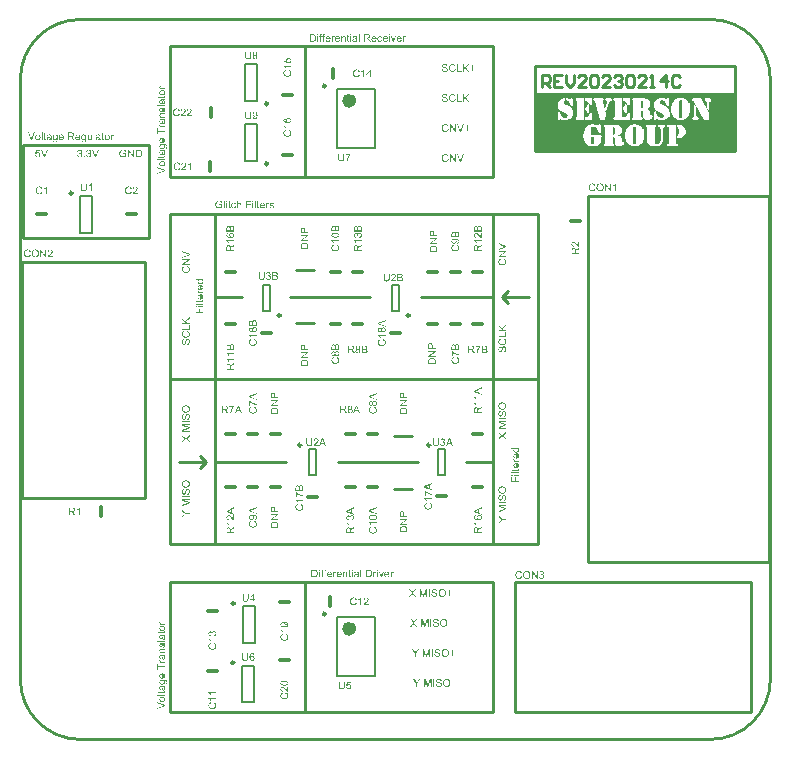
<source format=gto>
G04*
G04 #@! TF.GenerationSoftware,Altium Limited,Altium Designer,22.9.1 (49)*
G04*
G04 Layer_Color=65535*
%FSLAX25Y25*%
%MOIN*%
G70*
G04*
G04 #@! TF.SameCoordinates,30CEAF04-E3BD-4145-9B8D-8DB9266C66AB*
G04*
G04*
G04 #@! TF.FilePolarity,Positive*
G04*
G01*
G75*
%ADD10C,0.00984*%
%ADD11C,0.02362*%
%ADD12C,0.01000*%
%ADD13C,0.01200*%
%ADD14C,0.00787*%
G36*
X338000Y206465D02*
Y196000D01*
X271500D01*
Y206465D01*
X338000D01*
X271500D01*
Y215500D01*
X338000D01*
Y206465D01*
D02*
G37*
G36*
X156456Y140228D02*
X155164Y139318D01*
X155568Y138900D01*
X156456D01*
Y138560D01*
X153895D01*
Y138900D01*
X155168D01*
X153895Y140165D01*
Y140628D01*
X154935Y139555D01*
X156456Y140676D01*
Y140228D01*
D02*
G37*
G36*
Y136569D02*
X153895D01*
Y136909D01*
X156152D01*
Y138171D01*
X156456D01*
Y136569D01*
D02*
G37*
G36*
X155664Y136162D02*
X155686Y136155D01*
X155716Y136144D01*
X155749Y136132D01*
X155790Y136118D01*
X155834Y136099D01*
X155882Y136077D01*
X155986Y136025D01*
X156089Y135959D01*
X156141Y135918D01*
X156193Y135877D01*
X156237Y135833D01*
X156282Y135781D01*
X156285Y135777D01*
X156293Y135770D01*
X156300Y135751D01*
X156315Y135733D01*
X156333Y135703D01*
X156352Y135674D01*
X156370Y135633D01*
X156389Y135592D01*
X156411Y135544D01*
X156430Y135492D01*
X156448Y135437D01*
X156467Y135378D01*
X156482Y135315D01*
X156489Y135248D01*
X156496Y135178D01*
X156500Y135104D01*
Y135063D01*
X156496Y135034D01*
Y135000D01*
X156493Y134959D01*
X156485Y134915D01*
X156478Y134863D01*
X156459Y134756D01*
X156430Y134645D01*
X156389Y134534D01*
X156363Y134482D01*
X156333Y134430D01*
X156330Y134427D01*
X156326Y134419D01*
X156315Y134405D01*
X156300Y134390D01*
X156285Y134368D01*
X156263Y134342D01*
X156237Y134312D01*
X156208Y134282D01*
X156174Y134253D01*
X156141Y134220D01*
X156056Y134153D01*
X155956Y134090D01*
X155845Y134035D01*
X155841D01*
X155830Y134027D01*
X155812Y134023D01*
X155790Y134012D01*
X155760Y134005D01*
X155723Y133994D01*
X155682Y133979D01*
X155638Y133968D01*
X155590Y133957D01*
X155534Y133942D01*
X155420Y133923D01*
X155290Y133909D01*
X155157Y133901D01*
X155153D01*
X155138D01*
X155116D01*
X155090Y133905D01*
X155053D01*
X155016Y133909D01*
X154968Y133912D01*
X154920Y133920D01*
X154813Y133938D01*
X154694Y133964D01*
X154576Y134001D01*
X154461Y134053D01*
X154458Y134057D01*
X154446Y134060D01*
X154432Y134068D01*
X154413Y134083D01*
X154387Y134097D01*
X154358Y134116D01*
X154291Y134164D01*
X154217Y134227D01*
X154143Y134301D01*
X154069Y134386D01*
X154006Y134486D01*
X154002Y134490D01*
X153999Y134501D01*
X153991Y134516D01*
X153980Y134534D01*
X153969Y134564D01*
X153958Y134593D01*
X153943Y134630D01*
X153928Y134671D01*
X153914Y134715D01*
X153899Y134763D01*
X153877Y134867D01*
X153858Y134985D01*
X153851Y135108D01*
Y135144D01*
X153855Y135170D01*
X153858Y135204D01*
X153862Y135244D01*
X153866Y135285D01*
X153877Y135333D01*
X153899Y135433D01*
X153932Y135544D01*
X153954Y135600D01*
X153980Y135651D01*
X154014Y135703D01*
X154047Y135755D01*
X154051Y135759D01*
X154054Y135766D01*
X154065Y135781D01*
X154084Y135799D01*
X154102Y135818D01*
X154128Y135844D01*
X154158Y135870D01*
X154188Y135899D01*
X154225Y135929D01*
X154269Y135959D01*
X154313Y135992D01*
X154361Y136021D01*
X154417Y136047D01*
X154472Y136077D01*
X154532Y136099D01*
X154598Y136121D01*
X154676Y135788D01*
X154672D01*
X154665Y135785D01*
X154650Y135777D01*
X154631Y135770D01*
X154609Y135762D01*
X154580Y135751D01*
X154520Y135722D01*
X154454Y135685D01*
X154387Y135640D01*
X154324Y135585D01*
X154269Y135526D01*
X154262Y135518D01*
X154247Y135496D01*
X154228Y135459D01*
X154202Y135411D01*
X154180Y135348D01*
X154158Y135278D01*
X154143Y135193D01*
X154139Y135100D01*
Y135071D01*
X154143Y135052D01*
Y135026D01*
X154147Y134996D01*
X154158Y134926D01*
X154173Y134848D01*
X154199Y134767D01*
X154236Y134682D01*
X154284Y134604D01*
Y134601D01*
X154291Y134597D01*
X154310Y134571D01*
X154339Y134538D01*
X154384Y134497D01*
X154439Y134449D01*
X154502Y134405D01*
X154580Y134364D01*
X154665Y134327D01*
X154668D01*
X154676Y134323D01*
X154687Y134319D01*
X154706Y134316D01*
X154728Y134308D01*
X154754Y134301D01*
X154816Y134290D01*
X154891Y134275D01*
X154972Y134260D01*
X155061Y134253D01*
X155157Y134249D01*
X155161D01*
X155172D01*
X155190D01*
X155212D01*
X155238Y134253D01*
X155272D01*
X155309Y134256D01*
X155349Y134260D01*
X155438Y134271D01*
X155534Y134290D01*
X155631Y134312D01*
X155727Y134342D01*
X155730D01*
X155738Y134345D01*
X155749Y134353D01*
X155767Y134360D01*
X155812Y134382D01*
X155864Y134416D01*
X155923Y134456D01*
X155986Y134508D01*
X156041Y134567D01*
X156093Y134638D01*
Y134641D01*
X156097Y134649D01*
X156104Y134660D01*
X156112Y134675D01*
X156119Y134693D01*
X156130Y134715D01*
X156152Y134767D01*
X156174Y134834D01*
X156193Y134908D01*
X156208Y134989D01*
X156211Y135074D01*
Y135100D01*
X156208Y135122D01*
Y135148D01*
X156204Y135174D01*
X156189Y135241D01*
X156171Y135318D01*
X156141Y135396D01*
X156100Y135477D01*
X156078Y135518D01*
X156049Y135555D01*
X156045Y135559D01*
X156041Y135563D01*
X156030Y135574D01*
X156019Y135589D01*
X156000Y135603D01*
X155978Y135622D01*
X155956Y135644D01*
X155927Y135662D01*
X155893Y135685D01*
X155856Y135711D01*
X155819Y135733D01*
X155775Y135755D01*
X155727Y135774D01*
X155675Y135792D01*
X155619Y135810D01*
X155560Y135825D01*
X155645Y136166D01*
X155649D01*
X155664Y136162D01*
D02*
G37*
G36*
X155812Y133528D02*
X155864Y133520D01*
X155923Y133505D01*
X155986Y133487D01*
X156052Y133457D01*
X156123Y133417D01*
X156126D01*
X156130Y133413D01*
X156152Y133394D01*
X156185Y133369D01*
X156222Y133332D01*
X156267Y133283D01*
X156315Y133224D01*
X156359Y133158D01*
X156400Y133080D01*
Y133076D01*
X156404Y133069D01*
X156407Y133058D01*
X156415Y133043D01*
X156422Y133021D01*
X156433Y132995D01*
X156448Y132936D01*
X156467Y132865D01*
X156485Y132780D01*
X156496Y132688D01*
X156500Y132588D01*
Y132529D01*
X156496Y132499D01*
Y132466D01*
X156493Y132429D01*
X156489Y132384D01*
X156474Y132292D01*
X156459Y132196D01*
X156433Y132099D01*
X156400Y132007D01*
Y132003D01*
X156396Y131996D01*
X156389Y131985D01*
X156382Y131970D01*
X156359Y131925D01*
X156326Y131874D01*
X156282Y131815D01*
X156230Y131752D01*
X156167Y131692D01*
X156097Y131637D01*
X156093D01*
X156086Y131630D01*
X156075Y131626D01*
X156060Y131615D01*
X156041Y131607D01*
X156019Y131596D01*
X155964Y131570D01*
X155893Y131544D01*
X155815Y131522D01*
X155727Y131507D01*
X155634Y131500D01*
X155605Y131818D01*
X155608D01*
X155612D01*
X155623Y131822D01*
X155638D01*
X155671Y131829D01*
X155719Y131840D01*
X155767Y131855D01*
X155823Y131870D01*
X155875Y131896D01*
X155923Y131922D01*
X155927Y131925D01*
X155941Y131937D01*
X155967Y131955D01*
X155993Y131985D01*
X156026Y132022D01*
X156060Y132062D01*
X156093Y132118D01*
X156123Y132177D01*
Y132181D01*
X156126Y132185D01*
X156130Y132196D01*
X156134Y132207D01*
X156145Y132244D01*
X156160Y132292D01*
X156174Y132351D01*
X156185Y132418D01*
X156193Y132492D01*
X156197Y132573D01*
Y132606D01*
X156193Y132643D01*
X156189Y132688D01*
X156182Y132739D01*
X156174Y132799D01*
X156160Y132858D01*
X156141Y132913D01*
X156137Y132921D01*
X156130Y132939D01*
X156115Y132965D01*
X156100Y132999D01*
X156075Y133032D01*
X156049Y133069D01*
X156019Y133106D01*
X155982Y133135D01*
X155978Y133139D01*
X155964Y133147D01*
X155945Y133158D01*
X155915Y133172D01*
X155886Y133187D01*
X155849Y133198D01*
X155808Y133206D01*
X155764Y133209D01*
X155760D01*
X155742D01*
X155719Y133206D01*
X155690Y133202D01*
X155660Y133191D01*
X155623Y133180D01*
X155586Y133161D01*
X155553Y133135D01*
X155549Y133132D01*
X155538Y133121D01*
X155523Y133106D01*
X155501Y133080D01*
X155479Y133050D01*
X155453Y133010D01*
X155427Y132961D01*
X155405Y132906D01*
X155401Y132902D01*
X155397Y132884D01*
X155386Y132854D01*
X155383Y132836D01*
X155375Y132810D01*
X155364Y132784D01*
X155357Y132751D01*
X155346Y132714D01*
X155334Y132669D01*
X155323Y132625D01*
X155309Y132573D01*
X155294Y132514D01*
X155279Y132451D01*
Y132447D01*
X155275Y132436D01*
X155272Y132418D01*
X155264Y132395D01*
X155257Y132366D01*
X155249Y132333D01*
X155227Y132258D01*
X155201Y132177D01*
X155175Y132092D01*
X155149Y132018D01*
X155135Y131985D01*
X155120Y131955D01*
Y131951D01*
X155116Y131948D01*
X155101Y131925D01*
X155083Y131892D01*
X155053Y131855D01*
X155020Y131811D01*
X154979Y131766D01*
X154931Y131722D01*
X154879Y131685D01*
X154872Y131681D01*
X154853Y131670D01*
X154824Y131655D01*
X154787Y131641D01*
X154739Y131626D01*
X154683Y131611D01*
X154624Y131600D01*
X154561Y131596D01*
X154558D01*
X154554D01*
X154543D01*
X154528D01*
X154491Y131604D01*
X154443Y131611D01*
X154387Y131622D01*
X154324Y131641D01*
X154262Y131667D01*
X154199Y131703D01*
X154195D01*
X154191Y131707D01*
X154169Y131726D01*
X154139Y131752D01*
X154102Y131785D01*
X154062Y131829D01*
X154017Y131885D01*
X153977Y131951D01*
X153940Y132025D01*
Y132029D01*
X153936Y132036D01*
X153932Y132048D01*
X153925Y132062D01*
X153917Y132081D01*
X153910Y132107D01*
X153895Y132162D01*
X153880Y132233D01*
X153866Y132314D01*
X153855Y132399D01*
X153851Y132495D01*
Y132543D01*
X153855Y132569D01*
Y132595D01*
X153862Y132666D01*
X153873Y132743D01*
X153892Y132825D01*
X153914Y132913D01*
X153943Y132995D01*
Y132999D01*
X153947Y133006D01*
X153954Y133017D01*
X153962Y133032D01*
X153980Y133069D01*
X154014Y133117D01*
X154051Y133172D01*
X154099Y133228D01*
X154154Y133280D01*
X154217Y133328D01*
X154221D01*
X154225Y133332D01*
X154236Y133339D01*
X154247Y133346D01*
X154284Y133365D01*
X154332Y133387D01*
X154391Y133413D01*
X154461Y133431D01*
X154535Y133450D01*
X154617Y133457D01*
X154643Y133132D01*
X154639D01*
X154631D01*
X154620Y133128D01*
X154602Y133124D01*
X154561Y133113D01*
X154506Y133098D01*
X154446Y133076D01*
X154387Y133043D01*
X154332Y133002D01*
X154280Y132950D01*
X154276Y132943D01*
X154262Y132924D01*
X154239Y132887D01*
X154217Y132839D01*
X154195Y132776D01*
X154173Y132703D01*
X154158Y132610D01*
X154154Y132506D01*
Y132455D01*
X154158Y132432D01*
X154162Y132403D01*
X154169Y132336D01*
X154184Y132262D01*
X154202Y132188D01*
X154232Y132118D01*
X154250Y132088D01*
X154269Y132059D01*
X154273Y132051D01*
X154287Y132036D01*
X154313Y132014D01*
X154343Y131992D01*
X154384Y131966D01*
X154428Y131944D01*
X154480Y131929D01*
X154539Y131922D01*
X154546D01*
X154561D01*
X154587Y131925D01*
X154617Y131933D01*
X154654Y131944D01*
X154691Y131963D01*
X154728Y131985D01*
X154765Y132018D01*
X154768Y132022D01*
X154780Y132040D01*
X154791Y132055D01*
X154798Y132070D01*
X154809Y132092D01*
X154824Y132118D01*
X154835Y132151D01*
X154850Y132188D01*
X154865Y132229D01*
X154883Y132277D01*
X154898Y132329D01*
X154916Y132388D01*
X154931Y132455D01*
X154950Y132529D01*
Y132532D01*
X154953Y132547D01*
X154957Y132569D01*
X154964Y132595D01*
X154972Y132629D01*
X154983Y132669D01*
X154994Y132710D01*
X155005Y132754D01*
X155031Y132851D01*
X155057Y132943D01*
X155072Y132987D01*
X155087Y133028D01*
X155098Y133065D01*
X155113Y133095D01*
Y133098D01*
X155116Y133106D01*
X155124Y133117D01*
X155131Y133132D01*
X155153Y133172D01*
X155183Y133221D01*
X155224Y133276D01*
X155268Y133332D01*
X155320Y133383D01*
X155375Y133428D01*
X155383Y133431D01*
X155401Y133446D01*
X155434Y133461D01*
X155479Y133483D01*
X155531Y133502D01*
X155594Y133520D01*
X155664Y133531D01*
X155738Y133535D01*
X155742D01*
X155745D01*
X155756D01*
X155771D01*
X155812Y133528D01*
D02*
G37*
G36*
X155249Y111351D02*
X155283D01*
X155323Y111347D01*
X155368Y111339D01*
X155416Y111336D01*
X155523Y111317D01*
X155642Y111288D01*
X155760Y111247D01*
X155819Y111225D01*
X155878Y111195D01*
X155882D01*
X155893Y111188D01*
X155908Y111180D01*
X155930Y111166D01*
X155956Y111151D01*
X155982Y111132D01*
X156052Y111081D01*
X156126Y111018D01*
X156204Y110944D01*
X156278Y110855D01*
X156345Y110751D01*
Y110748D01*
X156352Y110740D01*
X156359Y110722D01*
X156370Y110699D01*
X156382Y110673D01*
X156393Y110644D01*
X156407Y110607D01*
X156422Y110566D01*
X156437Y110522D01*
X156452Y110474D01*
X156474Y110366D01*
X156493Y110252D01*
X156500Y110130D01*
Y110093D01*
X156496Y110070D01*
Y110037D01*
X156489Y110000D01*
X156485Y109959D01*
X156478Y109911D01*
X156456Y109811D01*
X156426Y109704D01*
X156382Y109593D01*
X156356Y109538D01*
X156326Y109482D01*
X156322Y109478D01*
X156319Y109471D01*
X156308Y109456D01*
X156293Y109434D01*
X156278Y109412D01*
X156256Y109386D01*
X156200Y109323D01*
X156134Y109253D01*
X156052Y109179D01*
X155960Y109112D01*
X155852Y109049D01*
X155849D01*
X155838Y109042D01*
X155823Y109034D01*
X155801Y109027D01*
X155771Y109016D01*
X155738Y109005D01*
X155701Y108990D01*
X155660Y108979D01*
X155612Y108964D01*
X155564Y108949D01*
X155453Y108927D01*
X155338Y108912D01*
X155212Y108905D01*
X155209D01*
X155205D01*
X155183D01*
X155149Y108909D01*
X155105D01*
X155053Y108916D01*
X154990Y108923D01*
X154920Y108934D01*
X154846Y108949D01*
X154768Y108964D01*
X154687Y108986D01*
X154606Y109016D01*
X154520Y109049D01*
X154439Y109086D01*
X154358Y109134D01*
X154284Y109186D01*
X154213Y109245D01*
X154210Y109249D01*
X154199Y109260D01*
X154180Y109282D01*
X154158Y109308D01*
X154128Y109342D01*
X154099Y109382D01*
X154065Y109430D01*
X154032Y109486D01*
X153999Y109545D01*
X153965Y109612D01*
X153936Y109686D01*
X153906Y109763D01*
X153884Y109848D01*
X153866Y109937D01*
X153855Y110030D01*
X153851Y110130D01*
Y110163D01*
X153855Y110189D01*
Y110222D01*
X153858Y110255D01*
X153866Y110300D01*
X153873Y110344D01*
X153892Y110440D01*
X153921Y110551D01*
X153965Y110659D01*
X153991Y110714D01*
X154021Y110770D01*
X154025Y110773D01*
X154028Y110781D01*
X154040Y110796D01*
X154051Y110818D01*
X154069Y110840D01*
X154091Y110870D01*
X154143Y110933D01*
X154210Y110999D01*
X154291Y111073D01*
X154387Y111143D01*
X154495Y111203D01*
X154498D01*
X154509Y111210D01*
X154524Y111217D01*
X154546Y111225D01*
X154576Y111240D01*
X154609Y111251D01*
X154650Y111266D01*
X154694Y111280D01*
X154743Y111291D01*
X154794Y111306D01*
X154853Y111321D01*
X154913Y111332D01*
X155042Y111347D01*
X155183Y111354D01*
X155186D01*
X155201D01*
X155220D01*
X155249Y111351D01*
D02*
G37*
G36*
X155812Y108535D02*
X155864Y108528D01*
X155923Y108513D01*
X155986Y108494D01*
X156052Y108465D01*
X156123Y108424D01*
X156126D01*
X156130Y108420D01*
X156152Y108402D01*
X156185Y108376D01*
X156222Y108339D01*
X156267Y108291D01*
X156315Y108231D01*
X156359Y108165D01*
X156400Y108087D01*
Y108083D01*
X156404Y108076D01*
X156407Y108065D01*
X156415Y108050D01*
X156422Y108028D01*
X156433Y108002D01*
X156448Y107943D01*
X156467Y107873D01*
X156485Y107788D01*
X156496Y107695D01*
X156500Y107595D01*
Y107536D01*
X156496Y107506D01*
Y107473D01*
X156493Y107436D01*
X156489Y107392D01*
X156474Y107299D01*
X156459Y107203D01*
X156433Y107107D01*
X156400Y107014D01*
Y107010D01*
X156396Y107003D01*
X156389Y106992D01*
X156382Y106977D01*
X156359Y106933D01*
X156326Y106881D01*
X156282Y106822D01*
X156230Y106759D01*
X156167Y106700D01*
X156097Y106644D01*
X156093D01*
X156086Y106637D01*
X156075Y106633D01*
X156060Y106622D01*
X156041Y106615D01*
X156019Y106604D01*
X155964Y106578D01*
X155893Y106552D01*
X155815Y106529D01*
X155727Y106515D01*
X155634Y106507D01*
X155605Y106825D01*
X155608D01*
X155612D01*
X155623Y106829D01*
X155638D01*
X155671Y106837D01*
X155719Y106848D01*
X155767Y106862D01*
X155823Y106877D01*
X155875Y106903D01*
X155923Y106929D01*
X155927Y106933D01*
X155941Y106944D01*
X155967Y106962D01*
X155993Y106992D01*
X156026Y107029D01*
X156060Y107070D01*
X156093Y107125D01*
X156123Y107184D01*
Y107188D01*
X156126Y107192D01*
X156130Y107203D01*
X156134Y107214D01*
X156145Y107251D01*
X156160Y107299D01*
X156174Y107358D01*
X156185Y107425D01*
X156193Y107499D01*
X156197Y107580D01*
Y107614D01*
X156193Y107651D01*
X156189Y107695D01*
X156182Y107747D01*
X156174Y107806D01*
X156160Y107865D01*
X156141Y107921D01*
X156137Y107928D01*
X156130Y107947D01*
X156115Y107973D01*
X156100Y108006D01*
X156075Y108039D01*
X156049Y108076D01*
X156019Y108113D01*
X155982Y108143D01*
X155978Y108146D01*
X155964Y108154D01*
X155945Y108165D01*
X155915Y108180D01*
X155886Y108194D01*
X155849Y108206D01*
X155808Y108213D01*
X155764Y108217D01*
X155760D01*
X155742D01*
X155719Y108213D01*
X155690Y108209D01*
X155660Y108198D01*
X155623Y108187D01*
X155586Y108169D01*
X155553Y108143D01*
X155549Y108139D01*
X155538Y108128D01*
X155523Y108113D01*
X155501Y108087D01*
X155479Y108058D01*
X155453Y108017D01*
X155427Y107969D01*
X155405Y107913D01*
X155401Y107910D01*
X155397Y107891D01*
X155386Y107861D01*
X155383Y107843D01*
X155375Y107817D01*
X155364Y107791D01*
X155357Y107758D01*
X155346Y107721D01*
X155334Y107676D01*
X155323Y107632D01*
X155309Y107580D01*
X155294Y107521D01*
X155279Y107458D01*
Y107455D01*
X155275Y107443D01*
X155272Y107425D01*
X155264Y107403D01*
X155257Y107373D01*
X155249Y107340D01*
X155227Y107266D01*
X155201Y107184D01*
X155175Y107099D01*
X155149Y107025D01*
X155135Y106992D01*
X155120Y106962D01*
Y106959D01*
X155116Y106955D01*
X155101Y106933D01*
X155083Y106899D01*
X155053Y106862D01*
X155020Y106818D01*
X154979Y106774D01*
X154931Y106729D01*
X154879Y106692D01*
X154872Y106689D01*
X154853Y106677D01*
X154824Y106663D01*
X154787Y106648D01*
X154739Y106633D01*
X154683Y106618D01*
X154624Y106607D01*
X154561Y106604D01*
X154558D01*
X154554D01*
X154543D01*
X154528D01*
X154491Y106611D01*
X154443Y106618D01*
X154387Y106629D01*
X154324Y106648D01*
X154262Y106674D01*
X154199Y106711D01*
X154195D01*
X154191Y106714D01*
X154169Y106733D01*
X154139Y106759D01*
X154102Y106792D01*
X154062Y106837D01*
X154017Y106892D01*
X153977Y106959D01*
X153940Y107033D01*
Y107036D01*
X153936Y107044D01*
X153932Y107055D01*
X153925Y107070D01*
X153917Y107088D01*
X153910Y107114D01*
X153895Y107170D01*
X153880Y107240D01*
X153866Y107321D01*
X153855Y107406D01*
X153851Y107503D01*
Y107551D01*
X153855Y107577D01*
Y107603D01*
X153862Y107673D01*
X153873Y107750D01*
X153892Y107832D01*
X153914Y107921D01*
X153943Y108002D01*
Y108006D01*
X153947Y108013D01*
X153954Y108024D01*
X153962Y108039D01*
X153980Y108076D01*
X154014Y108124D01*
X154051Y108180D01*
X154099Y108235D01*
X154154Y108287D01*
X154217Y108335D01*
X154221D01*
X154225Y108339D01*
X154236Y108346D01*
X154247Y108354D01*
X154284Y108372D01*
X154332Y108394D01*
X154391Y108420D01*
X154461Y108439D01*
X154535Y108457D01*
X154617Y108465D01*
X154643Y108139D01*
X154639D01*
X154631D01*
X154620Y108135D01*
X154602Y108132D01*
X154561Y108121D01*
X154506Y108106D01*
X154446Y108083D01*
X154387Y108050D01*
X154332Y108010D01*
X154280Y107958D01*
X154276Y107950D01*
X154262Y107932D01*
X154239Y107895D01*
X154217Y107847D01*
X154195Y107784D01*
X154173Y107710D01*
X154158Y107617D01*
X154154Y107514D01*
Y107462D01*
X154158Y107440D01*
X154162Y107410D01*
X154169Y107343D01*
X154184Y107270D01*
X154202Y107195D01*
X154232Y107125D01*
X154250Y107096D01*
X154269Y107066D01*
X154273Y107059D01*
X154287Y107044D01*
X154313Y107022D01*
X154343Y106999D01*
X154384Y106974D01*
X154428Y106951D01*
X154480Y106937D01*
X154539Y106929D01*
X154546D01*
X154561D01*
X154587Y106933D01*
X154617Y106940D01*
X154654Y106951D01*
X154691Y106970D01*
X154728Y106992D01*
X154765Y107025D01*
X154768Y107029D01*
X154780Y107047D01*
X154791Y107062D01*
X154798Y107077D01*
X154809Y107099D01*
X154824Y107125D01*
X154835Y107159D01*
X154850Y107195D01*
X154865Y107236D01*
X154883Y107284D01*
X154898Y107336D01*
X154916Y107395D01*
X154931Y107462D01*
X154950Y107536D01*
Y107540D01*
X154953Y107554D01*
X154957Y107577D01*
X154964Y107603D01*
X154972Y107636D01*
X154983Y107676D01*
X154994Y107717D01*
X155005Y107762D01*
X155031Y107858D01*
X155057Y107950D01*
X155072Y107995D01*
X155087Y108035D01*
X155098Y108072D01*
X155113Y108102D01*
Y108106D01*
X155116Y108113D01*
X155124Y108124D01*
X155131Y108139D01*
X155153Y108180D01*
X155183Y108228D01*
X155224Y108283D01*
X155268Y108339D01*
X155320Y108391D01*
X155375Y108435D01*
X155383Y108439D01*
X155401Y108454D01*
X155434Y108468D01*
X155479Y108491D01*
X155531Y108509D01*
X155594Y108528D01*
X155664Y108539D01*
X155738Y108542D01*
X155742D01*
X155745D01*
X155756D01*
X155771D01*
X155812Y108535D01*
D02*
G37*
G36*
X156456Y105682D02*
X153895D01*
Y106023D01*
X156456D01*
Y105682D01*
D02*
G37*
G36*
Y104750D02*
X154313D01*
X156456Y104002D01*
Y103699D01*
X154276Y102959D01*
X156456D01*
Y102633D01*
X153895D01*
Y103140D01*
X155712Y103747D01*
X155716D01*
X155723Y103751D01*
X155734Y103754D01*
X155753Y103762D01*
X155797Y103777D01*
X155852Y103795D01*
X155915Y103814D01*
X155978Y103836D01*
X156037Y103854D01*
X156089Y103869D01*
X156082Y103873D01*
X156063Y103877D01*
X156030Y103888D01*
X155986Y103902D01*
X155927Y103921D01*
X155856Y103947D01*
X155775Y103973D01*
X155679Y104006D01*
X153895Y104620D01*
Y105075D01*
X156456D01*
Y104750D01*
D02*
G37*
G36*
Y100928D02*
X155545Y100280D01*
X155542Y100277D01*
X155531Y100269D01*
X155516Y100262D01*
X155497Y100247D01*
X155446Y100214D01*
X155390Y100177D01*
X155394Y100173D01*
X155409Y100162D01*
X155431Y100147D01*
X155460Y100128D01*
X155519Y100088D01*
X155545Y100069D01*
X155568Y100055D01*
X156456Y99407D01*
Y99000D01*
X155131Y99988D01*
X153895Y99115D01*
Y99518D01*
X154554Y99984D01*
X154558D01*
X154561Y99992D01*
X154572Y99999D01*
X154587Y100010D01*
X154624Y100032D01*
X154668Y100066D01*
X154720Y100099D01*
X154772Y100132D01*
X154820Y100162D01*
X154865Y100188D01*
X154857Y100191D01*
X154842Y100203D01*
X154813Y100221D01*
X154776Y100247D01*
X154735Y100277D01*
X154683Y100313D01*
X154631Y100350D01*
X154576Y100395D01*
X153895Y100906D01*
Y101276D01*
X155113Y100388D01*
X156456Y101346D01*
Y100928D01*
D02*
G37*
G36*
X184239Y115615D02*
X184265Y115611D01*
X184298Y115608D01*
X184335Y115600D01*
X184376Y115593D01*
X184461Y115567D01*
X184505Y115552D01*
X184553Y115530D01*
X184601Y115504D01*
X184646Y115478D01*
X184690Y115445D01*
X184735Y115408D01*
X184738Y115404D01*
X184746Y115397D01*
X184757Y115386D01*
X184768Y115367D01*
X184786Y115345D01*
X184805Y115315D01*
X184827Y115278D01*
X184846Y115238D01*
X184868Y115190D01*
X184890Y115134D01*
X184908Y115075D01*
X184923Y115005D01*
X184938Y114931D01*
X184949Y114849D01*
X184957Y114757D01*
X184960Y114661D01*
Y114006D01*
X186000D01*
Y113665D01*
X183440D01*
Y114716D01*
X183443Y114771D01*
X183447Y114834D01*
X183451Y114901D01*
X183458Y114964D01*
X183466Y115019D01*
Y115027D01*
X183473Y115053D01*
X183480Y115086D01*
X183491Y115130D01*
X183510Y115179D01*
X183532Y115230D01*
X183558Y115286D01*
X183588Y115334D01*
X183591Y115341D01*
X183602Y115356D01*
X183625Y115378D01*
X183651Y115408D01*
X183684Y115441D01*
X183728Y115474D01*
X183776Y115512D01*
X183832Y115541D01*
X183839Y115545D01*
X183858Y115552D01*
X183891Y115567D01*
X183935Y115582D01*
X183987Y115593D01*
X184046Y115608D01*
X184113Y115615D01*
X184183Y115619D01*
X184187D01*
X184198D01*
X184213D01*
X184239Y115615D01*
D02*
G37*
G36*
X186000Y112744D02*
X183991Y111405D01*
X186000D01*
Y111079D01*
X183440D01*
Y111427D01*
X185452Y112770D01*
X183440D01*
Y113095D01*
X186000D01*
Y112744D01*
D02*
G37*
G36*
X184783Y110613D02*
X184812D01*
X184883Y110609D01*
X184964Y110598D01*
X185049Y110587D01*
X185138Y110568D01*
X185227Y110546D01*
X185230D01*
X185238Y110542D01*
X185249Y110539D01*
X185264Y110535D01*
X185304Y110520D01*
X185356Y110498D01*
X185415Y110476D01*
X185475Y110446D01*
X185538Y110409D01*
X185597Y110372D01*
X185604Y110369D01*
X185623Y110354D01*
X185649Y110331D01*
X185682Y110302D01*
X185719Y110269D01*
X185756Y110228D01*
X185796Y110187D01*
X185830Y110139D01*
X185834Y110132D01*
X185845Y110117D01*
X185859Y110091D01*
X185878Y110054D01*
X185900Y110010D01*
X185919Y109958D01*
X185941Y109899D01*
X185959Y109832D01*
Y109825D01*
X185963Y109813D01*
X185967Y109802D01*
X185970Y109765D01*
X185978Y109714D01*
X185985Y109654D01*
X185993Y109584D01*
X185996Y109506D01*
X186000Y109421D01*
Y108500D01*
X183440D01*
Y109484D01*
X183443Y109551D01*
X183447Y109625D01*
X183454Y109699D01*
X183466Y109773D01*
X183477Y109836D01*
Y109839D01*
X183480Y109847D01*
Y109858D01*
X183488Y109873D01*
X183499Y109913D01*
X183517Y109965D01*
X183543Y110024D01*
X183577Y110087D01*
X183614Y110150D01*
X183662Y110209D01*
X183665Y110213D01*
X183669Y110217D01*
X183680Y110228D01*
X183691Y110243D01*
X183728Y110280D01*
X183780Y110324D01*
X183843Y110372D01*
X183917Y110424D01*
X184002Y110472D01*
X184098Y110513D01*
X184102D01*
X184109Y110517D01*
X184124Y110524D01*
X184146Y110528D01*
X184172Y110539D01*
X184202Y110546D01*
X184235Y110554D01*
X184276Y110565D01*
X184317Y110576D01*
X184365Y110583D01*
X184468Y110602D01*
X184583Y110613D01*
X184709Y110616D01*
X184712D01*
X184720D01*
X184738D01*
X184757D01*
X184783Y110613D01*
D02*
G37*
G36*
X202006Y56642D02*
X202050Y56638D01*
X202102Y56631D01*
X202154Y56623D01*
X202213Y56612D01*
X202165Y56338D01*
X202162D01*
X202150Y56342D01*
X202132Y56346D01*
X202106Y56349D01*
X202076D01*
X202047Y56353D01*
X201980Y56357D01*
X201958D01*
X201932Y56353D01*
X201903Y56349D01*
X201869Y56342D01*
X201836Y56331D01*
X201806Y56316D01*
X201780Y56294D01*
X201777Y56290D01*
X201773Y56283D01*
X201762Y56268D01*
X201751Y56242D01*
X201740Y56213D01*
X201732Y56176D01*
X201725Y56128D01*
X201721Y56068D01*
Y55898D01*
X202080D01*
Y55654D01*
X201721D01*
Y54041D01*
X201407D01*
Y55654D01*
X201129D01*
Y55898D01*
X201407D01*
Y56094D01*
Y56098D01*
Y56102D01*
Y56124D01*
X201410Y56157D01*
Y56198D01*
X201414Y56242D01*
X201421Y56290D01*
X201429Y56335D01*
X201440Y56372D01*
X201444Y56375D01*
X201447Y56394D01*
X201459Y56416D01*
X201477Y56442D01*
X201499Y56472D01*
X201525Y56505D01*
X201558Y56538D01*
X201599Y56568D01*
X201603Y56572D01*
X201621Y56579D01*
X201647Y56594D01*
X201684Y56608D01*
X201729Y56620D01*
X201784Y56634D01*
X201847Y56642D01*
X201921Y56646D01*
X201973D01*
X202006Y56642D01*
D02*
G37*
G36*
X201011D02*
X201055Y56638D01*
X201107Y56631D01*
X201159Y56623D01*
X201218Y56612D01*
X201170Y56338D01*
X201166D01*
X201155Y56342D01*
X201137Y56346D01*
X201111Y56349D01*
X201081D01*
X201051Y56353D01*
X200985Y56357D01*
X200963D01*
X200937Y56353D01*
X200907Y56349D01*
X200874Y56342D01*
X200841Y56331D01*
X200811Y56316D01*
X200785Y56294D01*
X200781Y56290D01*
X200778Y56283D01*
X200767Y56268D01*
X200756Y56242D01*
X200744Y56213D01*
X200737Y56176D01*
X200730Y56128D01*
X200726Y56068D01*
Y55898D01*
X201085D01*
Y55654D01*
X200726D01*
Y54041D01*
X200411D01*
Y55654D01*
X200134D01*
Y55898D01*
X200411D01*
Y56094D01*
Y56098D01*
Y56102D01*
Y56124D01*
X200415Y56157D01*
Y56198D01*
X200419Y56242D01*
X200426Y56290D01*
X200434Y56335D01*
X200445Y56372D01*
X200448Y56375D01*
X200452Y56394D01*
X200463Y56416D01*
X200482Y56442D01*
X200504Y56472D01*
X200530Y56505D01*
X200563Y56538D01*
X200604Y56568D01*
X200607Y56572D01*
X200626Y56579D01*
X200652Y56594D01*
X200689Y56608D01*
X200733Y56620D01*
X200789Y56634D01*
X200852Y56642D01*
X200926Y56646D01*
X200977D01*
X201011Y56642D01*
D02*
G37*
G36*
X219152Y56242D02*
X218837D01*
Y56601D01*
X219152D01*
Y56242D01*
D02*
G37*
G36*
X210801D02*
X210487D01*
Y56601D01*
X210801D01*
Y56242D01*
D02*
G37*
G36*
X199856D02*
X199542D01*
Y56601D01*
X199856D01*
Y56242D01*
D02*
G37*
G36*
X208429Y55935D02*
X208470Y55931D01*
X208518Y55924D01*
X208570Y55913D01*
X208625Y55898D01*
X208677Y55876D01*
X208685Y55872D01*
X208699Y55865D01*
X208725Y55854D01*
X208755Y55835D01*
X208792Y55813D01*
X208825Y55783D01*
X208858Y55754D01*
X208888Y55717D01*
X208892Y55713D01*
X208899Y55698D01*
X208910Y55680D01*
X208929Y55654D01*
X208944Y55617D01*
X208958Y55580D01*
X208977Y55536D01*
X208988Y55487D01*
Y55484D01*
X208992Y55469D01*
X208995Y55447D01*
X208999Y55417D01*
Y55373D01*
X209003Y55321D01*
X209007Y55258D01*
Y55180D01*
Y54041D01*
X208692D01*
Y55165D01*
Y55169D01*
Y55173D01*
Y55199D01*
Y55232D01*
X208688Y55273D01*
X208685Y55321D01*
X208677Y55369D01*
X208666Y55413D01*
X208655Y55454D01*
Y55458D01*
X208648Y55469D01*
X208636Y55487D01*
X208625Y55510D01*
X208607Y55532D01*
X208585Y55558D01*
X208555Y55584D01*
X208522Y55606D01*
X208518Y55610D01*
X208507Y55617D01*
X208485Y55624D01*
X208459Y55635D01*
X208429Y55647D01*
X208392Y55658D01*
X208348Y55661D01*
X208303Y55665D01*
X208285D01*
X208270Y55661D01*
X208233Y55658D01*
X208185Y55650D01*
X208133Y55632D01*
X208074Y55610D01*
X208015Y55580D01*
X207959Y55536D01*
X207952Y55528D01*
X207937Y55510D01*
X207926Y55495D01*
X207915Y55476D01*
X207900Y55454D01*
X207889Y55428D01*
X207874Y55399D01*
X207859Y55362D01*
X207848Y55321D01*
X207837Y55277D01*
X207830Y55228D01*
X207822Y55177D01*
X207815Y55114D01*
Y55051D01*
Y54041D01*
X207501D01*
Y55898D01*
X207782D01*
Y55632D01*
X207786Y55635D01*
X207793Y55647D01*
X207804Y55661D01*
X207819Y55680D01*
X207841Y55702D01*
X207867Y55728D01*
X207896Y55757D01*
X207933Y55787D01*
X207970Y55813D01*
X208015Y55843D01*
X208063Y55869D01*
X208115Y55891D01*
X208174Y55909D01*
X208233Y55924D01*
X208300Y55935D01*
X208370Y55939D01*
X208400D01*
X208429Y55935D01*
D02*
G37*
G36*
X224154D02*
X224195Y55928D01*
X224243Y55913D01*
X224295Y55894D01*
X224354Y55869D01*
X224417Y55835D01*
X224302Y55547D01*
X224299Y55550D01*
X224284Y55558D01*
X224262Y55569D01*
X224232Y55580D01*
X224199Y55591D01*
X224158Y55602D01*
X224117Y55610D01*
X224077Y55613D01*
X224058D01*
X224040Y55610D01*
X224014Y55606D01*
X223988Y55598D01*
X223955Y55587D01*
X223921Y55572D01*
X223892Y55550D01*
X223888Y55547D01*
X223877Y55539D01*
X223866Y55524D01*
X223847Y55506D01*
X223829Y55480D01*
X223810Y55450D01*
X223792Y55417D01*
X223777Y55376D01*
X223773Y55369D01*
X223769Y55347D01*
X223762Y55313D01*
X223751Y55269D01*
X223740Y55214D01*
X223732Y55151D01*
X223729Y55084D01*
X223725Y55010D01*
Y54041D01*
X223411D01*
Y55898D01*
X223695D01*
Y55617D01*
X223699Y55621D01*
X223714Y55647D01*
X223732Y55680D01*
X223762Y55721D01*
X223792Y55761D01*
X223825Y55806D01*
X223858Y55843D01*
X223892Y55872D01*
X223895Y55876D01*
X223906Y55883D01*
X223929Y55894D01*
X223951Y55905D01*
X223980Y55917D01*
X224017Y55928D01*
X224054Y55935D01*
X224095Y55939D01*
X224121D01*
X224154Y55935D01*
D02*
G37*
G36*
X218386D02*
X218427Y55928D01*
X218475Y55913D01*
X218527Y55894D01*
X218586Y55869D01*
X218649Y55835D01*
X218534Y55547D01*
X218530Y55550D01*
X218515Y55558D01*
X218493Y55569D01*
X218464Y55580D01*
X218430Y55591D01*
X218390Y55602D01*
X218349Y55610D01*
X218308Y55613D01*
X218290D01*
X218271Y55610D01*
X218245Y55606D01*
X218219Y55598D01*
X218186Y55587D01*
X218153Y55572D01*
X218123Y55550D01*
X218120Y55547D01*
X218109Y55539D01*
X218097Y55524D01*
X218079Y55506D01*
X218060Y55480D01*
X218042Y55450D01*
X218023Y55417D01*
X218009Y55376D01*
X218005Y55369D01*
X218001Y55347D01*
X217994Y55313D01*
X217983Y55269D01*
X217972Y55214D01*
X217964Y55151D01*
X217961Y55084D01*
X217957Y55010D01*
Y54041D01*
X217642D01*
Y55898D01*
X217927D01*
Y55617D01*
X217931Y55621D01*
X217946Y55647D01*
X217964Y55680D01*
X217994Y55721D01*
X218023Y55761D01*
X218057Y55806D01*
X218090Y55843D01*
X218123Y55872D01*
X218127Y55876D01*
X218138Y55883D01*
X218160Y55894D01*
X218182Y55905D01*
X218212Y55917D01*
X218249Y55928D01*
X218286Y55935D01*
X218327Y55939D01*
X218353D01*
X218386Y55935D01*
D02*
G37*
G36*
X205059D02*
X205099Y55928D01*
X205147Y55913D01*
X205199Y55894D01*
X205258Y55869D01*
X205321Y55835D01*
X205207Y55547D01*
X205203Y55550D01*
X205188Y55558D01*
X205166Y55569D01*
X205136Y55580D01*
X205103Y55591D01*
X205062Y55602D01*
X205022Y55610D01*
X204981Y55613D01*
X204962D01*
X204944Y55610D01*
X204918Y55606D01*
X204892Y55598D01*
X204859Y55587D01*
X204825Y55572D01*
X204796Y55550D01*
X204792Y55547D01*
X204781Y55539D01*
X204770Y55524D01*
X204751Y55506D01*
X204733Y55480D01*
X204714Y55450D01*
X204696Y55417D01*
X204681Y55376D01*
X204678Y55369D01*
X204674Y55347D01*
X204666Y55313D01*
X204655Y55269D01*
X204644Y55214D01*
X204637Y55151D01*
X204633Y55084D01*
X204629Y55010D01*
Y54041D01*
X204315D01*
Y55898D01*
X204600D01*
Y55617D01*
X204604Y55621D01*
X204618Y55647D01*
X204637Y55680D01*
X204666Y55721D01*
X204696Y55761D01*
X204729Y55806D01*
X204763Y55843D01*
X204796Y55872D01*
X204800Y55876D01*
X204811Y55883D01*
X204833Y55894D01*
X204855Y55905D01*
X204885Y55917D01*
X204922Y55928D01*
X204959Y55935D01*
X204999Y55939D01*
X205025D01*
X205059Y55935D01*
D02*
G37*
G36*
X220436Y54041D02*
X220136D01*
X219437Y55898D01*
X219770D01*
X220169Y54784D01*
Y54781D01*
X220173Y54777D01*
X220177Y54766D01*
X220181Y54755D01*
X220192Y54718D01*
X220206Y54670D01*
X220225Y54614D01*
X220247Y54551D01*
X220266Y54481D01*
X220288Y54411D01*
X220291Y54418D01*
X220295Y54437D01*
X220306Y54466D01*
X220317Y54511D01*
X220336Y54559D01*
X220354Y54622D01*
X220380Y54688D01*
X220406Y54762D01*
X220817Y55898D01*
X221143D01*
X220436Y54041D01*
D02*
G37*
G36*
X219152D02*
X218837D01*
Y55898D01*
X219152D01*
Y54041D01*
D02*
G37*
G36*
X216155Y56597D02*
X216229Y56594D01*
X216303Y56586D01*
X216377Y56575D01*
X216440Y56564D01*
X216443D01*
X216451Y56560D01*
X216462D01*
X216477Y56553D01*
X216517Y56542D01*
X216569Y56523D01*
X216629Y56498D01*
X216691Y56464D01*
X216754Y56427D01*
X216813Y56379D01*
X216817Y56375D01*
X216821Y56372D01*
X216832Y56361D01*
X216847Y56349D01*
X216884Y56313D01*
X216928Y56261D01*
X216976Y56198D01*
X217028Y56124D01*
X217076Y56039D01*
X217117Y55942D01*
Y55939D01*
X217121Y55931D01*
X217128Y55917D01*
X217132Y55894D01*
X217143Y55869D01*
X217150Y55839D01*
X217158Y55806D01*
X217169Y55765D01*
X217180Y55724D01*
X217187Y55676D01*
X217206Y55572D01*
X217217Y55458D01*
X217220Y55332D01*
Y55328D01*
Y55321D01*
Y55302D01*
Y55284D01*
X217217Y55258D01*
Y55228D01*
X217213Y55158D01*
X217202Y55077D01*
X217191Y54992D01*
X217172Y54903D01*
X217150Y54814D01*
Y54810D01*
X217146Y54803D01*
X217143Y54792D01*
X217139Y54777D01*
X217124Y54736D01*
X217102Y54685D01*
X217080Y54625D01*
X217050Y54566D01*
X217013Y54503D01*
X216976Y54444D01*
X216973Y54437D01*
X216958Y54418D01*
X216936Y54392D01*
X216906Y54359D01*
X216873Y54322D01*
X216832Y54285D01*
X216791Y54244D01*
X216743Y54211D01*
X216736Y54207D01*
X216721Y54196D01*
X216695Y54181D01*
X216658Y54163D01*
X216614Y54141D01*
X216562Y54122D01*
X216503Y54100D01*
X216436Y54081D01*
X216429D01*
X216418Y54078D01*
X216406Y54074D01*
X216370Y54070D01*
X216318Y54063D01*
X216259Y54056D01*
X216188Y54048D01*
X216110Y54044D01*
X216025Y54041D01*
X215104D01*
Y56601D01*
X216088D01*
X216155Y56597D01*
D02*
G37*
G36*
X213580Y54041D02*
X213265D01*
Y56601D01*
X213580D01*
Y54041D01*
D02*
G37*
G36*
X212148Y55935D02*
X212203Y55931D01*
X212266Y55924D01*
X212329Y55913D01*
X212392Y55898D01*
X212451Y55880D01*
X212459Y55876D01*
X212477Y55869D01*
X212503Y55857D01*
X212536Y55843D01*
X212573Y55820D01*
X212610Y55798D01*
X212644Y55769D01*
X212673Y55739D01*
X212677Y55735D01*
X212684Y55724D01*
X212695Y55706D01*
X212710Y55683D01*
X212729Y55650D01*
X212743Y55617D01*
X212758Y55576D01*
X212769Y55528D01*
Y55524D01*
X212773Y55513D01*
X212777Y55491D01*
X212780Y55462D01*
Y55421D01*
X212784Y55373D01*
X212788Y55310D01*
Y55239D01*
Y54818D01*
Y54814D01*
Y54799D01*
Y54777D01*
Y54747D01*
Y54714D01*
Y54673D01*
X212792Y54585D01*
Y54492D01*
X212795Y54400D01*
X212799Y54359D01*
Y54322D01*
X212803Y54289D01*
X212806Y54263D01*
Y54259D01*
X212810Y54244D01*
X212814Y54222D01*
X212825Y54192D01*
X212832Y54159D01*
X212847Y54122D01*
X212866Y54081D01*
X212884Y54041D01*
X212555D01*
X212551Y54044D01*
X212547Y54059D01*
X212540Y54078D01*
X212529Y54107D01*
X212518Y54141D01*
X212510Y54181D01*
X212503Y54226D01*
X212496Y54274D01*
X212492D01*
X212488Y54266D01*
X212466Y54248D01*
X212433Y54222D01*
X212388Y54189D01*
X212333Y54155D01*
X212277Y54118D01*
X212218Y54085D01*
X212155Y54059D01*
X212148Y54056D01*
X212126Y54052D01*
X212092Y54041D01*
X212052Y54030D01*
X212000Y54018D01*
X211941Y54011D01*
X211874Y54004D01*
X211807Y54000D01*
X211778D01*
X211756Y54004D01*
X211730D01*
X211700Y54007D01*
X211633Y54018D01*
X211560Y54037D01*
X211478Y54063D01*
X211404Y54100D01*
X211337Y54148D01*
X211330Y54155D01*
X211312Y54174D01*
X211286Y54207D01*
X211256Y54252D01*
X211227Y54307D01*
X211201Y54370D01*
X211182Y54448D01*
X211178Y54485D01*
X211175Y54529D01*
Y54536D01*
Y54551D01*
X211178Y54577D01*
X211182Y54611D01*
X211190Y54651D01*
X211201Y54692D01*
X211215Y54736D01*
X211234Y54777D01*
X211238Y54781D01*
X211245Y54795D01*
X211260Y54818D01*
X211278Y54844D01*
X211300Y54873D01*
X211330Y54903D01*
X211360Y54932D01*
X211397Y54958D01*
X211400Y54962D01*
X211415Y54969D01*
X211434Y54984D01*
X211463Y54999D01*
X211497Y55014D01*
X211537Y55032D01*
X211578Y55047D01*
X211626Y55062D01*
X211630D01*
X211645Y55066D01*
X211667Y55073D01*
X211696Y55077D01*
X211733Y55084D01*
X211782Y55092D01*
X211837Y55103D01*
X211904Y55110D01*
X211907D01*
X211922Y55114D01*
X211941D01*
X211966Y55117D01*
X211996Y55121D01*
X212033Y55129D01*
X212074Y55132D01*
X212118Y55140D01*
X212207Y55158D01*
X212303Y55177D01*
X212388Y55199D01*
X212429Y55210D01*
X212466Y55221D01*
Y55225D01*
Y55232D01*
X212470Y55254D01*
Y55280D01*
Y55295D01*
Y55302D01*
Y55306D01*
Y55310D01*
Y55332D01*
X212466Y55369D01*
X212459Y55410D01*
X212448Y55454D01*
X212429Y55498D01*
X212407Y55539D01*
X212377Y55572D01*
X212373Y55576D01*
X212355Y55591D01*
X212325Y55606D01*
X212288Y55628D01*
X212237Y55647D01*
X212177Y55665D01*
X212103Y55676D01*
X212018Y55680D01*
X211981D01*
X211944Y55676D01*
X211893Y55669D01*
X211841Y55661D01*
X211785Y55647D01*
X211733Y55628D01*
X211689Y55602D01*
X211685Y55598D01*
X211670Y55587D01*
X211652Y55569D01*
X211630Y55539D01*
X211608Y55502D01*
X211582Y55454D01*
X211560Y55395D01*
X211537Y55328D01*
X211230Y55369D01*
Y55373D01*
X211234Y55376D01*
Y55388D01*
X211238Y55402D01*
X211249Y55436D01*
X211263Y55484D01*
X211282Y55532D01*
X211304Y55584D01*
X211334Y55635D01*
X211367Y55683D01*
X211371Y55687D01*
X211386Y55702D01*
X211408Y55724D01*
X211437Y55754D01*
X211478Y55783D01*
X211526Y55813D01*
X211582Y55846D01*
X211645Y55872D01*
X211648D01*
X211652Y55876D01*
X211663Y55880D01*
X211678Y55883D01*
X211715Y55894D01*
X211767Y55905D01*
X211826Y55917D01*
X211900Y55928D01*
X211978Y55935D01*
X212066Y55939D01*
X212107D01*
X212148Y55935D01*
D02*
G37*
G36*
X210801Y54041D02*
X210487D01*
Y55898D01*
X210801D01*
Y54041D01*
D02*
G37*
G36*
X199856D02*
X199542D01*
Y55898D01*
X199856D01*
Y54041D01*
D02*
G37*
G36*
X198051Y56597D02*
X198125Y56594D01*
X198199Y56586D01*
X198273Y56575D01*
X198336Y56564D01*
X198339D01*
X198347Y56560D01*
X198358D01*
X198373Y56553D01*
X198413Y56542D01*
X198465Y56523D01*
X198524Y56498D01*
X198587Y56464D01*
X198650Y56427D01*
X198709Y56379D01*
X198713Y56375D01*
X198717Y56372D01*
X198728Y56361D01*
X198743Y56349D01*
X198780Y56313D01*
X198824Y56261D01*
X198872Y56198D01*
X198924Y56124D01*
X198972Y56039D01*
X199013Y55942D01*
Y55939D01*
X199016Y55931D01*
X199024Y55917D01*
X199028Y55894D01*
X199039Y55869D01*
X199046Y55839D01*
X199054Y55806D01*
X199065Y55765D01*
X199076Y55724D01*
X199083Y55676D01*
X199102Y55572D01*
X199113Y55458D01*
X199116Y55332D01*
Y55328D01*
Y55321D01*
Y55302D01*
Y55284D01*
X199113Y55258D01*
Y55228D01*
X199109Y55158D01*
X199098Y55077D01*
X199087Y54992D01*
X199068Y54903D01*
X199046Y54814D01*
Y54810D01*
X199042Y54803D01*
X199039Y54792D01*
X199035Y54777D01*
X199020Y54736D01*
X198998Y54685D01*
X198976Y54625D01*
X198946Y54566D01*
X198909Y54503D01*
X198872Y54444D01*
X198869Y54437D01*
X198854Y54418D01*
X198831Y54392D01*
X198802Y54359D01*
X198769Y54322D01*
X198728Y54285D01*
X198687Y54244D01*
X198639Y54211D01*
X198632Y54207D01*
X198617Y54196D01*
X198591Y54181D01*
X198554Y54163D01*
X198510Y54141D01*
X198458Y54122D01*
X198399Y54100D01*
X198332Y54081D01*
X198325D01*
X198313Y54078D01*
X198302Y54074D01*
X198265Y54070D01*
X198214Y54063D01*
X198154Y54056D01*
X198084Y54048D01*
X198006Y54044D01*
X197921Y54041D01*
X197000D01*
Y56601D01*
X197984D01*
X198051Y56597D01*
D02*
G37*
G36*
X209858Y55898D02*
X210176D01*
Y55654D01*
X209858D01*
Y54562D01*
Y54555D01*
Y54540D01*
Y54518D01*
X209861Y54492D01*
X209865Y54433D01*
X209869Y54407D01*
X209872Y54388D01*
X209876Y54381D01*
X209887Y54366D01*
X209902Y54348D01*
X209928Y54329D01*
X209935Y54326D01*
X209954Y54318D01*
X209987Y54311D01*
X210035Y54307D01*
X210072D01*
X210091Y54311D01*
X210117D01*
X210146Y54315D01*
X210176Y54318D01*
X210216Y54041D01*
X210209D01*
X210194Y54037D01*
X210168Y54033D01*
X210135Y54030D01*
X210098Y54022D01*
X210057Y54018D01*
X209976Y54015D01*
X209946D01*
X209917Y54018D01*
X209880Y54022D01*
X209835Y54026D01*
X209791Y54037D01*
X209750Y54048D01*
X209710Y54067D01*
X209706Y54070D01*
X209695Y54078D01*
X209680Y54089D01*
X209658Y54107D01*
X209639Y54126D01*
X209617Y54152D01*
X209595Y54178D01*
X209580Y54211D01*
Y54215D01*
X209573Y54229D01*
X209569Y54255D01*
X209561Y54292D01*
X209554Y54340D01*
X209550Y54370D01*
Y54403D01*
X209547Y54444D01*
X209543Y54485D01*
Y54529D01*
Y54581D01*
Y55654D01*
X209310D01*
Y55898D01*
X209543D01*
Y56357D01*
X209858Y56546D01*
Y55898D01*
D02*
G37*
G36*
X222245Y55935D02*
X222275Y55931D01*
X222312Y55924D01*
X222352Y55917D01*
X222400Y55905D01*
X222445Y55894D01*
X222497Y55876D01*
X222545Y55857D01*
X222597Y55831D01*
X222648Y55802D01*
X222700Y55769D01*
X222748Y55728D01*
X222793Y55683D01*
X222796Y55680D01*
X222804Y55672D01*
X222815Y55658D01*
X222830Y55635D01*
X222848Y55610D01*
X222867Y55580D01*
X222889Y55543D01*
X222911Y55498D01*
X222933Y55450D01*
X222955Y55399D01*
X222974Y55339D01*
X222992Y55277D01*
X223007Y55206D01*
X223018Y55132D01*
X223026Y55054D01*
X223029Y54969D01*
Y54966D01*
Y54951D01*
Y54925D01*
X223026Y54888D01*
X221638D01*
Y54884D01*
Y54873D01*
X221642Y54858D01*
Y54836D01*
X221646Y54810D01*
X221653Y54781D01*
X221664Y54714D01*
X221686Y54640D01*
X221716Y54559D01*
X221757Y54485D01*
X221809Y54418D01*
X221812D01*
X221816Y54411D01*
X221838Y54392D01*
X221871Y54366D01*
X221916Y54340D01*
X221975Y54311D01*
X222042Y54285D01*
X222116Y54266D01*
X222156Y54263D01*
X222201Y54259D01*
X222230D01*
X222264Y54263D01*
X222304Y54270D01*
X222349Y54281D01*
X222400Y54296D01*
X222449Y54318D01*
X222497Y54348D01*
X222500Y54352D01*
X222519Y54366D01*
X222541Y54388D01*
X222567Y54418D01*
X222597Y54459D01*
X222630Y54511D01*
X222663Y54570D01*
X222693Y54640D01*
X223018Y54599D01*
Y54596D01*
X223015Y54588D01*
X223011Y54574D01*
X223004Y54551D01*
X222992Y54529D01*
X222981Y54500D01*
X222952Y54437D01*
X222915Y54366D01*
X222863Y54292D01*
X222804Y54222D01*
X222730Y54155D01*
X222726D01*
X222719Y54148D01*
X222708Y54141D01*
X222693Y54129D01*
X222671Y54118D01*
X222648Y54107D01*
X222619Y54093D01*
X222586Y54078D01*
X222549Y54063D01*
X222512Y54048D01*
X222419Y54026D01*
X222315Y54007D01*
X222201Y54000D01*
X222160D01*
X222134Y54004D01*
X222101Y54007D01*
X222060Y54015D01*
X222016Y54022D01*
X221968Y54030D01*
X221864Y54059D01*
X221809Y54081D01*
X221757Y54104D01*
X221701Y54133D01*
X221649Y54167D01*
X221601Y54203D01*
X221553Y54248D01*
X221550Y54252D01*
X221542Y54259D01*
X221531Y54274D01*
X221516Y54296D01*
X221498Y54322D01*
X221479Y54352D01*
X221457Y54388D01*
X221435Y54429D01*
X221413Y54477D01*
X221390Y54529D01*
X221372Y54588D01*
X221353Y54651D01*
X221339Y54718D01*
X221327Y54792D01*
X221320Y54870D01*
X221316Y54951D01*
Y54955D01*
Y54973D01*
Y54995D01*
X221320Y55029D01*
X221324Y55069D01*
X221327Y55114D01*
X221335Y55165D01*
X221346Y55217D01*
X221376Y55336D01*
X221394Y55395D01*
X221416Y55458D01*
X221446Y55517D01*
X221479Y55572D01*
X221516Y55628D01*
X221557Y55680D01*
X221561Y55683D01*
X221568Y55691D01*
X221583Y55702D01*
X221601Y55721D01*
X221623Y55739D01*
X221653Y55761D01*
X221686Y55787D01*
X221727Y55809D01*
X221768Y55835D01*
X221816Y55857D01*
X221868Y55880D01*
X221923Y55898D01*
X221982Y55917D01*
X222045Y55928D01*
X222112Y55935D01*
X222182Y55939D01*
X222219D01*
X222245Y55935D01*
D02*
G37*
G36*
X206331D02*
X206361Y55931D01*
X206398Y55924D01*
X206439Y55917D01*
X206487Y55905D01*
X206531Y55894D01*
X206583Y55876D01*
X206631Y55857D01*
X206683Y55831D01*
X206735Y55802D01*
X206786Y55769D01*
X206835Y55728D01*
X206879Y55683D01*
X206883Y55680D01*
X206890Y55672D01*
X206901Y55658D01*
X206916Y55635D01*
X206934Y55610D01*
X206953Y55580D01*
X206975Y55543D01*
X206997Y55498D01*
X207020Y55450D01*
X207042Y55399D01*
X207060Y55339D01*
X207079Y55277D01*
X207094Y55206D01*
X207105Y55132D01*
X207112Y55054D01*
X207116Y54969D01*
Y54966D01*
Y54951D01*
Y54925D01*
X207112Y54888D01*
X205725D01*
Y54884D01*
Y54873D01*
X205728Y54858D01*
Y54836D01*
X205732Y54810D01*
X205739Y54781D01*
X205750Y54714D01*
X205773Y54640D01*
X205802Y54559D01*
X205843Y54485D01*
X205895Y54418D01*
X205898D01*
X205902Y54411D01*
X205924Y54392D01*
X205958Y54366D01*
X206002Y54340D01*
X206061Y54311D01*
X206128Y54285D01*
X206202Y54266D01*
X206243Y54263D01*
X206287Y54259D01*
X206317D01*
X206350Y54263D01*
X206391Y54270D01*
X206435Y54281D01*
X206487Y54296D01*
X206535Y54318D01*
X206583Y54348D01*
X206587Y54352D01*
X206605Y54366D01*
X206627Y54388D01*
X206653Y54418D01*
X206683Y54459D01*
X206716Y54511D01*
X206750Y54570D01*
X206779Y54640D01*
X207105Y54599D01*
Y54596D01*
X207101Y54588D01*
X207097Y54574D01*
X207090Y54551D01*
X207079Y54529D01*
X207068Y54500D01*
X207038Y54437D01*
X207001Y54366D01*
X206949Y54292D01*
X206890Y54222D01*
X206816Y54155D01*
X206812D01*
X206805Y54148D01*
X206794Y54141D01*
X206779Y54129D01*
X206757Y54118D01*
X206735Y54107D01*
X206705Y54093D01*
X206672Y54078D01*
X206635Y54063D01*
X206598Y54048D01*
X206505Y54026D01*
X206402Y54007D01*
X206287Y54000D01*
X206246D01*
X206220Y54004D01*
X206187Y54007D01*
X206146Y54015D01*
X206102Y54022D01*
X206054Y54030D01*
X205950Y54059D01*
X205895Y54081D01*
X205843Y54104D01*
X205787Y54133D01*
X205736Y54167D01*
X205688Y54203D01*
X205640Y54248D01*
X205636Y54252D01*
X205628Y54259D01*
X205617Y54274D01*
X205603Y54296D01*
X205584Y54322D01*
X205566Y54352D01*
X205543Y54388D01*
X205521Y54429D01*
X205499Y54477D01*
X205477Y54529D01*
X205458Y54588D01*
X205440Y54651D01*
X205425Y54718D01*
X205414Y54792D01*
X205406Y54870D01*
X205403Y54951D01*
Y54955D01*
Y54973D01*
Y54995D01*
X205406Y55029D01*
X205410Y55069D01*
X205414Y55114D01*
X205421Y55165D01*
X205432Y55217D01*
X205462Y55336D01*
X205480Y55395D01*
X205503Y55458D01*
X205532Y55517D01*
X205566Y55572D01*
X205603Y55628D01*
X205643Y55680D01*
X205647Y55683D01*
X205654Y55691D01*
X205669Y55702D01*
X205688Y55721D01*
X205710Y55739D01*
X205739Y55761D01*
X205773Y55787D01*
X205813Y55809D01*
X205854Y55835D01*
X205902Y55857D01*
X205954Y55880D01*
X206010Y55898D01*
X206069Y55917D01*
X206132Y55928D01*
X206198Y55935D01*
X206269Y55939D01*
X206306D01*
X206331Y55935D01*
D02*
G37*
G36*
X203149D02*
X203179Y55931D01*
X203216Y55924D01*
X203257Y55917D01*
X203305Y55905D01*
X203349Y55894D01*
X203401Y55876D01*
X203449Y55857D01*
X203501Y55831D01*
X203553Y55802D01*
X203605Y55769D01*
X203653Y55728D01*
X203697Y55683D01*
X203701Y55680D01*
X203708Y55672D01*
X203719Y55658D01*
X203734Y55635D01*
X203752Y55610D01*
X203771Y55580D01*
X203793Y55543D01*
X203815Y55498D01*
X203838Y55450D01*
X203860Y55399D01*
X203878Y55339D01*
X203897Y55277D01*
X203912Y55206D01*
X203923Y55132D01*
X203930Y55054D01*
X203934Y54969D01*
Y54966D01*
Y54951D01*
Y54925D01*
X203930Y54888D01*
X202543D01*
Y54884D01*
Y54873D01*
X202546Y54858D01*
Y54836D01*
X202550Y54810D01*
X202557Y54781D01*
X202569Y54714D01*
X202591Y54640D01*
X202620Y54559D01*
X202661Y54485D01*
X202713Y54418D01*
X202716D01*
X202720Y54411D01*
X202742Y54392D01*
X202776Y54366D01*
X202820Y54340D01*
X202879Y54311D01*
X202946Y54285D01*
X203020Y54266D01*
X203061Y54263D01*
X203105Y54259D01*
X203135D01*
X203168Y54263D01*
X203209Y54270D01*
X203253Y54281D01*
X203305Y54296D01*
X203353Y54318D01*
X203401Y54348D01*
X203405Y54352D01*
X203423Y54366D01*
X203445Y54388D01*
X203471Y54418D01*
X203501Y54459D01*
X203534Y54511D01*
X203568Y54570D01*
X203597Y54640D01*
X203923Y54599D01*
Y54596D01*
X203919Y54588D01*
X203915Y54574D01*
X203908Y54551D01*
X203897Y54529D01*
X203886Y54500D01*
X203856Y54437D01*
X203819Y54366D01*
X203767Y54292D01*
X203708Y54222D01*
X203634Y54155D01*
X203630D01*
X203623Y54148D01*
X203612Y54141D01*
X203597Y54129D01*
X203575Y54118D01*
X203553Y54107D01*
X203523Y54093D01*
X203490Y54078D01*
X203453Y54063D01*
X203416Y54048D01*
X203323Y54026D01*
X203220Y54007D01*
X203105Y54000D01*
X203064D01*
X203038Y54004D01*
X203005Y54007D01*
X202964Y54015D01*
X202920Y54022D01*
X202872Y54030D01*
X202768Y54059D01*
X202713Y54081D01*
X202661Y54104D01*
X202606Y54133D01*
X202554Y54167D01*
X202506Y54203D01*
X202457Y54248D01*
X202454Y54252D01*
X202446Y54259D01*
X202435Y54274D01*
X202420Y54296D01*
X202402Y54322D01*
X202383Y54352D01*
X202361Y54388D01*
X202339Y54429D01*
X202317Y54477D01*
X202295Y54529D01*
X202276Y54588D01*
X202258Y54651D01*
X202243Y54718D01*
X202232Y54792D01*
X202224Y54870D01*
X202221Y54951D01*
Y54955D01*
Y54973D01*
Y54995D01*
X202224Y55029D01*
X202228Y55069D01*
X202232Y55114D01*
X202239Y55165D01*
X202250Y55217D01*
X202280Y55336D01*
X202298Y55395D01*
X202321Y55458D01*
X202350Y55517D01*
X202383Y55572D01*
X202420Y55628D01*
X202461Y55680D01*
X202465Y55683D01*
X202472Y55691D01*
X202487Y55702D01*
X202506Y55721D01*
X202528Y55739D01*
X202557Y55761D01*
X202591Y55787D01*
X202631Y55809D01*
X202672Y55835D01*
X202720Y55857D01*
X202772Y55880D01*
X202828Y55898D01*
X202887Y55917D01*
X202950Y55928D01*
X203016Y55935D01*
X203086Y55939D01*
X203123D01*
X203149Y55935D01*
D02*
G37*
G36*
X201506Y235142D02*
X201551Y235138D01*
X201602Y235131D01*
X201654Y235123D01*
X201713Y235112D01*
X201665Y234838D01*
X201661D01*
X201650Y234842D01*
X201632Y234846D01*
X201606Y234850D01*
X201576D01*
X201547Y234853D01*
X201480Y234857D01*
X201458D01*
X201432Y234853D01*
X201402Y234850D01*
X201369Y234842D01*
X201336Y234831D01*
X201306Y234816D01*
X201280Y234794D01*
X201277Y234790D01*
X201273Y234783D01*
X201262Y234768D01*
X201251Y234742D01*
X201240Y234713D01*
X201232Y234676D01*
X201225Y234628D01*
X201221Y234568D01*
Y234398D01*
X201580D01*
Y234154D01*
X201221D01*
Y232541D01*
X200907D01*
Y234154D01*
X200629D01*
Y234398D01*
X200907D01*
Y234594D01*
Y234598D01*
Y234602D01*
Y234624D01*
X200910Y234657D01*
Y234698D01*
X200914Y234742D01*
X200922Y234790D01*
X200929Y234835D01*
X200940Y234872D01*
X200944Y234875D01*
X200947Y234894D01*
X200958Y234916D01*
X200977Y234942D01*
X200999Y234972D01*
X201025Y235005D01*
X201058Y235038D01*
X201099Y235068D01*
X201103Y235071D01*
X201121Y235079D01*
X201147Y235094D01*
X201184Y235108D01*
X201229Y235120D01*
X201284Y235134D01*
X201347Y235142D01*
X201421Y235145D01*
X201473D01*
X201506Y235142D01*
D02*
G37*
G36*
X200511D02*
X200555Y235138D01*
X200607Y235131D01*
X200659Y235123D01*
X200718Y235112D01*
X200670Y234838D01*
X200666D01*
X200655Y234842D01*
X200637Y234846D01*
X200611Y234850D01*
X200581D01*
X200552Y234853D01*
X200485Y234857D01*
X200463D01*
X200437Y234853D01*
X200407Y234850D01*
X200374Y234842D01*
X200341Y234831D01*
X200311Y234816D01*
X200285Y234794D01*
X200281Y234790D01*
X200278Y234783D01*
X200267Y234768D01*
X200255Y234742D01*
X200244Y234713D01*
X200237Y234676D01*
X200230Y234628D01*
X200226Y234568D01*
Y234398D01*
X200585D01*
Y234154D01*
X200226D01*
Y232541D01*
X199911D01*
Y234154D01*
X199634D01*
Y234398D01*
X199911D01*
Y234594D01*
Y234598D01*
Y234602D01*
Y234624D01*
X199915Y234657D01*
Y234698D01*
X199919Y234742D01*
X199926Y234790D01*
X199934Y234835D01*
X199945Y234872D01*
X199948Y234875D01*
X199952Y234894D01*
X199963Y234916D01*
X199982Y234942D01*
X200004Y234972D01*
X200030Y235005D01*
X200063Y235038D01*
X200104Y235068D01*
X200108Y235071D01*
X200126Y235079D01*
X200152Y235094D01*
X200189Y235108D01*
X200233Y235120D01*
X200289Y235134D01*
X200352Y235142D01*
X200426Y235145D01*
X200478D01*
X200511Y235142D01*
D02*
G37*
G36*
X223233Y234742D02*
X222918D01*
Y235101D01*
X223233D01*
Y234742D01*
D02*
G37*
G36*
X210301D02*
X209986D01*
Y235101D01*
X210301D01*
Y234742D01*
D02*
G37*
G36*
X199356D02*
X199042D01*
Y235101D01*
X199356D01*
Y234742D01*
D02*
G37*
G36*
X207929Y234435D02*
X207970Y234431D01*
X208018Y234424D01*
X208070Y234413D01*
X208125Y234398D01*
X208177Y234376D01*
X208185Y234372D01*
X208199Y234365D01*
X208225Y234354D01*
X208255Y234335D01*
X208292Y234313D01*
X208325Y234283D01*
X208359Y234254D01*
X208388Y234217D01*
X208392Y234213D01*
X208399Y234198D01*
X208410Y234180D01*
X208429Y234154D01*
X208444Y234117D01*
X208458Y234080D01*
X208477Y234035D01*
X208488Y233987D01*
Y233984D01*
X208492Y233969D01*
X208495Y233947D01*
X208499Y233917D01*
Y233873D01*
X208503Y233821D01*
X208506Y233758D01*
Y233680D01*
Y232541D01*
X208192D01*
Y233665D01*
Y233669D01*
Y233673D01*
Y233699D01*
Y233732D01*
X208188Y233773D01*
X208185Y233821D01*
X208177Y233869D01*
X208166Y233913D01*
X208155Y233954D01*
Y233958D01*
X208148Y233969D01*
X208137Y233987D01*
X208125Y234010D01*
X208107Y234032D01*
X208085Y234058D01*
X208055Y234084D01*
X208022Y234106D01*
X208018Y234109D01*
X208007Y234117D01*
X207985Y234124D01*
X207959Y234135D01*
X207929Y234146D01*
X207892Y234158D01*
X207848Y234161D01*
X207804Y234165D01*
X207785D01*
X207770Y234161D01*
X207733Y234158D01*
X207685Y234150D01*
X207633Y234132D01*
X207574Y234109D01*
X207515Y234080D01*
X207459Y234035D01*
X207452Y234028D01*
X207437Y234010D01*
X207426Y233995D01*
X207415Y233976D01*
X207400Y233954D01*
X207389Y233928D01*
X207374Y233899D01*
X207360Y233862D01*
X207348Y233821D01*
X207337Y233776D01*
X207330Y233728D01*
X207323Y233677D01*
X207315Y233614D01*
Y233551D01*
Y232541D01*
X207001D01*
Y234398D01*
X207282D01*
Y234132D01*
X207285Y234135D01*
X207293Y234146D01*
X207304Y234161D01*
X207319Y234180D01*
X207341Y234202D01*
X207367Y234228D01*
X207397Y234258D01*
X207434Y234287D01*
X207470Y234313D01*
X207515Y234343D01*
X207563Y234368D01*
X207615Y234391D01*
X207674Y234409D01*
X207733Y234424D01*
X207800Y234435D01*
X207870Y234439D01*
X207900D01*
X207929Y234435D01*
D02*
G37*
G36*
X228235Y234435D02*
X228276Y234428D01*
X228324Y234413D01*
X228376Y234394D01*
X228435Y234368D01*
X228498Y234335D01*
X228383Y234047D01*
X228379Y234050D01*
X228364Y234058D01*
X228342Y234069D01*
X228313Y234080D01*
X228279Y234091D01*
X228239Y234102D01*
X228198Y234109D01*
X228157Y234113D01*
X228139D01*
X228120Y234109D01*
X228094Y234106D01*
X228068Y234098D01*
X228035Y234087D01*
X228002Y234072D01*
X227972Y234050D01*
X227969Y234047D01*
X227957Y234039D01*
X227946Y234024D01*
X227928Y234006D01*
X227909Y233980D01*
X227891Y233950D01*
X227872Y233917D01*
X227857Y233876D01*
X227854Y233869D01*
X227850Y233847D01*
X227843Y233814D01*
X227832Y233769D01*
X227820Y233714D01*
X227813Y233651D01*
X227809Y233584D01*
X227806Y233510D01*
Y232541D01*
X227491D01*
Y234398D01*
X227776D01*
Y234117D01*
X227780Y234121D01*
X227795Y234146D01*
X227813Y234180D01*
X227843Y234221D01*
X227872Y234261D01*
X227906Y234306D01*
X227939Y234343D01*
X227972Y234372D01*
X227976Y234376D01*
X227987Y234383D01*
X228009Y234394D01*
X228031Y234405D01*
X228061Y234417D01*
X228098Y234428D01*
X228135Y234435D01*
X228176Y234439D01*
X228202D01*
X228235Y234435D01*
D02*
G37*
G36*
X204559Y234435D02*
X204599Y234428D01*
X204647Y234413D01*
X204699Y234394D01*
X204758Y234368D01*
X204821Y234335D01*
X204707Y234047D01*
X204703Y234050D01*
X204688Y234058D01*
X204666Y234069D01*
X204636Y234080D01*
X204603Y234091D01*
X204562Y234102D01*
X204522Y234109D01*
X204481Y234113D01*
X204462D01*
X204444Y234109D01*
X204418Y234106D01*
X204392Y234098D01*
X204359Y234087D01*
X204326Y234072D01*
X204296Y234050D01*
X204292Y234047D01*
X204281Y234039D01*
X204270Y234024D01*
X204252Y234006D01*
X204233Y233980D01*
X204215Y233950D01*
X204196Y233917D01*
X204181Y233876D01*
X204177Y233869D01*
X204174Y233847D01*
X204166Y233814D01*
X204155Y233769D01*
X204144Y233714D01*
X204137Y233651D01*
X204133Y233584D01*
X204129Y233510D01*
Y232541D01*
X203815D01*
Y234398D01*
X204100D01*
Y234117D01*
X204103Y234121D01*
X204118Y234146D01*
X204137Y234180D01*
X204166Y234221D01*
X204196Y234261D01*
X204229Y234306D01*
X204263Y234343D01*
X204296Y234372D01*
X204300Y234376D01*
X204311Y234383D01*
X204333Y234394D01*
X204355Y234405D01*
X204385Y234417D01*
X204422Y234428D01*
X204459Y234435D01*
X204499Y234439D01*
X204525D01*
X204559Y234435D01*
D02*
G37*
G36*
X219939D02*
X219962D01*
X219991Y234431D01*
X220062Y234420D01*
X220139Y234402D01*
X220221Y234372D01*
X220302Y234335D01*
X220380Y234283D01*
X220384D01*
X220387Y234276D01*
X220409Y234254D01*
X220443Y234221D01*
X220483Y234172D01*
X220524Y234113D01*
X220565Y234039D01*
X220602Y233954D01*
X220628Y233854D01*
X220321Y233806D01*
Y233810D01*
X220317Y233814D01*
X220313Y233836D01*
X220302Y233869D01*
X220284Y233910D01*
X220265Y233954D01*
X220235Y234002D01*
X220202Y234047D01*
X220165Y234084D01*
X220162Y234087D01*
X220147Y234098D01*
X220121Y234113D01*
X220091Y234132D01*
X220051Y234150D01*
X220006Y234165D01*
X219954Y234176D01*
X219899Y234180D01*
X219877D01*
X219858Y234176D01*
X219817Y234172D01*
X219762Y234158D01*
X219703Y234139D01*
X219636Y234109D01*
X219573Y234065D01*
X219544Y234039D01*
X219514Y234010D01*
Y234006D01*
X219507Y234002D01*
X219499Y233991D01*
X219492Y233976D01*
X219481Y233958D01*
X219466Y233936D01*
X219455Y233910D01*
X219440Y233880D01*
X219425Y233843D01*
X219414Y233802D01*
X219399Y233758D01*
X219388Y233710D01*
X219381Y233658D01*
X219373Y233599D01*
X219366Y233536D01*
Y233469D01*
Y233466D01*
Y233455D01*
Y233432D01*
X219370Y233410D01*
Y233377D01*
X219373Y233344D01*
X219385Y233262D01*
X219399Y233173D01*
X219425Y233081D01*
X219459Y232999D01*
X219481Y232959D01*
X219507Y232926D01*
X219514Y232918D01*
X219532Y232900D01*
X219566Y232874D01*
X219606Y232844D01*
X219662Y232811D01*
X219725Y232785D01*
X219799Y232766D01*
X219840Y232763D01*
X219880Y232759D01*
X219888D01*
X219910Y232763D01*
X219947Y232766D01*
X219988Y232774D01*
X220036Y232785D01*
X220088Y232807D01*
X220139Y232833D01*
X220187Y232870D01*
X220195Y232874D01*
X220206Y232892D01*
X220228Y232918D01*
X220254Y232959D01*
X220280Y233007D01*
X220309Y233066D01*
X220332Y233140D01*
X220346Y233222D01*
X220657Y233181D01*
Y233177D01*
X220654Y233166D01*
X220650Y233151D01*
X220646Y233129D01*
X220639Y233099D01*
X220631Y233070D01*
X220605Y232996D01*
X220572Y232918D01*
X220524Y232833D01*
X220465Y232752D01*
X220432Y232715D01*
X220395Y232678D01*
X220391Y232674D01*
X220384Y232670D01*
X220372Y232663D01*
X220358Y232652D01*
X220339Y232637D01*
X220313Y232622D01*
X220284Y232607D01*
X220254Y232589D01*
X220180Y232556D01*
X220091Y232530D01*
X219995Y232507D01*
X219939Y232504D01*
X219884Y232500D01*
X219847D01*
X219821Y232504D01*
X219788Y232507D01*
X219751Y232515D01*
X219710Y232522D01*
X219666Y232530D01*
X219566Y232559D01*
X219518Y232581D01*
X219466Y232604D01*
X219414Y232633D01*
X219366Y232666D01*
X219318Y232703D01*
X219273Y232748D01*
X219270Y232752D01*
X219262Y232759D01*
X219251Y232774D01*
X219236Y232792D01*
X219222Y232818D01*
X219199Y232852D01*
X219181Y232889D01*
X219159Y232929D01*
X219137Y232977D01*
X219118Y233033D01*
X219096Y233088D01*
X219081Y233155D01*
X219066Y233222D01*
X219055Y233299D01*
X219048Y233377D01*
X219044Y233462D01*
Y233466D01*
Y233477D01*
Y233492D01*
Y233514D01*
X219048Y233540D01*
Y233569D01*
X219052Y233603D01*
X219055Y233640D01*
X219066Y233721D01*
X219085Y233810D01*
X219107Y233899D01*
X219140Y233987D01*
Y233991D01*
X219144Y233998D01*
X219151Y234010D01*
X219159Y234024D01*
X219181Y234065D01*
X219214Y234113D01*
X219259Y234169D01*
X219310Y234224D01*
X219373Y234280D01*
X219444Y234324D01*
X219447D01*
X219455Y234328D01*
X219466Y234335D01*
X219481Y234343D01*
X219499Y234350D01*
X219521Y234361D01*
X219577Y234383D01*
X219640Y234402D01*
X219718Y234420D01*
X219799Y234435D01*
X219888Y234439D01*
X219917D01*
X219939Y234435D01*
D02*
G37*
G36*
X224516Y232541D02*
X224217D01*
X223517Y234398D01*
X223850D01*
X224250Y233284D01*
Y233281D01*
X224254Y233277D01*
X224257Y233266D01*
X224261Y233255D01*
X224272Y233218D01*
X224287Y233170D01*
X224306Y233114D01*
X224328Y233051D01*
X224346Y232981D01*
X224368Y232911D01*
X224372Y232918D01*
X224376Y232937D01*
X224387Y232966D01*
X224398Y233011D01*
X224416Y233059D01*
X224435Y233122D01*
X224461Y233188D01*
X224487Y233262D01*
X224898Y234398D01*
X225223Y234398D01*
X224516Y232541D01*
D02*
G37*
G36*
X223233D02*
X222918D01*
Y234398D01*
X223233D01*
Y232541D01*
D02*
G37*
G36*
X215825Y235097D02*
X215858D01*
X215936Y235094D01*
X216018Y235083D01*
X216106Y235071D01*
X216188Y235053D01*
X216228Y235042D01*
X216262Y235031D01*
X216265D01*
X216269Y235027D01*
X216291Y235016D01*
X216325Y235001D01*
X216365Y234975D01*
X216410Y234942D01*
X216458Y234898D01*
X216502Y234846D01*
X216547Y234787D01*
Y234783D01*
X216550Y234779D01*
X216565Y234757D01*
X216580Y234720D01*
X216602Y234672D01*
X216621Y234616D01*
X216639Y234550D01*
X216650Y234479D01*
X216654Y234402D01*
Y234398D01*
Y234391D01*
Y234376D01*
X216650Y234357D01*
Y234331D01*
X216647Y234306D01*
X216632Y234243D01*
X216610Y234169D01*
X216580Y234091D01*
X216535Y234013D01*
X216506Y233976D01*
X216476Y233939D01*
X216473Y233936D01*
X216469Y233932D01*
X216458Y233921D01*
X216443Y233910D01*
X216424Y233895D01*
X216402Y233880D01*
X216373Y233862D01*
X216343Y233839D01*
X216306Y233821D01*
X216265Y233802D01*
X216221Y233780D01*
X216173Y233762D01*
X216117Y233747D01*
X216062Y233728D01*
X215999Y233717D01*
X215932Y233706D01*
X215940Y233702D01*
X215955Y233695D01*
X215977Y233680D01*
X216006Y233665D01*
X216073Y233625D01*
X216106Y233599D01*
X216136Y233577D01*
X216143Y233569D01*
X216162Y233551D01*
X216191Y233521D01*
X216228Y233484D01*
X216269Y233432D01*
X216317Y233377D01*
X216365Y233310D01*
X216417Y233236D01*
X216857Y232541D01*
X216436D01*
X216099Y233073D01*
Y233077D01*
X216091Y233085D01*
X216084Y233096D01*
X216073Y233110D01*
X216047Y233151D01*
X216014Y233203D01*
X215973Y233259D01*
X215932Y233318D01*
X215892Y233373D01*
X215855Y233425D01*
X215851Y233429D01*
X215840Y233443D01*
X215821Y233466D01*
X215795Y233492D01*
X215740Y233547D01*
X215710Y233573D01*
X215681Y233595D01*
X215677Y233599D01*
X215670Y233603D01*
X215655Y233610D01*
X215633Y233621D01*
X215611Y233632D01*
X215585Y233643D01*
X215525Y233662D01*
X215522D01*
X215514Y233665D01*
X215499D01*
X215481Y233669D01*
X215455Y233673D01*
X215425D01*
X215385Y233677D01*
X214948D01*
Y232541D01*
X214608D01*
Y235101D01*
X215795D01*
X215825Y235097D01*
D02*
G37*
G36*
X213080Y232541D02*
X212765D01*
Y235101D01*
X213080D01*
Y232541D01*
D02*
G37*
G36*
X211648Y234435D02*
X211703Y234431D01*
X211766Y234424D01*
X211829Y234413D01*
X211892Y234398D01*
X211951Y234380D01*
X211959Y234376D01*
X211977Y234368D01*
X212003Y234357D01*
X212036Y234343D01*
X212073Y234320D01*
X212110Y234298D01*
X212144Y234269D01*
X212173Y234239D01*
X212177Y234235D01*
X212184Y234224D01*
X212195Y234206D01*
X212210Y234184D01*
X212229Y234150D01*
X212244Y234117D01*
X212258Y234076D01*
X212269Y234028D01*
Y234024D01*
X212273Y234013D01*
X212277Y233991D01*
X212281Y233962D01*
Y233921D01*
X212284Y233873D01*
X212288Y233810D01*
Y233739D01*
Y233318D01*
Y233314D01*
Y233299D01*
Y233277D01*
Y233247D01*
Y233214D01*
Y233173D01*
X212292Y233085D01*
Y232992D01*
X212295Y232900D01*
X212299Y232859D01*
Y232822D01*
X212303Y232789D01*
X212306Y232763D01*
Y232759D01*
X212310Y232744D01*
X212314Y232722D01*
X212325Y232692D01*
X212332Y232659D01*
X212347Y232622D01*
X212366Y232581D01*
X212384Y232541D01*
X212055D01*
X212051Y232544D01*
X212047Y232559D01*
X212040Y232578D01*
X212029Y232607D01*
X212018Y232641D01*
X212010Y232681D01*
X212003Y232726D01*
X211996Y232774D01*
X211992D01*
X211988Y232766D01*
X211966Y232748D01*
X211933Y232722D01*
X211888Y232689D01*
X211833Y232655D01*
X211777Y232618D01*
X211718Y232585D01*
X211655Y232559D01*
X211648Y232556D01*
X211626Y232552D01*
X211592Y232541D01*
X211552Y232530D01*
X211500Y232519D01*
X211441Y232511D01*
X211374Y232504D01*
X211307Y232500D01*
X211278D01*
X211256Y232504D01*
X211230D01*
X211200Y232507D01*
X211134Y232519D01*
X211059Y232537D01*
X210978Y232563D01*
X210904Y232600D01*
X210838Y232648D01*
X210830Y232655D01*
X210812Y232674D01*
X210786Y232707D01*
X210756Y232752D01*
X210726Y232807D01*
X210701Y232870D01*
X210682Y232948D01*
X210678Y232985D01*
X210675Y233029D01*
Y233036D01*
Y233051D01*
X210678Y233077D01*
X210682Y233110D01*
X210689Y233151D01*
X210701Y233192D01*
X210715Y233236D01*
X210734Y233277D01*
X210738Y233281D01*
X210745Y233295D01*
X210760Y233318D01*
X210778Y233344D01*
X210801Y233373D01*
X210830Y233403D01*
X210860Y233432D01*
X210897Y233458D01*
X210900Y233462D01*
X210915Y233469D01*
X210934Y233484D01*
X210963Y233499D01*
X210997Y233514D01*
X211037Y233532D01*
X211078Y233547D01*
X211126Y233562D01*
X211130D01*
X211145Y233566D01*
X211167Y233573D01*
X211196Y233577D01*
X211233Y233584D01*
X211281Y233592D01*
X211337Y233603D01*
X211404Y233610D01*
X211407D01*
X211422Y233614D01*
X211441D01*
X211467Y233617D01*
X211496Y233621D01*
X211533Y233629D01*
X211574Y233632D01*
X211618Y233640D01*
X211707Y233658D01*
X211803Y233677D01*
X211888Y233699D01*
X211929Y233710D01*
X211966Y233721D01*
Y233725D01*
Y233732D01*
X211970Y233754D01*
Y233780D01*
Y233795D01*
Y233802D01*
Y233806D01*
Y233810D01*
Y233832D01*
X211966Y233869D01*
X211959Y233910D01*
X211947Y233954D01*
X211929Y233998D01*
X211907Y234039D01*
X211877Y234072D01*
X211874Y234076D01*
X211855Y234091D01*
X211825Y234106D01*
X211788Y234128D01*
X211737Y234146D01*
X211677Y234165D01*
X211603Y234176D01*
X211518Y234180D01*
X211481D01*
X211444Y234176D01*
X211392Y234169D01*
X211341Y234161D01*
X211285Y234146D01*
X211233Y234128D01*
X211189Y234102D01*
X211185Y234098D01*
X211171Y234087D01*
X211152Y234069D01*
X211130Y234039D01*
X211108Y234002D01*
X211082Y233954D01*
X211059Y233895D01*
X211037Y233828D01*
X210730Y233869D01*
Y233873D01*
X210734Y233876D01*
Y233888D01*
X210738Y233902D01*
X210749Y233936D01*
X210764Y233984D01*
X210782Y234032D01*
X210804Y234084D01*
X210834Y234135D01*
X210867Y234184D01*
X210871Y234187D01*
X210886Y234202D01*
X210908Y234224D01*
X210937Y234254D01*
X210978Y234283D01*
X211026Y234313D01*
X211082Y234346D01*
X211145Y234372D01*
X211148D01*
X211152Y234376D01*
X211163Y234380D01*
X211178Y234383D01*
X211215Y234394D01*
X211267Y234405D01*
X211326Y234417D01*
X211400Y234428D01*
X211478Y234435D01*
X211566Y234439D01*
X211607D01*
X211648Y234435D01*
D02*
G37*
G36*
X210301Y232541D02*
X209986D01*
Y234398D01*
X210301D01*
Y232541D01*
D02*
G37*
G36*
X199356D02*
X199042D01*
Y234398D01*
X199356D01*
Y232541D01*
D02*
G37*
G36*
X197551Y235097D02*
X197625Y235094D01*
X197699Y235086D01*
X197773Y235075D01*
X197836Y235064D01*
X197839D01*
X197847Y235060D01*
X197858D01*
X197873Y235053D01*
X197913Y235042D01*
X197965Y235023D01*
X198024Y234998D01*
X198087Y234964D01*
X198150Y234927D01*
X198209Y234879D01*
X198213Y234875D01*
X198217Y234872D01*
X198228Y234861D01*
X198243Y234850D01*
X198280Y234812D01*
X198324Y234761D01*
X198372Y234698D01*
X198424Y234624D01*
X198472Y234539D01*
X198513Y234442D01*
Y234439D01*
X198516Y234431D01*
X198524Y234417D01*
X198528Y234394D01*
X198539Y234368D01*
X198546Y234339D01*
X198554Y234306D01*
X198565Y234265D01*
X198576Y234224D01*
X198583Y234176D01*
X198602Y234072D01*
X198613Y233958D01*
X198616Y233832D01*
Y233828D01*
Y233821D01*
Y233802D01*
Y233784D01*
X198613Y233758D01*
Y233728D01*
X198609Y233658D01*
X198598Y233577D01*
X198587Y233492D01*
X198568Y233403D01*
X198546Y233314D01*
Y233310D01*
X198542Y233303D01*
X198539Y233292D01*
X198535Y233277D01*
X198520Y233236D01*
X198498Y233185D01*
X198476Y233125D01*
X198446Y233066D01*
X198409Y233003D01*
X198372Y232944D01*
X198369Y232937D01*
X198354Y232918D01*
X198331Y232892D01*
X198302Y232859D01*
X198269Y232822D01*
X198228Y232785D01*
X198187Y232744D01*
X198139Y232711D01*
X198132Y232707D01*
X198117Y232696D01*
X198091Y232681D01*
X198054Y232663D01*
X198010Y232641D01*
X197958Y232622D01*
X197899Y232600D01*
X197832Y232581D01*
X197825D01*
X197813Y232578D01*
X197802Y232574D01*
X197765Y232570D01*
X197714Y232563D01*
X197654Y232556D01*
X197584Y232548D01*
X197506Y232544D01*
X197421Y232541D01*
X196500D01*
Y235101D01*
X197484D01*
X197551Y235097D01*
D02*
G37*
G36*
X209358Y234398D02*
X209676D01*
Y234154D01*
X209358D01*
Y233062D01*
Y233055D01*
Y233040D01*
Y233018D01*
X209361Y232992D01*
X209365Y232933D01*
X209369Y232907D01*
X209372Y232889D01*
X209376Y232881D01*
X209387Y232866D01*
X209402Y232848D01*
X209428Y232829D01*
X209435Y232826D01*
X209454Y232818D01*
X209487Y232811D01*
X209535Y232807D01*
X209572D01*
X209591Y232811D01*
X209616D01*
X209646Y232815D01*
X209676Y232818D01*
X209716Y232541D01*
X209709D01*
X209694Y232537D01*
X209668Y232533D01*
X209635Y232530D01*
X209598Y232522D01*
X209557Y232519D01*
X209476Y232515D01*
X209446D01*
X209417Y232519D01*
X209380Y232522D01*
X209335Y232526D01*
X209291Y232537D01*
X209250Y232548D01*
X209209Y232567D01*
X209206Y232570D01*
X209195Y232578D01*
X209180Y232589D01*
X209158Y232607D01*
X209139Y232626D01*
X209117Y232652D01*
X209095Y232678D01*
X209080Y232711D01*
Y232715D01*
X209073Y232729D01*
X209069Y232755D01*
X209062Y232792D01*
X209054Y232840D01*
X209050Y232870D01*
Y232903D01*
X209047Y232944D01*
X209043Y232985D01*
Y233029D01*
Y233081D01*
Y234154D01*
X208810D01*
Y234398D01*
X209043D01*
Y234857D01*
X209358Y235046D01*
Y234398D01*
D02*
G37*
G36*
X226326Y234435D02*
X226355Y234431D01*
X226392Y234424D01*
X226433Y234417D01*
X226481Y234405D01*
X226525Y234394D01*
X226577Y234376D01*
X226625Y234357D01*
X226677Y234331D01*
X226729Y234302D01*
X226781Y234269D01*
X226829Y234228D01*
X226873Y234184D01*
X226877Y234180D01*
X226884Y234172D01*
X226895Y234158D01*
X226910Y234135D01*
X226929Y234109D01*
X226947Y234080D01*
X226970Y234043D01*
X226992Y233998D01*
X227014Y233950D01*
X227036Y233899D01*
X227055Y233839D01*
X227073Y233776D01*
X227088Y233706D01*
X227099Y233632D01*
X227106Y233555D01*
X227110Y233469D01*
Y233466D01*
Y233451D01*
Y233425D01*
X227106Y233388D01*
X225719D01*
Y233384D01*
Y233373D01*
X225723Y233358D01*
Y233336D01*
X225726Y233310D01*
X225734Y233281D01*
X225745Y233214D01*
X225767Y233140D01*
X225797Y233059D01*
X225837Y232985D01*
X225889Y232918D01*
X225893D01*
X225897Y232911D01*
X225919Y232892D01*
X225952Y232866D01*
X225996Y232840D01*
X226056Y232811D01*
X226122Y232785D01*
X226196Y232766D01*
X226237Y232763D01*
X226281Y232759D01*
X226311D01*
X226344Y232763D01*
X226385Y232770D01*
X226429Y232781D01*
X226481Y232796D01*
X226529Y232818D01*
X226577Y232848D01*
X226581Y232852D01*
X226600Y232866D01*
X226622Y232889D01*
X226648Y232918D01*
X226677Y232959D01*
X226711Y233011D01*
X226744Y233070D01*
X226773Y233140D01*
X227099Y233099D01*
Y233096D01*
X227095Y233088D01*
X227092Y233073D01*
X227084Y233051D01*
X227073Y233029D01*
X227062Y232999D01*
X227032Y232937D01*
X226995Y232866D01*
X226944Y232792D01*
X226884Y232722D01*
X226810Y232655D01*
X226807D01*
X226799Y232648D01*
X226788Y232641D01*
X226773Y232629D01*
X226751Y232618D01*
X226729Y232607D01*
X226699Y232593D01*
X226666Y232578D01*
X226629Y232563D01*
X226592Y232548D01*
X226500Y232526D01*
X226396Y232507D01*
X226281Y232500D01*
X226241D01*
X226215Y232504D01*
X226181Y232507D01*
X226141Y232515D01*
X226096Y232522D01*
X226048Y232530D01*
X225945Y232559D01*
X225889Y232581D01*
X225837Y232604D01*
X225782Y232633D01*
X225730Y232666D01*
X225682Y232703D01*
X225634Y232748D01*
X225630Y232752D01*
X225623Y232759D01*
X225612Y232774D01*
X225597Y232796D01*
X225578Y232822D01*
X225560Y232852D01*
X225538Y232889D01*
X225515Y232929D01*
X225493Y232977D01*
X225471Y233029D01*
X225452Y233088D01*
X225434Y233151D01*
X225419Y233218D01*
X225408Y233292D01*
X225401Y233369D01*
X225397Y233451D01*
Y233455D01*
Y233473D01*
Y233495D01*
X225401Y233529D01*
X225404Y233569D01*
X225408Y233614D01*
X225415Y233665D01*
X225427Y233717D01*
X225456Y233836D01*
X225475Y233895D01*
X225497Y233958D01*
X225526Y234017D01*
X225560Y234072D01*
X225597Y234128D01*
X225638Y234180D01*
X225641Y234184D01*
X225649Y234191D01*
X225663Y234202D01*
X225682Y234221D01*
X225704Y234239D01*
X225734Y234261D01*
X225767Y234287D01*
X225808Y234309D01*
X225848Y234335D01*
X225897Y234357D01*
X225948Y234380D01*
X226004Y234398D01*
X226063Y234417D01*
X226126Y234428D01*
X226192Y234435D01*
X226263Y234439D01*
X226300D01*
X226326Y234435D01*
D02*
G37*
G36*
X221749Y234435D02*
X221778Y234431D01*
X221815Y234424D01*
X221856Y234417D01*
X221904Y234405D01*
X221949Y234394D01*
X222000Y234376D01*
X222048Y234357D01*
X222100Y234331D01*
X222152Y234302D01*
X222204Y234269D01*
X222252Y234228D01*
X222296Y234184D01*
X222300Y234180D01*
X222307Y234172D01*
X222319Y234158D01*
X222333Y234135D01*
X222352Y234109D01*
X222370Y234080D01*
X222393Y234043D01*
X222415Y233998D01*
X222437Y233950D01*
X222459Y233899D01*
X222478Y233839D01*
X222496Y233776D01*
X222511Y233706D01*
X222522Y233632D01*
X222530Y233555D01*
X222533Y233469D01*
Y233466D01*
Y233451D01*
Y233425D01*
X222530Y233388D01*
X221142D01*
Y233384D01*
Y233373D01*
X221146Y233358D01*
Y233336D01*
X221149Y233310D01*
X221157Y233281D01*
X221168Y233214D01*
X221190Y233140D01*
X221220Y233059D01*
X221260Y232985D01*
X221312Y232918D01*
X221316D01*
X221320Y232911D01*
X221342Y232892D01*
X221375Y232866D01*
X221420Y232840D01*
X221479Y232811D01*
X221545Y232785D01*
X221619Y232766D01*
X221660Y232763D01*
X221704Y232759D01*
X221734D01*
X221767Y232763D01*
X221808Y232770D01*
X221852Y232781D01*
X221904Y232796D01*
X221952Y232818D01*
X222000Y232848D01*
X222004Y232852D01*
X222023Y232866D01*
X222045Y232889D01*
X222071Y232918D01*
X222100Y232959D01*
X222134Y233011D01*
X222167Y233070D01*
X222197Y233140D01*
X222522Y233099D01*
Y233096D01*
X222518Y233088D01*
X222515Y233073D01*
X222507Y233051D01*
X222496Y233029D01*
X222485Y232999D01*
X222456Y232937D01*
X222418Y232866D01*
X222367Y232792D01*
X222307Y232722D01*
X222234Y232655D01*
X222230D01*
X222222Y232648D01*
X222211Y232641D01*
X222197Y232629D01*
X222174Y232618D01*
X222152Y232607D01*
X222123Y232593D01*
X222089Y232578D01*
X222052Y232563D01*
X222015Y232548D01*
X221923Y232526D01*
X221819Y232507D01*
X221704Y232500D01*
X221664D01*
X221638Y232504D01*
X221604Y232507D01*
X221564Y232515D01*
X221519Y232522D01*
X221471Y232530D01*
X221368Y232559D01*
X221312Y232581D01*
X221260Y232604D01*
X221205Y232633D01*
X221153Y232666D01*
X221105Y232703D01*
X221057Y232748D01*
X221053Y232752D01*
X221046Y232759D01*
X221035Y232774D01*
X221020Y232796D01*
X221001Y232822D01*
X220983Y232852D01*
X220961Y232889D01*
X220938Y232929D01*
X220916Y232977D01*
X220894Y233029D01*
X220876Y233088D01*
X220857Y233151D01*
X220842Y233218D01*
X220831Y233292D01*
X220824Y233369D01*
X220820Y233451D01*
Y233455D01*
Y233473D01*
Y233495D01*
X220824Y233529D01*
X220828Y233569D01*
X220831Y233614D01*
X220839Y233665D01*
X220850Y233717D01*
X220879Y233836D01*
X220898Y233895D01*
X220920Y233958D01*
X220950Y234017D01*
X220983Y234072D01*
X221020Y234128D01*
X221061Y234180D01*
X221064Y234184D01*
X221072Y234191D01*
X221087Y234202D01*
X221105Y234221D01*
X221127Y234239D01*
X221157Y234261D01*
X221190Y234287D01*
X221231Y234309D01*
X221271Y234335D01*
X221320Y234357D01*
X221371Y234380D01*
X221427Y234398D01*
X221486Y234417D01*
X221549Y234428D01*
X221616Y234435D01*
X221686Y234439D01*
X221723D01*
X221749Y234435D01*
D02*
G37*
G36*
X217967D02*
X217997Y234431D01*
X218034Y234424D01*
X218075Y234417D01*
X218123Y234405D01*
X218167Y234394D01*
X218219Y234376D01*
X218267Y234357D01*
X218319Y234331D01*
X218371Y234302D01*
X218423Y234269D01*
X218471Y234228D01*
X218515Y234184D01*
X218519Y234180D01*
X218526Y234172D01*
X218537Y234158D01*
X218552Y234135D01*
X218570Y234109D01*
X218589Y234080D01*
X218611Y234043D01*
X218633Y233998D01*
X218656Y233950D01*
X218678Y233899D01*
X218696Y233839D01*
X218715Y233776D01*
X218730Y233706D01*
X218741Y233632D01*
X218748Y233555D01*
X218752Y233469D01*
Y233466D01*
Y233451D01*
Y233425D01*
X218748Y233388D01*
X217361D01*
Y233384D01*
Y233373D01*
X217364Y233358D01*
Y233336D01*
X217368Y233310D01*
X217375Y233281D01*
X217387Y233214D01*
X217409Y233140D01*
X217438Y233059D01*
X217479Y232985D01*
X217531Y232918D01*
X217534D01*
X217538Y232911D01*
X217560Y232892D01*
X217594Y232866D01*
X217638Y232840D01*
X217697Y232811D01*
X217764Y232785D01*
X217838Y232766D01*
X217879Y232763D01*
X217923Y232759D01*
X217953D01*
X217986Y232763D01*
X218027Y232770D01*
X218071Y232781D01*
X218123Y232796D01*
X218171Y232818D01*
X218219Y232848D01*
X218223Y232852D01*
X218241Y232866D01*
X218263Y232889D01*
X218289Y232918D01*
X218319Y232959D01*
X218352Y233011D01*
X218386Y233070D01*
X218415Y233140D01*
X218741Y233099D01*
Y233096D01*
X218737Y233088D01*
X218733Y233073D01*
X218726Y233051D01*
X218715Y233029D01*
X218704Y232999D01*
X218674Y232937D01*
X218637Y232866D01*
X218585Y232792D01*
X218526Y232722D01*
X218452Y232655D01*
X218448D01*
X218441Y232648D01*
X218430Y232641D01*
X218415Y232629D01*
X218393Y232618D01*
X218371Y232607D01*
X218341Y232593D01*
X218308Y232578D01*
X218271Y232563D01*
X218234Y232548D01*
X218141Y232526D01*
X218038Y232507D01*
X217923Y232500D01*
X217882D01*
X217856Y232504D01*
X217823Y232507D01*
X217782Y232515D01*
X217738Y232522D01*
X217690Y232530D01*
X217586Y232559D01*
X217531Y232581D01*
X217479Y232604D01*
X217424Y232633D01*
X217372Y232666D01*
X217324Y232703D01*
X217276Y232748D01*
X217272Y232752D01*
X217264Y232759D01*
X217253Y232774D01*
X217238Y232796D01*
X217220Y232822D01*
X217201Y232852D01*
X217179Y232889D01*
X217157Y232929D01*
X217135Y232977D01*
X217113Y233029D01*
X217094Y233088D01*
X217076Y233151D01*
X217061Y233218D01*
X217050Y233292D01*
X217042Y233369D01*
X217039Y233451D01*
Y233455D01*
Y233473D01*
Y233495D01*
X217042Y233529D01*
X217046Y233569D01*
X217050Y233614D01*
X217057Y233665D01*
X217068Y233717D01*
X217098Y233836D01*
X217116Y233895D01*
X217139Y233958D01*
X217168Y234017D01*
X217201Y234072D01*
X217238Y234128D01*
X217279Y234180D01*
X217283Y234184D01*
X217290Y234191D01*
X217305Y234202D01*
X217324Y234221D01*
X217346Y234239D01*
X217375Y234261D01*
X217409Y234287D01*
X217449Y234309D01*
X217490Y234335D01*
X217538Y234357D01*
X217590Y234380D01*
X217646Y234398D01*
X217705Y234417D01*
X217768Y234428D01*
X217834Y234435D01*
X217904Y234439D01*
X217941D01*
X217967Y234435D01*
D02*
G37*
G36*
X205831D02*
X205861Y234431D01*
X205898Y234424D01*
X205939Y234417D01*
X205987Y234405D01*
X206031Y234394D01*
X206083Y234376D01*
X206131Y234357D01*
X206183Y234331D01*
X206235Y234302D01*
X206287Y234269D01*
X206335Y234228D01*
X206379Y234184D01*
X206383Y234180D01*
X206390Y234172D01*
X206401Y234158D01*
X206416Y234135D01*
X206434Y234109D01*
X206453Y234080D01*
X206475Y234043D01*
X206497Y233998D01*
X206520Y233950D01*
X206542Y233899D01*
X206560Y233839D01*
X206579Y233776D01*
X206594Y233706D01*
X206605Y233632D01*
X206612Y233555D01*
X206616Y233469D01*
Y233466D01*
Y233451D01*
Y233425D01*
X206612Y233388D01*
X205225D01*
Y233384D01*
Y233373D01*
X205228Y233358D01*
Y233336D01*
X205232Y233310D01*
X205239Y233281D01*
X205251Y233214D01*
X205273Y233140D01*
X205302Y233059D01*
X205343Y232985D01*
X205395Y232918D01*
X205399D01*
X205402Y232911D01*
X205424Y232892D01*
X205458Y232866D01*
X205502Y232840D01*
X205561Y232811D01*
X205628Y232785D01*
X205702Y232766D01*
X205743Y232763D01*
X205787Y232759D01*
X205817D01*
X205850Y232763D01*
X205891Y232770D01*
X205935Y232781D01*
X205987Y232796D01*
X206035Y232818D01*
X206083Y232848D01*
X206087Y232852D01*
X206105Y232866D01*
X206127Y232889D01*
X206153Y232918D01*
X206183Y232959D01*
X206216Y233011D01*
X206249Y233070D01*
X206279Y233140D01*
X206605Y233099D01*
Y233096D01*
X206601Y233088D01*
X206597Y233073D01*
X206590Y233051D01*
X206579Y233029D01*
X206568Y232999D01*
X206538Y232937D01*
X206501Y232866D01*
X206449Y232792D01*
X206390Y232722D01*
X206316Y232655D01*
X206312D01*
X206305Y232648D01*
X206294Y232641D01*
X206279Y232629D01*
X206257Y232618D01*
X206235Y232607D01*
X206205Y232593D01*
X206172Y232578D01*
X206135Y232563D01*
X206098Y232548D01*
X206005Y232526D01*
X205902Y232507D01*
X205787Y232500D01*
X205746D01*
X205720Y232504D01*
X205687Y232507D01*
X205646Y232515D01*
X205602Y232522D01*
X205554Y232530D01*
X205450Y232559D01*
X205395Y232581D01*
X205343Y232604D01*
X205288Y232633D01*
X205236Y232666D01*
X205188Y232703D01*
X205139Y232748D01*
X205136Y232752D01*
X205128Y232759D01*
X205117Y232774D01*
X205102Y232796D01*
X205084Y232822D01*
X205065Y232852D01*
X205043Y232889D01*
X205021Y232929D01*
X204999Y232977D01*
X204977Y233029D01*
X204958Y233088D01*
X204940Y233151D01*
X204925Y233218D01*
X204914Y233292D01*
X204906Y233369D01*
X204903Y233451D01*
Y233455D01*
Y233473D01*
Y233495D01*
X204906Y233529D01*
X204910Y233569D01*
X204914Y233614D01*
X204921Y233665D01*
X204932Y233717D01*
X204962Y233836D01*
X204980Y233895D01*
X205003Y233958D01*
X205032Y234017D01*
X205065Y234072D01*
X205102Y234128D01*
X205143Y234180D01*
X205147Y234184D01*
X205154Y234191D01*
X205169Y234202D01*
X205188Y234221D01*
X205210Y234239D01*
X205239Y234261D01*
X205273Y234287D01*
X205313Y234309D01*
X205354Y234335D01*
X205402Y234357D01*
X205454Y234380D01*
X205509Y234398D01*
X205569Y234417D01*
X205632Y234428D01*
X205698Y234435D01*
X205768Y234439D01*
X205805D01*
X205831Y234435D01*
D02*
G37*
G36*
X202649D02*
X202679Y234431D01*
X202716Y234424D01*
X202757Y234417D01*
X202805Y234405D01*
X202849Y234394D01*
X202901Y234376D01*
X202949Y234357D01*
X203001Y234331D01*
X203053Y234302D01*
X203104Y234269D01*
X203153Y234228D01*
X203197Y234184D01*
X203201Y234180D01*
X203208Y234172D01*
X203219Y234158D01*
X203234Y234135D01*
X203253Y234109D01*
X203271Y234080D01*
X203293Y234043D01*
X203315Y233998D01*
X203338Y233950D01*
X203360Y233899D01*
X203378Y233839D01*
X203397Y233776D01*
X203412Y233706D01*
X203423Y233632D01*
X203430Y233555D01*
X203434Y233469D01*
Y233466D01*
Y233451D01*
Y233425D01*
X203430Y233388D01*
X202043D01*
Y233384D01*
Y233373D01*
X202046Y233358D01*
Y233336D01*
X202050Y233310D01*
X202057Y233281D01*
X202068Y233214D01*
X202091Y233140D01*
X202120Y233059D01*
X202161Y232985D01*
X202213Y232918D01*
X202217D01*
X202220Y232911D01*
X202242Y232892D01*
X202276Y232866D01*
X202320Y232840D01*
X202379Y232811D01*
X202446Y232785D01*
X202520Y232766D01*
X202561Y232763D01*
X202605Y232759D01*
X202635D01*
X202668Y232763D01*
X202709Y232770D01*
X202753Y232781D01*
X202805Y232796D01*
X202853Y232818D01*
X202901Y232848D01*
X202905Y232852D01*
X202923Y232866D01*
X202945Y232889D01*
X202971Y232918D01*
X203001Y232959D01*
X203034Y233011D01*
X203067Y233070D01*
X203097Y233140D01*
X203423Y233099D01*
Y233096D01*
X203419Y233088D01*
X203415Y233073D01*
X203408Y233051D01*
X203397Y233029D01*
X203386Y232999D01*
X203356Y232937D01*
X203319Y232866D01*
X203267Y232792D01*
X203208Y232722D01*
X203134Y232655D01*
X203130D01*
X203123Y232648D01*
X203112Y232641D01*
X203097Y232629D01*
X203075Y232618D01*
X203053Y232607D01*
X203023Y232593D01*
X202990Y232578D01*
X202953Y232563D01*
X202916Y232548D01*
X202823Y232526D01*
X202720Y232507D01*
X202605Y232500D01*
X202564D01*
X202538Y232504D01*
X202505Y232507D01*
X202464Y232515D01*
X202420Y232522D01*
X202372Y232530D01*
X202268Y232559D01*
X202213Y232581D01*
X202161Y232604D01*
X202105Y232633D01*
X202054Y232666D01*
X202006Y232703D01*
X201958Y232748D01*
X201954Y232752D01*
X201946Y232759D01*
X201935Y232774D01*
X201921Y232796D01*
X201902Y232822D01*
X201884Y232852D01*
X201861Y232889D01*
X201839Y232929D01*
X201817Y232977D01*
X201795Y233029D01*
X201776Y233088D01*
X201758Y233151D01*
X201743Y233218D01*
X201732Y233292D01*
X201724Y233369D01*
X201721Y233451D01*
Y233455D01*
Y233473D01*
Y233495D01*
X201724Y233529D01*
X201728Y233569D01*
X201732Y233614D01*
X201739Y233665D01*
X201750Y233717D01*
X201780Y233836D01*
X201798Y233895D01*
X201821Y233958D01*
X201850Y234017D01*
X201884Y234072D01*
X201921Y234128D01*
X201961Y234180D01*
X201965Y234184D01*
X201972Y234191D01*
X201987Y234202D01*
X202006Y234221D01*
X202028Y234239D01*
X202057Y234261D01*
X202091Y234287D01*
X202131Y234309D01*
X202172Y234335D01*
X202220Y234357D01*
X202272Y234380D01*
X202327Y234398D01*
X202387Y234417D01*
X202450Y234428D01*
X202516Y234435D01*
X202587Y234439D01*
X202624D01*
X202649Y234435D01*
D02*
G37*
G36*
X146743Y217671D02*
X146739Y217667D01*
X146732Y217652D01*
X146721Y217630D01*
X146710Y217600D01*
X146699Y217567D01*
X146687Y217527D01*
X146680Y217486D01*
X146676Y217445D01*
Y217427D01*
X146680Y217408D01*
X146684Y217382D01*
X146691Y217356D01*
X146702Y217323D01*
X146717Y217290D01*
X146739Y217260D01*
X146743Y217256D01*
X146750Y217245D01*
X146765Y217234D01*
X146784Y217216D01*
X146810Y217197D01*
X146839Y217179D01*
X146872Y217160D01*
X146913Y217145D01*
X146921Y217142D01*
X146943Y217138D01*
X146976Y217131D01*
X147020Y217120D01*
X147076Y217108D01*
X147139Y217101D01*
X147205Y217097D01*
X147280Y217094D01*
X148249D01*
Y216779D01*
X146391D01*
Y217064D01*
X146673D01*
X146669Y217068D01*
X146643Y217083D01*
X146610Y217101D01*
X146569Y217131D01*
X146528Y217160D01*
X146484Y217194D01*
X146447Y217227D01*
X146417Y217260D01*
X146414Y217264D01*
X146406Y217275D01*
X146395Y217297D01*
X146384Y217319D01*
X146373Y217349D01*
X146362Y217386D01*
X146354Y217423D01*
X146351Y217464D01*
Y217490D01*
X146354Y217523D01*
X146362Y217564D01*
X146377Y217612D01*
X146395Y217663D01*
X146421Y217723D01*
X146454Y217786D01*
X146743Y217671D01*
D02*
G37*
G36*
X147383Y216409D02*
X147420Y216405D01*
X147457D01*
X147498Y216398D01*
X147590Y216387D01*
X147683Y216365D01*
X147775Y216339D01*
X147860Y216302D01*
X147864D01*
X147868Y216298D01*
X147879Y216291D01*
X147894Y216283D01*
X147931Y216257D01*
X147975Y216224D01*
X148027Y216180D01*
X148079Y216124D01*
X148131Y216061D01*
X148179Y215987D01*
Y215984D01*
X148182Y215980D01*
X148190Y215969D01*
X148197Y215950D01*
X148205Y215932D01*
X148212Y215910D01*
X148234Y215854D01*
X148253Y215791D01*
X148271Y215714D01*
X148286Y215632D01*
X148290Y215543D01*
Y215506D01*
X148286Y215477D01*
X148282Y215443D01*
X148275Y215406D01*
X148267Y215362D01*
X148260Y215318D01*
X148230Y215218D01*
X148208Y215162D01*
X148186Y215110D01*
X148156Y215059D01*
X148123Y215007D01*
X148086Y214959D01*
X148042Y214911D01*
X148038Y214907D01*
X148031Y214899D01*
X148016Y214888D01*
X147994Y214874D01*
X147968Y214855D01*
X147938Y214837D01*
X147901Y214814D01*
X147857Y214792D01*
X147809Y214770D01*
X147753Y214748D01*
X147694Y214729D01*
X147631Y214711D01*
X147561Y214696D01*
X147487Y214685D01*
X147405Y214678D01*
X147320Y214674D01*
X147313D01*
X147298D01*
X147272Y214678D01*
X147235D01*
X147194Y214681D01*
X147143Y214689D01*
X147091Y214696D01*
X147032Y214711D01*
X146972Y214726D01*
X146909Y214744D01*
X146843Y214766D01*
X146780Y214796D01*
X146721Y214826D01*
X146662Y214866D01*
X146606Y214907D01*
X146558Y214959D01*
X146554Y214962D01*
X146551Y214970D01*
X146539Y214985D01*
X146525Y215003D01*
X146510Y215025D01*
X146491Y215055D01*
X146473Y215085D01*
X146454Y215122D01*
X146436Y215162D01*
X146417Y215207D01*
X146384Y215306D01*
X146358Y215421D01*
X146354Y215480D01*
X146351Y215543D01*
Y215580D01*
X146354Y215606D01*
X146358Y215639D01*
X146366Y215676D01*
X146373Y215717D01*
X146380Y215765D01*
X146414Y215865D01*
X146432Y215917D01*
X146458Y215969D01*
X146484Y216021D01*
X146521Y216072D01*
X146558Y216121D01*
X146602Y216169D01*
X146606Y216172D01*
X146614Y216180D01*
X146628Y216191D01*
X146647Y216206D01*
X146673Y216224D01*
X146706Y216246D01*
X146743Y216268D01*
X146784Y216291D01*
X146828Y216313D01*
X146884Y216335D01*
X146939Y216357D01*
X147002Y216376D01*
X147069Y216391D01*
X147139Y216402D01*
X147213Y216409D01*
X147294Y216413D01*
X147298D01*
X147309D01*
X147328D01*
X147353D01*
X147383Y216409D01*
D02*
G37*
G36*
X148249Y214515D02*
X148253Y214500D01*
X148256Y214474D01*
X148260Y214441D01*
X148267Y214404D01*
X148271Y214363D01*
X148275Y214282D01*
Y214252D01*
X148271Y214222D01*
X148267Y214185D01*
X148264Y214141D01*
X148253Y214097D01*
X148241Y214056D01*
X148223Y214015D01*
X148219Y214012D01*
X148212Y214000D01*
X148201Y213986D01*
X148182Y213963D01*
X148164Y213945D01*
X148138Y213923D01*
X148112Y213900D01*
X148079Y213886D01*
X148075D01*
X148060Y213878D01*
X148034Y213875D01*
X147997Y213867D01*
X147949Y213860D01*
X147920Y213856D01*
X147886D01*
X147846Y213852D01*
X147805Y213849D01*
X147760D01*
X147709D01*
X146636D01*
Y213616D01*
X146391D01*
Y213849D01*
X145933D01*
X145744Y214163D01*
X146391D01*
Y214481D01*
X146636D01*
Y214163D01*
X147727D01*
X147735D01*
X147749D01*
X147772D01*
X147798Y214167D01*
X147857Y214171D01*
X147883Y214174D01*
X147901Y214178D01*
X147908Y214182D01*
X147923Y214193D01*
X147942Y214208D01*
X147960Y214233D01*
X147964Y214241D01*
X147971Y214259D01*
X147979Y214293D01*
X147983Y214341D01*
Y214378D01*
X147979Y214396D01*
Y214422D01*
X147975Y214452D01*
X147971Y214481D01*
X148249Y214522D01*
Y214515D01*
D02*
G37*
G36*
Y213079D02*
X148245Y213075D01*
X148230Y213072D01*
X148212Y213064D01*
X148182Y213053D01*
X148149Y213042D01*
X148108Y213035D01*
X148064Y213027D01*
X148016Y213020D01*
Y213016D01*
X148023Y213013D01*
X148042Y212990D01*
X148068Y212957D01*
X148101Y212913D01*
X148134Y212857D01*
X148171Y212802D01*
X148205Y212742D01*
X148230Y212680D01*
X148234Y212672D01*
X148238Y212650D01*
X148249Y212617D01*
X148260Y212576D01*
X148271Y212524D01*
X148278Y212465D01*
X148286Y212398D01*
X148290Y212332D01*
Y212302D01*
X148286Y212280D01*
Y212254D01*
X148282Y212224D01*
X148271Y212158D01*
X148253Y212084D01*
X148227Y212002D01*
X148190Y211928D01*
X148142Y211862D01*
X148134Y211854D01*
X148116Y211836D01*
X148082Y211810D01*
X148038Y211780D01*
X147983Y211751D01*
X147920Y211725D01*
X147842Y211706D01*
X147805Y211703D01*
X147760Y211699D01*
X147753D01*
X147738D01*
X147712Y211703D01*
X147679Y211706D01*
X147638Y211714D01*
X147598Y211725D01*
X147553Y211740D01*
X147513Y211758D01*
X147509Y211762D01*
X147494Y211769D01*
X147472Y211784D01*
X147446Y211803D01*
X147416Y211825D01*
X147387Y211854D01*
X147357Y211884D01*
X147331Y211921D01*
X147328Y211925D01*
X147320Y211940D01*
X147305Y211958D01*
X147291Y211988D01*
X147276Y212021D01*
X147257Y212062D01*
X147242Y212102D01*
X147228Y212150D01*
Y212154D01*
X147224Y212169D01*
X147217Y212191D01*
X147213Y212221D01*
X147205Y212258D01*
X147198Y212306D01*
X147187Y212361D01*
X147180Y212428D01*
Y212432D01*
X147176Y212446D01*
Y212465D01*
X147172Y212491D01*
X147169Y212520D01*
X147161Y212557D01*
X147157Y212598D01*
X147150Y212643D01*
X147132Y212731D01*
X147113Y212827D01*
X147091Y212913D01*
X147080Y212953D01*
X147069Y212990D01*
X147065D01*
X147057D01*
X147035Y212994D01*
X147009D01*
X146995D01*
X146987D01*
X146984D01*
X146980D01*
X146958D01*
X146921Y212990D01*
X146880Y212983D01*
X146835Y212972D01*
X146791Y212953D01*
X146750Y212931D01*
X146717Y212901D01*
X146713Y212898D01*
X146699Y212879D01*
X146684Y212850D01*
X146662Y212813D01*
X146643Y212761D01*
X146625Y212702D01*
X146614Y212628D01*
X146610Y212543D01*
Y212506D01*
X146614Y212469D01*
X146621Y212417D01*
X146628Y212365D01*
X146643Y212310D01*
X146662Y212258D01*
X146687Y212213D01*
X146691Y212210D01*
X146702Y212195D01*
X146721Y212176D01*
X146750Y212154D01*
X146787Y212132D01*
X146835Y212106D01*
X146895Y212084D01*
X146961Y212062D01*
X146921Y211754D01*
X146917D01*
X146913Y211758D01*
X146902D01*
X146887Y211762D01*
X146854Y211773D01*
X146806Y211788D01*
X146758Y211806D01*
X146706Y211828D01*
X146654Y211858D01*
X146606Y211891D01*
X146602Y211895D01*
X146588Y211910D01*
X146565Y211932D01*
X146536Y211962D01*
X146506Y212002D01*
X146477Y212051D01*
X146443Y212106D01*
X146417Y212169D01*
Y212173D01*
X146414Y212176D01*
X146410Y212187D01*
X146406Y212202D01*
X146395Y212239D01*
X146384Y212291D01*
X146373Y212350D01*
X146362Y212424D01*
X146354Y212502D01*
X146351Y212591D01*
Y212631D01*
X146354Y212672D01*
X146358Y212728D01*
X146366Y212790D01*
X146377Y212853D01*
X146391Y212916D01*
X146410Y212976D01*
X146414Y212983D01*
X146421Y213001D01*
X146432Y213027D01*
X146447Y213061D01*
X146469Y213098D01*
X146491Y213135D01*
X146521Y213168D01*
X146551Y213197D01*
X146554Y213201D01*
X146565Y213209D01*
X146584Y213220D01*
X146606Y213234D01*
X146639Y213253D01*
X146673Y213268D01*
X146713Y213283D01*
X146762Y213294D01*
X146765D01*
X146776Y213297D01*
X146799Y213301D01*
X146828Y213305D01*
X146869D01*
X146917Y213309D01*
X146980Y213312D01*
X147050D01*
X147472D01*
X147476D01*
X147490D01*
X147513D01*
X147542D01*
X147575D01*
X147616D01*
X147705Y213316D01*
X147798D01*
X147890Y213320D01*
X147931Y213323D01*
X147968D01*
X148001Y213327D01*
X148027Y213331D01*
X148031D01*
X148045Y213334D01*
X148068Y213338D01*
X148097Y213349D01*
X148131Y213357D01*
X148168Y213371D01*
X148208Y213390D01*
X148249Y213408D01*
Y213079D01*
D02*
G37*
G36*
Y211003D02*
X145688D01*
Y211318D01*
X148249D01*
Y211003D01*
D02*
G37*
G36*
X147760Y210633D02*
X147801Y210626D01*
X147846Y210615D01*
X147894Y210596D01*
X147949Y210574D01*
X148001Y210545D01*
X148008Y210541D01*
X148023Y210526D01*
X148049Y210508D01*
X148079Y210478D01*
X148112Y210437D01*
X148149Y210393D01*
X148182Y210341D01*
X148216Y210278D01*
Y210275D01*
X148219Y210271D01*
X148227Y210249D01*
X148238Y210212D01*
X148253Y210163D01*
X148267Y210104D01*
X148278Y210038D01*
X148286Y209967D01*
X148290Y209886D01*
Y209853D01*
X148286Y209827D01*
Y209797D01*
X148282Y209760D01*
X148278Y209723D01*
X148271Y209682D01*
X148253Y209594D01*
X148227Y209501D01*
X148190Y209412D01*
X148168Y209372D01*
X148142Y209335D01*
X148138Y209331D01*
X148134Y209327D01*
X148112Y209305D01*
X148079Y209272D01*
X148027Y209235D01*
X147964Y209194D01*
X147890Y209153D01*
X147798Y209120D01*
X147694Y209094D01*
X147646Y209405D01*
X147650D01*
X147653D01*
X147675Y209412D01*
X147712Y209420D01*
X147753Y209435D01*
X147798Y209453D01*
X147846Y209475D01*
X147894Y209509D01*
X147934Y209549D01*
X147938Y209557D01*
X147949Y209572D01*
X147964Y209601D01*
X147983Y209638D01*
X148001Y209686D01*
X148016Y209742D01*
X148027Y209808D01*
X148031Y209886D01*
Y209923D01*
X148027Y209960D01*
X148020Y210008D01*
X148008Y210060D01*
X147994Y210115D01*
X147975Y210163D01*
X147945Y210208D01*
X147942Y210212D01*
X147931Y210226D01*
X147912Y210241D01*
X147886Y210263D01*
X147857Y210282D01*
X147820Y210300D01*
X147783Y210312D01*
X147738Y210315D01*
X147735D01*
X147720D01*
X147701Y210312D01*
X147675Y210304D01*
X147650Y210293D01*
X147624Y210275D01*
X147594Y210252D01*
X147572Y210219D01*
X147568Y210215D01*
X147564Y210204D01*
X147553Y210186D01*
X147542Y210156D01*
X147527Y210112D01*
X147516Y210086D01*
X147509Y210056D01*
X147498Y210023D01*
X147487Y209986D01*
X147476Y209945D01*
X147465Y209897D01*
Y209893D01*
X147461Y209882D01*
X147457Y209864D01*
X147450Y209842D01*
X147442Y209812D01*
X147431Y209779D01*
X147413Y209708D01*
X147387Y209627D01*
X147365Y209549D01*
X147339Y209475D01*
X147324Y209442D01*
X147313Y209416D01*
X147309Y209409D01*
X147302Y209394D01*
X147287Y209372D01*
X147268Y209342D01*
X147242Y209309D01*
X147213Y209276D01*
X147180Y209242D01*
X147139Y209213D01*
X147135Y209209D01*
X147120Y209202D01*
X147095Y209190D01*
X147065Y209179D01*
X147028Y209168D01*
X146984Y209157D01*
X146939Y209150D01*
X146887Y209146D01*
X146880D01*
X146865D01*
X146843Y209150D01*
X146810Y209153D01*
X146776Y209161D01*
X146736Y209168D01*
X146699Y209183D01*
X146658Y209202D01*
X146654Y209205D01*
X146639Y209213D01*
X146621Y209224D01*
X146595Y209242D01*
X146569Y209264D01*
X146536Y209290D01*
X146506Y209320D01*
X146480Y209357D01*
X146477Y209361D01*
X146473Y209372D01*
X146462Y209386D01*
X146451Y209409D01*
X146436Y209438D01*
X146421Y209472D01*
X146406Y209512D01*
X146391Y209557D01*
X146388Y209564D01*
X146384Y209579D01*
X146377Y209605D01*
X146369Y209638D01*
X146362Y209679D01*
X146358Y209723D01*
X146351Y209775D01*
Y209864D01*
X146354Y209905D01*
X146358Y209960D01*
X146366Y210019D01*
X146380Y210082D01*
X146395Y210149D01*
X146417Y210212D01*
Y210215D01*
X146421Y210219D01*
X146429Y210238D01*
X146443Y210267D01*
X146462Y210304D01*
X146488Y210345D01*
X146517Y210385D01*
X146551Y210422D01*
X146588Y210456D01*
X146591Y210459D01*
X146606Y210467D01*
X146632Y210482D01*
X146662Y210500D01*
X146706Y210519D01*
X146754Y210537D01*
X146810Y210552D01*
X146872Y210567D01*
X146913Y210260D01*
X146906D01*
X146891Y210256D01*
X146865Y210249D01*
X146832Y210238D01*
X146799Y210219D01*
X146762Y210197D01*
X146724Y210171D01*
X146691Y210134D01*
X146687Y210130D01*
X146680Y210115D01*
X146665Y210093D01*
X146651Y210060D01*
X146636Y210023D01*
X146621Y209975D01*
X146614Y209916D01*
X146610Y209853D01*
Y209816D01*
X146614Y209779D01*
X146617Y209731D01*
X146628Y209682D01*
X146639Y209631D01*
X146658Y209583D01*
X146684Y209542D01*
X146687Y209538D01*
X146695Y209527D01*
X146710Y209512D01*
X146732Y209497D01*
X146754Y209479D01*
X146784Y209464D01*
X146817Y209453D01*
X146850Y209449D01*
X146854D01*
X146861D01*
X146872Y209453D01*
X146887D01*
X146924Y209464D01*
X146961Y209486D01*
X146965Y209490D01*
X146969Y209494D01*
X146980Y209501D01*
X146991Y209516D01*
X147002Y209531D01*
X147017Y209553D01*
X147028Y209579D01*
X147043Y209609D01*
Y209612D01*
X147046Y209620D01*
X147050Y209634D01*
X147061Y209660D01*
X147072Y209697D01*
X147083Y209745D01*
X147095Y209775D01*
X147102Y209808D01*
X147113Y209845D01*
X147124Y209886D01*
Y209890D01*
X147128Y209901D01*
X147132Y209919D01*
X147139Y209942D01*
X147146Y209967D01*
X147154Y210001D01*
X147176Y210071D01*
X147198Y210149D01*
X147224Y210226D01*
X147250Y210297D01*
X147261Y210326D01*
X147272Y210352D01*
X147276Y210360D01*
X147283Y210374D01*
X147294Y210397D01*
X147313Y210430D01*
X147335Y210463D01*
X147365Y210496D01*
X147398Y210530D01*
X147435Y210559D01*
X147439Y210563D01*
X147453Y210571D01*
X147476Y210585D01*
X147509Y210600D01*
X147550Y210611D01*
X147594Y210626D01*
X147646Y210633D01*
X147705Y210637D01*
X147712D01*
X147731D01*
X147760Y210633D01*
D02*
G37*
G36*
X148249Y208421D02*
X147124D01*
X147120D01*
X147117D01*
X147091D01*
X147057D01*
X147017Y208417D01*
X146969Y208413D01*
X146921Y208406D01*
X146876Y208395D01*
X146835Y208384D01*
X146832D01*
X146821Y208376D01*
X146802Y208365D01*
X146780Y208354D01*
X146758Y208336D01*
X146732Y208313D01*
X146706Y208284D01*
X146684Y208251D01*
X146680Y208247D01*
X146673Y208236D01*
X146665Y208214D01*
X146654Y208188D01*
X146643Y208158D01*
X146632Y208121D01*
X146628Y208077D01*
X146625Y208032D01*
Y208014D01*
X146628Y207999D01*
X146632Y207962D01*
X146639Y207914D01*
X146658Y207862D01*
X146680Y207803D01*
X146710Y207744D01*
X146754Y207688D01*
X146762Y207681D01*
X146780Y207666D01*
X146795Y207655D01*
X146813Y207644D01*
X146835Y207629D01*
X146861Y207618D01*
X146891Y207603D01*
X146928Y207588D01*
X146969Y207577D01*
X147013Y207566D01*
X147061Y207559D01*
X147113Y207551D01*
X147176Y207544D01*
X147239D01*
X148249D01*
Y207229D01*
X146391D01*
Y207511D01*
X146658D01*
X146654Y207514D01*
X146643Y207522D01*
X146628Y207533D01*
X146610Y207548D01*
X146588Y207570D01*
X146562Y207596D01*
X146532Y207625D01*
X146502Y207662D01*
X146477Y207699D01*
X146447Y207744D01*
X146421Y207792D01*
X146399Y207844D01*
X146380Y207903D01*
X146366Y207962D01*
X146354Y208029D01*
X146351Y208099D01*
Y208128D01*
X146354Y208158D01*
X146358Y208199D01*
X146366Y208247D01*
X146377Y208299D01*
X146391Y208354D01*
X146414Y208406D01*
X146417Y208413D01*
X146425Y208428D01*
X146436Y208454D01*
X146454Y208484D01*
X146477Y208521D01*
X146506Y208554D01*
X146536Y208587D01*
X146573Y208617D01*
X146576Y208621D01*
X146591Y208628D01*
X146610Y208639D01*
X146636Y208658D01*
X146673Y208672D01*
X146710Y208687D01*
X146754Y208706D01*
X146802Y208717D01*
X146806D01*
X146821Y208720D01*
X146843Y208724D01*
X146872Y208728D01*
X146917D01*
X146969Y208732D01*
X147032Y208735D01*
X147109D01*
X148249D01*
Y208421D01*
D02*
G37*
G36*
Y206512D02*
X148245Y206508D01*
X148230Y206504D01*
X148212Y206497D01*
X148182Y206486D01*
X148149Y206475D01*
X148108Y206467D01*
X148064Y206460D01*
X148016Y206452D01*
Y206449D01*
X148023Y206445D01*
X148042Y206423D01*
X148068Y206389D01*
X148101Y206345D01*
X148134Y206290D01*
X148171Y206234D01*
X148205Y206175D01*
X148230Y206112D01*
X148234Y206105D01*
X148238Y206082D01*
X148249Y206049D01*
X148260Y206008D01*
X148271Y205957D01*
X148278Y205897D01*
X148286Y205831D01*
X148290Y205764D01*
Y205735D01*
X148286Y205712D01*
Y205686D01*
X148282Y205657D01*
X148271Y205590D01*
X148253Y205516D01*
X148227Y205435D01*
X148190Y205361D01*
X148142Y205294D01*
X148134Y205287D01*
X148116Y205268D01*
X148082Y205242D01*
X148038Y205213D01*
X147983Y205183D01*
X147920Y205157D01*
X147842Y205139D01*
X147805Y205135D01*
X147760Y205132D01*
X147753D01*
X147738D01*
X147712Y205135D01*
X147679Y205139D01*
X147638Y205146D01*
X147598Y205157D01*
X147553Y205172D01*
X147513Y205191D01*
X147509Y205194D01*
X147494Y205202D01*
X147472Y205217D01*
X147446Y205235D01*
X147416Y205257D01*
X147387Y205287D01*
X147357Y205316D01*
X147331Y205353D01*
X147328Y205357D01*
X147320Y205372D01*
X147305Y205391D01*
X147291Y205420D01*
X147276Y205453D01*
X147257Y205494D01*
X147242Y205535D01*
X147228Y205583D01*
Y205587D01*
X147224Y205601D01*
X147217Y205624D01*
X147213Y205653D01*
X147205Y205690D01*
X147198Y205738D01*
X147187Y205794D01*
X147180Y205860D01*
Y205864D01*
X147176Y205879D01*
Y205897D01*
X147172Y205923D01*
X147169Y205953D01*
X147161Y205990D01*
X147157Y206031D01*
X147150Y206075D01*
X147132Y206164D01*
X147113Y206260D01*
X147091Y206345D01*
X147080Y206386D01*
X147069Y206423D01*
X147065D01*
X147057D01*
X147035Y206427D01*
X147009D01*
X146995D01*
X146987D01*
X146984D01*
X146980D01*
X146958D01*
X146921Y206423D01*
X146880Y206415D01*
X146835Y206404D01*
X146791Y206386D01*
X146750Y206364D01*
X146717Y206334D01*
X146713Y206330D01*
X146699Y206312D01*
X146684Y206282D01*
X146662Y206245D01*
X146643Y206193D01*
X146625Y206134D01*
X146614Y206060D01*
X146610Y205975D01*
Y205938D01*
X146614Y205901D01*
X146621Y205849D01*
X146628Y205798D01*
X146643Y205742D01*
X146662Y205690D01*
X146687Y205646D01*
X146691Y205642D01*
X146702Y205627D01*
X146721Y205609D01*
X146750Y205587D01*
X146787Y205564D01*
X146835Y205539D01*
X146895Y205516D01*
X146961Y205494D01*
X146921Y205187D01*
X146917D01*
X146913Y205191D01*
X146902D01*
X146887Y205194D01*
X146854Y205205D01*
X146806Y205220D01*
X146758Y205239D01*
X146706Y205261D01*
X146654Y205291D01*
X146606Y205324D01*
X146602Y205328D01*
X146588Y205342D01*
X146565Y205365D01*
X146536Y205394D01*
X146506Y205435D01*
X146477Y205483D01*
X146443Y205539D01*
X146417Y205601D01*
Y205605D01*
X146414Y205609D01*
X146410Y205620D01*
X146406Y205635D01*
X146395Y205672D01*
X146384Y205724D01*
X146373Y205783D01*
X146362Y205857D01*
X146354Y205934D01*
X146351Y206023D01*
Y206064D01*
X146354Y206105D01*
X146358Y206160D01*
X146366Y206223D01*
X146377Y206286D01*
X146391Y206349D01*
X146410Y206408D01*
X146414Y206415D01*
X146421Y206434D01*
X146432Y206460D01*
X146447Y206493D01*
X146469Y206530D01*
X146491Y206567D01*
X146521Y206600D01*
X146551Y206630D01*
X146554Y206634D01*
X146565Y206641D01*
X146584Y206652D01*
X146606Y206667D01*
X146639Y206685D01*
X146673Y206700D01*
X146713Y206715D01*
X146762Y206726D01*
X146765D01*
X146776Y206730D01*
X146799Y206734D01*
X146828Y206737D01*
X146869D01*
X146917Y206741D01*
X146980Y206745D01*
X147050D01*
X147472D01*
X147476D01*
X147490D01*
X147513D01*
X147542D01*
X147575D01*
X147616D01*
X147705Y206748D01*
X147798D01*
X147890Y206752D01*
X147931Y206756D01*
X147968D01*
X148001Y206760D01*
X148027Y206763D01*
X148031D01*
X148045Y206767D01*
X148068Y206771D01*
X148097Y206782D01*
X148131Y206789D01*
X148168Y206804D01*
X148208Y206822D01*
X148249Y206841D01*
Y206512D01*
D02*
G37*
G36*
X146743Y204935D02*
X146739Y204932D01*
X146732Y204917D01*
X146721Y204895D01*
X146710Y204865D01*
X146699Y204832D01*
X146687Y204791D01*
X146680Y204750D01*
X146676Y204710D01*
Y204691D01*
X146680Y204673D01*
X146684Y204647D01*
X146691Y204621D01*
X146702Y204588D01*
X146717Y204554D01*
X146739Y204525D01*
X146743Y204521D01*
X146750Y204510D01*
X146765Y204499D01*
X146784Y204480D01*
X146810Y204462D01*
X146839Y204443D01*
X146872Y204425D01*
X146913Y204410D01*
X146921Y204406D01*
X146943Y204403D01*
X146976Y204395D01*
X147020Y204384D01*
X147076Y204373D01*
X147139Y204366D01*
X147205Y204362D01*
X147280Y204358D01*
X148249D01*
Y204044D01*
X146391D01*
Y204329D01*
X146673D01*
X146669Y204332D01*
X146643Y204347D01*
X146610Y204366D01*
X146569Y204395D01*
X146528Y204425D01*
X146484Y204458D01*
X146447Y204491D01*
X146417Y204525D01*
X146414Y204528D01*
X146406Y204539D01*
X146395Y204562D01*
X146384Y204584D01*
X146373Y204613D01*
X146362Y204650D01*
X146354Y204688D01*
X146351Y204728D01*
Y204754D01*
X146354Y204787D01*
X146362Y204828D01*
X146377Y204876D01*
X146395Y204928D01*
X146421Y204987D01*
X146454Y205050D01*
X146743Y204935D01*
D02*
G37*
G36*
X145992Y202893D02*
X148249D01*
Y202553D01*
X145992D01*
Y201709D01*
X145688D01*
Y203737D01*
X145992D01*
Y202893D01*
D02*
G37*
G36*
X147402Y200477D02*
Y199089D01*
X147405D01*
X147416D01*
X147431Y199093D01*
X147453D01*
X147479Y199097D01*
X147509Y199104D01*
X147575Y199115D01*
X147650Y199137D01*
X147731Y199167D01*
X147805Y199208D01*
X147871Y199260D01*
Y199263D01*
X147879Y199267D01*
X147897Y199289D01*
X147923Y199322D01*
X147949Y199367D01*
X147979Y199426D01*
X148005Y199493D01*
X148023Y199567D01*
X148027Y199607D01*
X148031Y199652D01*
Y199681D01*
X148027Y199715D01*
X148020Y199755D01*
X148008Y199800D01*
X147994Y199852D01*
X147971Y199900D01*
X147942Y199948D01*
X147938Y199952D01*
X147923Y199970D01*
X147901Y199992D01*
X147871Y200018D01*
X147831Y200048D01*
X147779Y200081D01*
X147720Y200114D01*
X147650Y200144D01*
X147690Y200469D01*
X147694D01*
X147701Y200466D01*
X147716Y200462D01*
X147738Y200455D01*
X147760Y200444D01*
X147790Y200432D01*
X147853Y200403D01*
X147923Y200366D01*
X147997Y200314D01*
X148068Y200255D01*
X148134Y200181D01*
Y200177D01*
X148142Y200170D01*
X148149Y200159D01*
X148160Y200144D01*
X148171Y200122D01*
X148182Y200099D01*
X148197Y200070D01*
X148212Y200037D01*
X148227Y200000D01*
X148241Y199963D01*
X148264Y199870D01*
X148282Y199767D01*
X148290Y199652D01*
Y199611D01*
X148286Y199585D01*
X148282Y199552D01*
X148275Y199511D01*
X148267Y199467D01*
X148260Y199419D01*
X148230Y199315D01*
X148208Y199260D01*
X148186Y199208D01*
X148156Y199152D01*
X148123Y199100D01*
X148086Y199052D01*
X148042Y199004D01*
X148038Y199001D01*
X148031Y198993D01*
X148016Y198982D01*
X147994Y198967D01*
X147968Y198949D01*
X147938Y198930D01*
X147901Y198908D01*
X147860Y198886D01*
X147812Y198864D01*
X147760Y198842D01*
X147701Y198823D01*
X147638Y198804D01*
X147572Y198790D01*
X147498Y198779D01*
X147420Y198771D01*
X147339Y198767D01*
X147335D01*
X147317D01*
X147294D01*
X147261Y198771D01*
X147220Y198775D01*
X147176Y198779D01*
X147124Y198786D01*
X147072Y198797D01*
X146954Y198827D01*
X146895Y198845D01*
X146832Y198867D01*
X146773Y198897D01*
X146717Y198930D01*
X146662Y198967D01*
X146610Y199008D01*
X146606Y199012D01*
X146599Y199019D01*
X146588Y199034D01*
X146569Y199052D01*
X146551Y199075D01*
X146528Y199104D01*
X146502Y199137D01*
X146480Y199178D01*
X146454Y199219D01*
X146432Y199267D01*
X146410Y199319D01*
X146391Y199374D01*
X146373Y199434D01*
X146362Y199496D01*
X146354Y199563D01*
X146351Y199633D01*
Y199670D01*
X146354Y199696D01*
X146358Y199726D01*
X146366Y199763D01*
X146373Y199803D01*
X146384Y199852D01*
X146395Y199896D01*
X146414Y199948D01*
X146432Y199996D01*
X146458Y200048D01*
X146488Y200099D01*
X146521Y200151D01*
X146562Y200199D01*
X146606Y200244D01*
X146610Y200248D01*
X146617Y200255D01*
X146632Y200266D01*
X146654Y200281D01*
X146680Y200299D01*
X146710Y200318D01*
X146747Y200340D01*
X146791Y200362D01*
X146839Y200384D01*
X146891Y200407D01*
X146950Y200425D01*
X147013Y200444D01*
X147083Y200458D01*
X147157Y200469D01*
X147235Y200477D01*
X147320Y200481D01*
X147324D01*
X147339D01*
X147365D01*
X147402Y200477D01*
D02*
G37*
G36*
X148101Y198394D02*
X148142D01*
X148186Y198390D01*
X148234Y198386D01*
X148334Y198375D01*
X148438Y198361D01*
X148486Y198349D01*
X148530Y198338D01*
X148571Y198324D01*
X148608Y198309D01*
X148611D01*
X148615Y198305D01*
X148637Y198290D01*
X148671Y198272D01*
X148711Y198242D01*
X148756Y198201D01*
X148804Y198153D01*
X148852Y198094D01*
X148893Y198028D01*
Y198024D01*
X148896Y198020D01*
X148904Y198009D01*
X148907Y197994D01*
X148919Y197976D01*
X148926Y197953D01*
X148944Y197898D01*
X148967Y197831D01*
X148981Y197750D01*
X148996Y197658D01*
X149000Y197558D01*
Y197524D01*
X148996Y197502D01*
Y197473D01*
X148993Y197443D01*
X148989Y197406D01*
X148981Y197365D01*
X148963Y197280D01*
X148937Y197191D01*
X148900Y197102D01*
X148848Y197021D01*
X148845Y197017D01*
X148841Y197014D01*
X148819Y196988D01*
X148785Y196958D01*
X148737Y196921D01*
X148674Y196884D01*
X148597Y196851D01*
X148552Y196840D01*
X148504Y196832D01*
X148456Y196825D01*
X148401D01*
X148441Y197132D01*
X148449D01*
X148463Y197136D01*
X148489Y197143D01*
X148523Y197151D01*
X148556Y197165D01*
X148589Y197184D01*
X148623Y197206D01*
X148649Y197236D01*
X148652Y197243D01*
X148663Y197258D01*
X148678Y197284D01*
X148693Y197321D01*
X148711Y197365D01*
X148726Y197421D01*
X148737Y197487D01*
X148741Y197558D01*
Y197595D01*
X148737Y197632D01*
X148730Y197683D01*
X148719Y197735D01*
X148704Y197791D01*
X148682Y197846D01*
X148652Y197894D01*
X148649Y197898D01*
X148637Y197913D01*
X148615Y197935D01*
X148589Y197961D01*
X148552Y197987D01*
X148512Y198013D01*
X148463Y198039D01*
X148408Y198057D01*
X148404D01*
X148389Y198061D01*
X148360Y198064D01*
X148323Y198068D01*
X148297Y198072D01*
X148267D01*
X148234Y198076D01*
X148197D01*
X148156D01*
X148108Y198079D01*
X148060D01*
X148005D01*
X148008Y198076D01*
X148016Y198068D01*
X148027Y198057D01*
X148042Y198042D01*
X148060Y198024D01*
X148082Y197998D01*
X148105Y197968D01*
X148127Y197939D01*
X148171Y197861D01*
X148212Y197776D01*
X148227Y197728D01*
X148238Y197676D01*
X148245Y197620D01*
X148249Y197565D01*
Y197547D01*
X148245Y197528D01*
Y197502D01*
X148241Y197469D01*
X148234Y197432D01*
X148227Y197391D01*
X148216Y197347D01*
X148201Y197299D01*
X148182Y197250D01*
X148160Y197202D01*
X148134Y197151D01*
X148101Y197102D01*
X148064Y197054D01*
X148023Y197010D01*
X147975Y196969D01*
X147971Y196966D01*
X147964Y196962D01*
X147945Y196951D01*
X147927Y196936D01*
X147897Y196921D01*
X147868Y196903D01*
X147831Y196884D01*
X147786Y196866D01*
X147742Y196847D01*
X147690Y196829D01*
X147638Y196810D01*
X147579Y196795D01*
X147453Y196769D01*
X147383Y196766D01*
X147313Y196762D01*
X147309D01*
X147302D01*
X147287D01*
X147268D01*
X147242Y196766D01*
X147217D01*
X147150Y196773D01*
X147076Y196784D01*
X146995Y196803D01*
X146909Y196825D01*
X146824Y196858D01*
X146821D01*
X146813Y196862D01*
X146802Y196869D01*
X146787Y196877D01*
X146747Y196899D01*
X146695Y196929D01*
X146639Y196969D01*
X146584Y197017D01*
X146525Y197073D01*
X146477Y197136D01*
Y197140D01*
X146473Y197143D01*
X146466Y197154D01*
X146458Y197169D01*
X146436Y197206D01*
X146414Y197258D01*
X146391Y197321D01*
X146369Y197395D01*
X146354Y197476D01*
X146351Y197565D01*
Y197598D01*
X146354Y197620D01*
X146358Y197646D01*
X146366Y197680D01*
X146373Y197717D01*
X146384Y197757D01*
X146399Y197798D01*
X146417Y197843D01*
X146440Y197887D01*
X146466Y197935D01*
X146495Y197979D01*
X146532Y198024D01*
X146573Y198068D01*
X146621Y198109D01*
X146391D01*
Y198398D01*
X147997D01*
X148001D01*
X148016D01*
X148038D01*
X148068D01*
X148101Y198394D01*
D02*
G37*
G36*
X148249Y196166D02*
X148245Y196163D01*
X148230Y196159D01*
X148212Y196152D01*
X148182Y196141D01*
X148149Y196129D01*
X148108Y196122D01*
X148064Y196115D01*
X148016Y196107D01*
Y196104D01*
X148023Y196100D01*
X148042Y196078D01*
X148068Y196044D01*
X148101Y196000D01*
X148134Y195944D01*
X148171Y195889D01*
X148205Y195830D01*
X148230Y195767D01*
X148234Y195759D01*
X148238Y195737D01*
X148249Y195704D01*
X148260Y195663D01*
X148271Y195611D01*
X148278Y195552D01*
X148286Y195486D01*
X148290Y195419D01*
Y195389D01*
X148286Y195367D01*
Y195341D01*
X148282Y195312D01*
X148271Y195245D01*
X148253Y195171D01*
X148227Y195090D01*
X148190Y195016D01*
X148142Y194949D01*
X148134Y194942D01*
X148116Y194923D01*
X148082Y194897D01*
X148038Y194868D01*
X147983Y194838D01*
X147920Y194812D01*
X147842Y194794D01*
X147805Y194790D01*
X147760Y194786D01*
X147753D01*
X147738D01*
X147712Y194790D01*
X147679Y194794D01*
X147638Y194801D01*
X147598Y194812D01*
X147553Y194827D01*
X147513Y194845D01*
X147509Y194849D01*
X147494Y194857D01*
X147472Y194871D01*
X147446Y194890D01*
X147416Y194912D01*
X147387Y194942D01*
X147357Y194971D01*
X147331Y195008D01*
X147328Y195012D01*
X147320Y195027D01*
X147305Y195045D01*
X147291Y195075D01*
X147276Y195108D01*
X147257Y195149D01*
X147242Y195190D01*
X147228Y195238D01*
Y195241D01*
X147224Y195256D01*
X147217Y195278D01*
X147213Y195308D01*
X147205Y195345D01*
X147198Y195393D01*
X147187Y195449D01*
X147180Y195515D01*
Y195519D01*
X147176Y195534D01*
Y195552D01*
X147172Y195578D01*
X147169Y195608D01*
X147161Y195645D01*
X147157Y195685D01*
X147150Y195730D01*
X147132Y195819D01*
X147113Y195915D01*
X147091Y196000D01*
X147080Y196041D01*
X147069Y196078D01*
X147065D01*
X147057D01*
X147035Y196081D01*
X147009D01*
X146995D01*
X146987D01*
X146984D01*
X146980D01*
X146958D01*
X146921Y196078D01*
X146880Y196070D01*
X146835Y196059D01*
X146791Y196041D01*
X146750Y196018D01*
X146717Y195989D01*
X146713Y195985D01*
X146699Y195967D01*
X146684Y195937D01*
X146662Y195900D01*
X146643Y195848D01*
X146625Y195789D01*
X146614Y195715D01*
X146610Y195630D01*
Y195593D01*
X146614Y195556D01*
X146621Y195504D01*
X146628Y195452D01*
X146643Y195397D01*
X146662Y195345D01*
X146687Y195301D01*
X146691Y195297D01*
X146702Y195282D01*
X146721Y195264D01*
X146750Y195241D01*
X146787Y195219D01*
X146835Y195193D01*
X146895Y195171D01*
X146961Y195149D01*
X146921Y194842D01*
X146917D01*
X146913Y194845D01*
X146902D01*
X146887Y194849D01*
X146854Y194860D01*
X146806Y194875D01*
X146758Y194894D01*
X146706Y194916D01*
X146654Y194945D01*
X146606Y194979D01*
X146602Y194982D01*
X146588Y194997D01*
X146565Y195019D01*
X146536Y195049D01*
X146506Y195090D01*
X146477Y195138D01*
X146443Y195193D01*
X146417Y195256D01*
Y195260D01*
X146414Y195264D01*
X146410Y195275D01*
X146406Y195290D01*
X146395Y195326D01*
X146384Y195378D01*
X146373Y195438D01*
X146362Y195511D01*
X146354Y195589D01*
X146351Y195678D01*
Y195719D01*
X146354Y195759D01*
X146358Y195815D01*
X146366Y195878D01*
X146377Y195941D01*
X146391Y196004D01*
X146410Y196063D01*
X146414Y196070D01*
X146421Y196089D01*
X146432Y196115D01*
X146447Y196148D01*
X146469Y196185D01*
X146491Y196222D01*
X146521Y196255D01*
X146551Y196285D01*
X146554Y196289D01*
X146565Y196296D01*
X146584Y196307D01*
X146606Y196322D01*
X146639Y196340D01*
X146673Y196355D01*
X146713Y196370D01*
X146762Y196381D01*
X146765D01*
X146776Y196385D01*
X146799Y196388D01*
X146828Y196392D01*
X146869D01*
X146917Y196396D01*
X146980Y196399D01*
X147050D01*
X147472D01*
X147476D01*
X147490D01*
X147513D01*
X147542D01*
X147575D01*
X147616D01*
X147705Y196403D01*
X147798D01*
X147890Y196407D01*
X147931Y196411D01*
X147968D01*
X148001Y196414D01*
X148027Y196418D01*
X148031D01*
X148045Y196422D01*
X148068Y196425D01*
X148097Y196437D01*
X148131Y196444D01*
X148168Y196459D01*
X148208Y196477D01*
X148249Y196496D01*
Y196166D01*
D02*
G37*
G36*
Y194616D02*
X148253Y194601D01*
X148256Y194575D01*
X148260Y194542D01*
X148267Y194505D01*
X148271Y194464D01*
X148275Y194383D01*
Y194353D01*
X148271Y194324D01*
X148267Y194287D01*
X148264Y194242D01*
X148253Y194198D01*
X148241Y194157D01*
X148223Y194117D01*
X148219Y194113D01*
X148212Y194102D01*
X148201Y194087D01*
X148182Y194065D01*
X148164Y194046D01*
X148138Y194024D01*
X148112Y194002D01*
X148079Y193987D01*
X148075D01*
X148060Y193980D01*
X148034Y193976D01*
X147997Y193969D01*
X147949Y193961D01*
X147920Y193957D01*
X147886D01*
X147846Y193954D01*
X147805Y193950D01*
X147760D01*
X147709D01*
X146636D01*
Y193717D01*
X146391D01*
Y193950D01*
X145933D01*
X145744Y194265D01*
X146391D01*
Y194583D01*
X146636D01*
Y194265D01*
X147727D01*
X147735D01*
X147749D01*
X147772D01*
X147798Y194268D01*
X147857Y194272D01*
X147883Y194276D01*
X147901Y194279D01*
X147908Y194283D01*
X147923Y194294D01*
X147942Y194309D01*
X147960Y194335D01*
X147964Y194342D01*
X147971Y194361D01*
X147979Y194394D01*
X147983Y194442D01*
Y194479D01*
X147979Y194498D01*
Y194524D01*
X147975Y194553D01*
X147971Y194583D01*
X148249Y194623D01*
Y194616D01*
D02*
G37*
G36*
Y193095D02*
X145688D01*
Y193410D01*
X148249D01*
Y193095D01*
D02*
G37*
G36*
X147383Y192729D02*
X147420Y192725D01*
X147457D01*
X147498Y192718D01*
X147590Y192707D01*
X147683Y192685D01*
X147775Y192659D01*
X147860Y192622D01*
X147864D01*
X147868Y192618D01*
X147879Y192611D01*
X147894Y192603D01*
X147931Y192577D01*
X147975Y192544D01*
X148027Y192500D01*
X148079Y192444D01*
X148131Y192381D01*
X148179Y192307D01*
Y192304D01*
X148182Y192300D01*
X148190Y192289D01*
X148197Y192270D01*
X148205Y192252D01*
X148212Y192230D01*
X148234Y192174D01*
X148253Y192111D01*
X148271Y192034D01*
X148286Y191952D01*
X148290Y191863D01*
Y191826D01*
X148286Y191797D01*
X148282Y191763D01*
X148275Y191726D01*
X148267Y191682D01*
X148260Y191638D01*
X148230Y191538D01*
X148208Y191482D01*
X148186Y191430D01*
X148156Y191379D01*
X148123Y191327D01*
X148086Y191279D01*
X148042Y191231D01*
X148038Y191227D01*
X148031Y191219D01*
X148016Y191208D01*
X147994Y191194D01*
X147968Y191175D01*
X147938Y191157D01*
X147901Y191134D01*
X147857Y191112D01*
X147809Y191090D01*
X147753Y191068D01*
X147694Y191049D01*
X147631Y191031D01*
X147561Y191016D01*
X147487Y191005D01*
X147405Y190998D01*
X147320Y190994D01*
X147313D01*
X147298D01*
X147272Y190998D01*
X147235D01*
X147194Y191001D01*
X147143Y191009D01*
X147091Y191016D01*
X147032Y191031D01*
X146972Y191046D01*
X146909Y191064D01*
X146843Y191086D01*
X146780Y191116D01*
X146721Y191146D01*
X146662Y191186D01*
X146606Y191227D01*
X146558Y191279D01*
X146554Y191282D01*
X146551Y191290D01*
X146539Y191305D01*
X146525Y191323D01*
X146510Y191345D01*
X146491Y191375D01*
X146473Y191404D01*
X146454Y191442D01*
X146436Y191482D01*
X146417Y191527D01*
X146384Y191627D01*
X146358Y191741D01*
X146354Y191800D01*
X146351Y191863D01*
Y191900D01*
X146354Y191926D01*
X146358Y191960D01*
X146366Y191997D01*
X146373Y192037D01*
X146380Y192085D01*
X146414Y192185D01*
X146432Y192237D01*
X146458Y192289D01*
X146484Y192341D01*
X146521Y192392D01*
X146558Y192440D01*
X146602Y192489D01*
X146606Y192492D01*
X146614Y192500D01*
X146628Y192511D01*
X146647Y192526D01*
X146673Y192544D01*
X146706Y192566D01*
X146743Y192588D01*
X146784Y192611D01*
X146828Y192633D01*
X146884Y192655D01*
X146939Y192677D01*
X147002Y192696D01*
X147069Y192711D01*
X147139Y192722D01*
X147213Y192729D01*
X147294Y192733D01*
X147298D01*
X147309D01*
X147328D01*
X147353D01*
X147383Y192729D01*
D02*
G37*
G36*
X148249Y189847D02*
Y189492D01*
X145688Y188500D01*
Y188870D01*
X147550Y189536D01*
X147553D01*
X147561Y189540D01*
X147572Y189543D01*
X147587Y189551D01*
X147609Y189555D01*
X147631Y189562D01*
X147687Y189580D01*
X147749Y189603D01*
X147820Y189625D01*
X147968Y189669D01*
X147964D01*
X147957Y189673D01*
X147945Y189677D01*
X147931Y189680D01*
X147890Y189691D01*
X147835Y189710D01*
X147772Y189728D01*
X147701Y189751D01*
X147627Y189777D01*
X147550Y189806D01*
X145688Y190502D01*
Y190846D01*
X148249Y189847D01*
D02*
G37*
G36*
X146743Y39171D02*
X146739Y39167D01*
X146732Y39152D01*
X146721Y39130D01*
X146710Y39101D01*
X146699Y39067D01*
X146687Y39026D01*
X146680Y38986D01*
X146676Y38945D01*
Y38927D01*
X146680Y38908D01*
X146684Y38882D01*
X146691Y38856D01*
X146702Y38823D01*
X146717Y38790D01*
X146739Y38760D01*
X146743Y38756D01*
X146750Y38745D01*
X146765Y38734D01*
X146784Y38716D01*
X146810Y38697D01*
X146839Y38679D01*
X146872Y38660D01*
X146913Y38645D01*
X146921Y38642D01*
X146943Y38638D01*
X146976Y38631D01*
X147020Y38620D01*
X147076Y38608D01*
X147139Y38601D01*
X147205Y38597D01*
X147280Y38594D01*
X148249D01*
Y38279D01*
X146391D01*
Y38564D01*
X146673D01*
X146669Y38568D01*
X146643Y38583D01*
X146610Y38601D01*
X146569Y38631D01*
X146528Y38660D01*
X146484Y38693D01*
X146447Y38727D01*
X146417Y38760D01*
X146414Y38764D01*
X146406Y38775D01*
X146395Y38797D01*
X146384Y38819D01*
X146373Y38849D01*
X146362Y38886D01*
X146354Y38923D01*
X146351Y38964D01*
Y38989D01*
X146354Y39023D01*
X146362Y39064D01*
X146377Y39112D01*
X146395Y39163D01*
X146421Y39223D01*
X146454Y39285D01*
X146743Y39171D01*
D02*
G37*
G36*
X147383Y37909D02*
X147420Y37905D01*
X147457D01*
X147498Y37898D01*
X147590Y37887D01*
X147683Y37865D01*
X147775Y37839D01*
X147860Y37802D01*
X147864D01*
X147868Y37798D01*
X147879Y37791D01*
X147894Y37783D01*
X147931Y37757D01*
X147975Y37724D01*
X148027Y37680D01*
X148079Y37624D01*
X148131Y37561D01*
X148179Y37487D01*
Y37484D01*
X148182Y37480D01*
X148190Y37469D01*
X148197Y37450D01*
X148205Y37432D01*
X148212Y37410D01*
X148234Y37354D01*
X148253Y37291D01*
X148271Y37214D01*
X148286Y37132D01*
X148290Y37043D01*
Y37006D01*
X148286Y36977D01*
X148282Y36943D01*
X148275Y36906D01*
X148267Y36862D01*
X148260Y36818D01*
X148230Y36718D01*
X148208Y36662D01*
X148186Y36610D01*
X148156Y36559D01*
X148123Y36507D01*
X148086Y36459D01*
X148042Y36411D01*
X148038Y36407D01*
X148031Y36399D01*
X148016Y36388D01*
X147994Y36374D01*
X147968Y36355D01*
X147938Y36337D01*
X147901Y36314D01*
X147857Y36292D01*
X147809Y36270D01*
X147753Y36248D01*
X147694Y36229D01*
X147631Y36211D01*
X147561Y36196D01*
X147487Y36185D01*
X147405Y36178D01*
X147320Y36174D01*
X147313D01*
X147298D01*
X147272Y36178D01*
X147235D01*
X147194Y36181D01*
X147143Y36189D01*
X147091Y36196D01*
X147032Y36211D01*
X146972Y36226D01*
X146909Y36244D01*
X146843Y36266D01*
X146780Y36296D01*
X146721Y36325D01*
X146662Y36366D01*
X146606Y36407D01*
X146558Y36459D01*
X146554Y36462D01*
X146551Y36470D01*
X146539Y36485D01*
X146525Y36503D01*
X146510Y36525D01*
X146491Y36555D01*
X146473Y36584D01*
X146454Y36621D01*
X146436Y36662D01*
X146417Y36707D01*
X146384Y36806D01*
X146358Y36921D01*
X146354Y36980D01*
X146351Y37043D01*
Y37080D01*
X146354Y37106D01*
X146358Y37139D01*
X146366Y37176D01*
X146373Y37217D01*
X146380Y37265D01*
X146414Y37365D01*
X146432Y37417D01*
X146458Y37469D01*
X146484Y37521D01*
X146521Y37572D01*
X146558Y37620D01*
X146602Y37669D01*
X146606Y37672D01*
X146614Y37680D01*
X146628Y37691D01*
X146647Y37706D01*
X146673Y37724D01*
X146706Y37746D01*
X146743Y37769D01*
X146784Y37791D01*
X146828Y37813D01*
X146884Y37835D01*
X146939Y37857D01*
X147002Y37876D01*
X147069Y37891D01*
X147139Y37902D01*
X147213Y37909D01*
X147294Y37913D01*
X147298D01*
X147309D01*
X147328D01*
X147353D01*
X147383Y37909D01*
D02*
G37*
G36*
X148249Y36015D02*
X148253Y36000D01*
X148256Y35974D01*
X148260Y35941D01*
X148267Y35904D01*
X148271Y35863D01*
X148275Y35782D01*
Y35752D01*
X148271Y35722D01*
X148267Y35685D01*
X148264Y35641D01*
X148253Y35597D01*
X148241Y35556D01*
X148223Y35515D01*
X148219Y35511D01*
X148212Y35500D01*
X148201Y35486D01*
X148182Y35463D01*
X148164Y35445D01*
X148138Y35423D01*
X148112Y35401D01*
X148079Y35386D01*
X148075D01*
X148060Y35378D01*
X148034Y35375D01*
X147997Y35367D01*
X147949Y35360D01*
X147920Y35356D01*
X147886D01*
X147846Y35352D01*
X147805Y35349D01*
X147760D01*
X147709D01*
X146636D01*
Y35116D01*
X146391D01*
Y35349D01*
X145933D01*
X145744Y35663D01*
X146391D01*
Y35981D01*
X146636D01*
Y35663D01*
X147727D01*
X147735D01*
X147749D01*
X147772D01*
X147798Y35667D01*
X147857Y35671D01*
X147883Y35674D01*
X147901Y35678D01*
X147908Y35682D01*
X147923Y35693D01*
X147942Y35708D01*
X147960Y35734D01*
X147964Y35741D01*
X147971Y35759D01*
X147979Y35793D01*
X147983Y35841D01*
Y35878D01*
X147979Y35896D01*
Y35922D01*
X147975Y35952D01*
X147971Y35981D01*
X148249Y36022D01*
Y36015D01*
D02*
G37*
G36*
Y34579D02*
X148245Y34575D01*
X148230Y34572D01*
X148212Y34564D01*
X148182Y34553D01*
X148149Y34542D01*
X148108Y34535D01*
X148064Y34527D01*
X148016Y34520D01*
Y34516D01*
X148023Y34512D01*
X148042Y34490D01*
X148068Y34457D01*
X148101Y34413D01*
X148134Y34357D01*
X148171Y34302D01*
X148205Y34242D01*
X148230Y34179D01*
X148234Y34172D01*
X148238Y34150D01*
X148249Y34117D01*
X148260Y34076D01*
X148271Y34024D01*
X148278Y33965D01*
X148286Y33898D01*
X148290Y33832D01*
Y33802D01*
X148286Y33780D01*
Y33754D01*
X148282Y33724D01*
X148271Y33658D01*
X148253Y33584D01*
X148227Y33502D01*
X148190Y33428D01*
X148142Y33362D01*
X148134Y33354D01*
X148116Y33336D01*
X148082Y33310D01*
X148038Y33280D01*
X147983Y33251D01*
X147920Y33225D01*
X147842Y33206D01*
X147805Y33203D01*
X147760Y33199D01*
X147753D01*
X147738D01*
X147712Y33203D01*
X147679Y33206D01*
X147638Y33214D01*
X147598Y33225D01*
X147553Y33240D01*
X147513Y33258D01*
X147509Y33262D01*
X147494Y33269D01*
X147472Y33284D01*
X147446Y33303D01*
X147416Y33325D01*
X147387Y33354D01*
X147357Y33384D01*
X147331Y33421D01*
X147328Y33425D01*
X147320Y33439D01*
X147305Y33458D01*
X147291Y33488D01*
X147276Y33521D01*
X147257Y33562D01*
X147242Y33602D01*
X147228Y33650D01*
Y33654D01*
X147224Y33669D01*
X147217Y33691D01*
X147213Y33721D01*
X147205Y33758D01*
X147198Y33806D01*
X147187Y33861D01*
X147180Y33928D01*
Y33932D01*
X147176Y33946D01*
Y33965D01*
X147172Y33991D01*
X147169Y34020D01*
X147161Y34057D01*
X147157Y34098D01*
X147150Y34143D01*
X147132Y34231D01*
X147113Y34328D01*
X147091Y34413D01*
X147080Y34453D01*
X147069Y34490D01*
X147065D01*
X147057D01*
X147035Y34494D01*
X147009D01*
X146995D01*
X146987D01*
X146984D01*
X146980D01*
X146958D01*
X146921Y34490D01*
X146880Y34483D01*
X146835Y34472D01*
X146791Y34453D01*
X146750Y34431D01*
X146717Y34402D01*
X146713Y34398D01*
X146699Y34379D01*
X146684Y34350D01*
X146662Y34313D01*
X146643Y34261D01*
X146625Y34202D01*
X146614Y34128D01*
X146610Y34043D01*
Y34006D01*
X146614Y33969D01*
X146621Y33917D01*
X146628Y33865D01*
X146643Y33810D01*
X146662Y33758D01*
X146687Y33713D01*
X146691Y33710D01*
X146702Y33695D01*
X146721Y33676D01*
X146750Y33654D01*
X146787Y33632D01*
X146835Y33606D01*
X146895Y33584D01*
X146961Y33562D01*
X146921Y33255D01*
X146917D01*
X146913Y33258D01*
X146902D01*
X146887Y33262D01*
X146854Y33273D01*
X146806Y33288D01*
X146758Y33306D01*
X146706Y33329D01*
X146654Y33358D01*
X146606Y33391D01*
X146602Y33395D01*
X146588Y33410D01*
X146565Y33432D01*
X146536Y33462D01*
X146506Y33502D01*
X146477Y33551D01*
X146443Y33606D01*
X146417Y33669D01*
Y33673D01*
X146414Y33676D01*
X146410Y33687D01*
X146406Y33702D01*
X146395Y33739D01*
X146384Y33791D01*
X146373Y33850D01*
X146362Y33924D01*
X146354Y34002D01*
X146351Y34091D01*
Y34131D01*
X146354Y34172D01*
X146358Y34228D01*
X146366Y34291D01*
X146377Y34353D01*
X146391Y34416D01*
X146410Y34475D01*
X146414Y34483D01*
X146421Y34501D01*
X146432Y34527D01*
X146447Y34561D01*
X146469Y34598D01*
X146491Y34635D01*
X146521Y34668D01*
X146551Y34697D01*
X146554Y34701D01*
X146565Y34709D01*
X146584Y34720D01*
X146606Y34734D01*
X146639Y34753D01*
X146673Y34768D01*
X146713Y34783D01*
X146762Y34794D01*
X146765D01*
X146776Y34797D01*
X146799Y34801D01*
X146828Y34805D01*
X146869D01*
X146917Y34808D01*
X146980Y34812D01*
X147050D01*
X147472D01*
X147476D01*
X147490D01*
X147513D01*
X147542D01*
X147575D01*
X147616D01*
X147705Y34816D01*
X147798D01*
X147890Y34820D01*
X147931Y34823D01*
X147968D01*
X148001Y34827D01*
X148027Y34831D01*
X148031D01*
X148045Y34834D01*
X148068Y34838D01*
X148097Y34849D01*
X148131Y34857D01*
X148168Y34871D01*
X148208Y34890D01*
X148249Y34908D01*
Y34579D01*
D02*
G37*
G36*
Y32503D02*
X145688D01*
Y32818D01*
X148249D01*
Y32503D01*
D02*
G37*
G36*
X147760Y32133D02*
X147801Y32126D01*
X147846Y32115D01*
X147894Y32096D01*
X147949Y32074D01*
X148001Y32045D01*
X148008Y32041D01*
X148023Y32026D01*
X148049Y32008D01*
X148079Y31978D01*
X148112Y31937D01*
X148149Y31893D01*
X148182Y31841D01*
X148216Y31778D01*
Y31775D01*
X148219Y31771D01*
X148227Y31749D01*
X148238Y31712D01*
X148253Y31664D01*
X148267Y31604D01*
X148278Y31538D01*
X148286Y31467D01*
X148290Y31386D01*
Y31353D01*
X148286Y31327D01*
Y31297D01*
X148282Y31260D01*
X148278Y31223D01*
X148271Y31183D01*
X148253Y31094D01*
X148227Y31001D01*
X148190Y30912D01*
X148168Y30872D01*
X148142Y30835D01*
X148138Y30831D01*
X148134Y30827D01*
X148112Y30805D01*
X148079Y30772D01*
X148027Y30735D01*
X147964Y30694D01*
X147890Y30653D01*
X147798Y30620D01*
X147694Y30594D01*
X147646Y30905D01*
X147650D01*
X147653D01*
X147675Y30912D01*
X147712Y30920D01*
X147753Y30935D01*
X147798Y30953D01*
X147846Y30975D01*
X147894Y31009D01*
X147934Y31049D01*
X147938Y31057D01*
X147949Y31071D01*
X147964Y31101D01*
X147983Y31138D01*
X148001Y31186D01*
X148016Y31242D01*
X148027Y31308D01*
X148031Y31386D01*
Y31423D01*
X148027Y31460D01*
X148020Y31508D01*
X148008Y31560D01*
X147994Y31615D01*
X147975Y31664D01*
X147945Y31708D01*
X147942Y31712D01*
X147931Y31726D01*
X147912Y31741D01*
X147886Y31763D01*
X147857Y31782D01*
X147820Y31800D01*
X147783Y31811D01*
X147738Y31815D01*
X147735D01*
X147720D01*
X147701Y31811D01*
X147675Y31804D01*
X147650Y31793D01*
X147624Y31775D01*
X147594Y31752D01*
X147572Y31719D01*
X147568Y31715D01*
X147564Y31704D01*
X147553Y31686D01*
X147542Y31656D01*
X147527Y31612D01*
X147516Y31586D01*
X147509Y31556D01*
X147498Y31523D01*
X147487Y31486D01*
X147476Y31445D01*
X147465Y31397D01*
Y31393D01*
X147461Y31382D01*
X147457Y31364D01*
X147450Y31342D01*
X147442Y31312D01*
X147431Y31279D01*
X147413Y31208D01*
X147387Y31127D01*
X147365Y31049D01*
X147339Y30975D01*
X147324Y30942D01*
X147313Y30916D01*
X147309Y30909D01*
X147302Y30894D01*
X147287Y30872D01*
X147268Y30842D01*
X147242Y30809D01*
X147213Y30775D01*
X147180Y30742D01*
X147139Y30713D01*
X147135Y30709D01*
X147120Y30702D01*
X147095Y30690D01*
X147065Y30679D01*
X147028Y30668D01*
X146984Y30657D01*
X146939Y30650D01*
X146887Y30646D01*
X146880D01*
X146865D01*
X146843Y30650D01*
X146810Y30653D01*
X146776Y30661D01*
X146736Y30668D01*
X146699Y30683D01*
X146658Y30702D01*
X146654Y30705D01*
X146639Y30713D01*
X146621Y30724D01*
X146595Y30742D01*
X146569Y30764D01*
X146536Y30790D01*
X146506Y30820D01*
X146480Y30857D01*
X146477Y30861D01*
X146473Y30872D01*
X146462Y30887D01*
X146451Y30909D01*
X146436Y30938D01*
X146421Y30972D01*
X146406Y31012D01*
X146391Y31057D01*
X146388Y31064D01*
X146384Y31079D01*
X146377Y31105D01*
X146369Y31138D01*
X146362Y31179D01*
X146358Y31223D01*
X146351Y31275D01*
Y31364D01*
X146354Y31405D01*
X146358Y31460D01*
X146366Y31519D01*
X146380Y31582D01*
X146395Y31649D01*
X146417Y31712D01*
Y31715D01*
X146421Y31719D01*
X146429Y31738D01*
X146443Y31767D01*
X146462Y31804D01*
X146488Y31845D01*
X146517Y31885D01*
X146551Y31923D01*
X146588Y31956D01*
X146591Y31960D01*
X146606Y31967D01*
X146632Y31982D01*
X146662Y32000D01*
X146706Y32019D01*
X146754Y32037D01*
X146810Y32052D01*
X146872Y32067D01*
X146913Y31760D01*
X146906D01*
X146891Y31756D01*
X146865Y31749D01*
X146832Y31738D01*
X146799Y31719D01*
X146762Y31697D01*
X146724Y31671D01*
X146691Y31634D01*
X146687Y31630D01*
X146680Y31615D01*
X146665Y31593D01*
X146651Y31560D01*
X146636Y31523D01*
X146621Y31475D01*
X146614Y31416D01*
X146610Y31353D01*
Y31316D01*
X146614Y31279D01*
X146617Y31231D01*
X146628Y31183D01*
X146639Y31131D01*
X146658Y31083D01*
X146684Y31042D01*
X146687Y31038D01*
X146695Y31027D01*
X146710Y31012D01*
X146732Y30997D01*
X146754Y30979D01*
X146784Y30964D01*
X146817Y30953D01*
X146850Y30949D01*
X146854D01*
X146861D01*
X146872Y30953D01*
X146887D01*
X146924Y30964D01*
X146961Y30986D01*
X146965Y30990D01*
X146969Y30994D01*
X146980Y31001D01*
X146991Y31016D01*
X147002Y31031D01*
X147017Y31053D01*
X147028Y31079D01*
X147043Y31108D01*
Y31112D01*
X147046Y31120D01*
X147050Y31134D01*
X147061Y31160D01*
X147072Y31197D01*
X147083Y31245D01*
X147095Y31275D01*
X147102Y31308D01*
X147113Y31345D01*
X147124Y31386D01*
Y31390D01*
X147128Y31401D01*
X147132Y31419D01*
X147139Y31442D01*
X147146Y31467D01*
X147154Y31501D01*
X147176Y31571D01*
X147198Y31649D01*
X147224Y31726D01*
X147250Y31797D01*
X147261Y31826D01*
X147272Y31852D01*
X147276Y31860D01*
X147283Y31874D01*
X147294Y31897D01*
X147313Y31930D01*
X147335Y31963D01*
X147365Y31997D01*
X147398Y32030D01*
X147435Y32059D01*
X147439Y32063D01*
X147453Y32070D01*
X147476Y32085D01*
X147509Y32100D01*
X147550Y32111D01*
X147594Y32126D01*
X147646Y32133D01*
X147705Y32137D01*
X147712D01*
X147731D01*
X147760Y32133D01*
D02*
G37*
G36*
X148249Y29921D02*
X147124D01*
X147120D01*
X147117D01*
X147091D01*
X147057D01*
X147017Y29917D01*
X146969Y29913D01*
X146921Y29906D01*
X146876Y29895D01*
X146835Y29884D01*
X146832D01*
X146821Y29876D01*
X146802Y29865D01*
X146780Y29854D01*
X146758Y29836D01*
X146732Y29814D01*
X146706Y29784D01*
X146684Y29751D01*
X146680Y29747D01*
X146673Y29736D01*
X146665Y29714D01*
X146654Y29688D01*
X146643Y29658D01*
X146632Y29621D01*
X146628Y29577D01*
X146625Y29532D01*
Y29514D01*
X146628Y29499D01*
X146632Y29462D01*
X146639Y29414D01*
X146658Y29362D01*
X146680Y29303D01*
X146710Y29244D01*
X146754Y29188D01*
X146762Y29181D01*
X146780Y29166D01*
X146795Y29155D01*
X146813Y29144D01*
X146835Y29129D01*
X146861Y29118D01*
X146891Y29103D01*
X146928Y29088D01*
X146969Y29077D01*
X147013Y29066D01*
X147061Y29059D01*
X147113Y29051D01*
X147176Y29044D01*
X147239D01*
X148249D01*
Y28729D01*
X146391D01*
Y29011D01*
X146658D01*
X146654Y29014D01*
X146643Y29022D01*
X146628Y29033D01*
X146610Y29048D01*
X146588Y29070D01*
X146562Y29096D01*
X146532Y29125D01*
X146502Y29162D01*
X146477Y29199D01*
X146447Y29244D01*
X146421Y29292D01*
X146399Y29344D01*
X146380Y29403D01*
X146366Y29462D01*
X146354Y29529D01*
X146351Y29599D01*
Y29629D01*
X146354Y29658D01*
X146358Y29699D01*
X146366Y29747D01*
X146377Y29799D01*
X146391Y29854D01*
X146414Y29906D01*
X146417Y29913D01*
X146425Y29928D01*
X146436Y29954D01*
X146454Y29984D01*
X146477Y30021D01*
X146506Y30054D01*
X146536Y30087D01*
X146573Y30117D01*
X146576Y30121D01*
X146591Y30128D01*
X146610Y30139D01*
X146636Y30158D01*
X146673Y30172D01*
X146710Y30187D01*
X146754Y30206D01*
X146802Y30217D01*
X146806D01*
X146821Y30220D01*
X146843Y30224D01*
X146872Y30228D01*
X146917D01*
X146969Y30232D01*
X147032Y30235D01*
X147109D01*
X148249D01*
Y29921D01*
D02*
G37*
G36*
Y28012D02*
X148245Y28008D01*
X148230Y28004D01*
X148212Y27997D01*
X148182Y27986D01*
X148149Y27975D01*
X148108Y27967D01*
X148064Y27960D01*
X148016Y27952D01*
Y27949D01*
X148023Y27945D01*
X148042Y27923D01*
X148068Y27889D01*
X148101Y27845D01*
X148134Y27790D01*
X148171Y27734D01*
X148205Y27675D01*
X148230Y27612D01*
X148234Y27605D01*
X148238Y27582D01*
X148249Y27549D01*
X148260Y27508D01*
X148271Y27457D01*
X148278Y27397D01*
X148286Y27331D01*
X148290Y27264D01*
Y27235D01*
X148286Y27212D01*
Y27187D01*
X148282Y27157D01*
X148271Y27090D01*
X148253Y27016D01*
X148227Y26935D01*
X148190Y26861D01*
X148142Y26794D01*
X148134Y26787D01*
X148116Y26768D01*
X148082Y26743D01*
X148038Y26713D01*
X147983Y26683D01*
X147920Y26657D01*
X147842Y26639D01*
X147805Y26635D01*
X147760Y26632D01*
X147753D01*
X147738D01*
X147712Y26635D01*
X147679Y26639D01*
X147638Y26646D01*
X147598Y26657D01*
X147553Y26672D01*
X147513Y26691D01*
X147509Y26694D01*
X147494Y26702D01*
X147472Y26717D01*
X147446Y26735D01*
X147416Y26757D01*
X147387Y26787D01*
X147357Y26816D01*
X147331Y26853D01*
X147328Y26857D01*
X147320Y26872D01*
X147305Y26891D01*
X147291Y26920D01*
X147276Y26953D01*
X147257Y26994D01*
X147242Y27035D01*
X147228Y27083D01*
Y27087D01*
X147224Y27101D01*
X147217Y27124D01*
X147213Y27153D01*
X147205Y27190D01*
X147198Y27238D01*
X147187Y27294D01*
X147180Y27360D01*
Y27364D01*
X147176Y27379D01*
Y27397D01*
X147172Y27423D01*
X147169Y27453D01*
X147161Y27490D01*
X147157Y27531D01*
X147150Y27575D01*
X147132Y27664D01*
X147113Y27760D01*
X147091Y27845D01*
X147080Y27886D01*
X147069Y27923D01*
X147065D01*
X147057D01*
X147035Y27926D01*
X147009D01*
X146995D01*
X146987D01*
X146984D01*
X146980D01*
X146958D01*
X146921Y27923D01*
X146880Y27915D01*
X146835Y27904D01*
X146791Y27886D01*
X146750Y27864D01*
X146717Y27834D01*
X146713Y27830D01*
X146699Y27812D01*
X146684Y27782D01*
X146662Y27745D01*
X146643Y27693D01*
X146625Y27634D01*
X146614Y27560D01*
X146610Y27475D01*
Y27438D01*
X146614Y27401D01*
X146621Y27349D01*
X146628Y27297D01*
X146643Y27242D01*
X146662Y27190D01*
X146687Y27146D01*
X146691Y27142D01*
X146702Y27127D01*
X146721Y27109D01*
X146750Y27087D01*
X146787Y27064D01*
X146835Y27038D01*
X146895Y27016D01*
X146961Y26994D01*
X146921Y26687D01*
X146917D01*
X146913Y26691D01*
X146902D01*
X146887Y26694D01*
X146854Y26706D01*
X146806Y26720D01*
X146758Y26739D01*
X146706Y26761D01*
X146654Y26791D01*
X146606Y26824D01*
X146602Y26828D01*
X146588Y26842D01*
X146565Y26865D01*
X146536Y26894D01*
X146506Y26935D01*
X146477Y26983D01*
X146443Y27038D01*
X146417Y27101D01*
Y27105D01*
X146414Y27109D01*
X146410Y27120D01*
X146406Y27135D01*
X146395Y27172D01*
X146384Y27224D01*
X146373Y27283D01*
X146362Y27357D01*
X146354Y27434D01*
X146351Y27523D01*
Y27564D01*
X146354Y27605D01*
X146358Y27660D01*
X146366Y27723D01*
X146377Y27786D01*
X146391Y27849D01*
X146410Y27908D01*
X146414Y27915D01*
X146421Y27934D01*
X146432Y27960D01*
X146447Y27993D01*
X146469Y28030D01*
X146491Y28067D01*
X146521Y28100D01*
X146551Y28130D01*
X146554Y28134D01*
X146565Y28141D01*
X146584Y28152D01*
X146606Y28167D01*
X146639Y28185D01*
X146673Y28200D01*
X146713Y28215D01*
X146762Y28226D01*
X146765D01*
X146776Y28230D01*
X146799Y28234D01*
X146828Y28237D01*
X146869D01*
X146917Y28241D01*
X146980Y28245D01*
X147050D01*
X147472D01*
X147476D01*
X147490D01*
X147513D01*
X147542D01*
X147575D01*
X147616D01*
X147705Y28248D01*
X147798D01*
X147890Y28252D01*
X147931Y28256D01*
X147968D01*
X148001Y28260D01*
X148027Y28263D01*
X148031D01*
X148045Y28267D01*
X148068Y28271D01*
X148097Y28282D01*
X148131Y28289D01*
X148168Y28304D01*
X148208Y28322D01*
X148249Y28341D01*
Y28012D01*
D02*
G37*
G36*
X146743Y26435D02*
X146739Y26432D01*
X146732Y26417D01*
X146721Y26395D01*
X146710Y26365D01*
X146699Y26332D01*
X146687Y26291D01*
X146680Y26250D01*
X146676Y26210D01*
Y26191D01*
X146680Y26173D01*
X146684Y26147D01*
X146691Y26121D01*
X146702Y26088D01*
X146717Y26054D01*
X146739Y26025D01*
X146743Y26021D01*
X146750Y26010D01*
X146765Y25999D01*
X146784Y25980D01*
X146810Y25962D01*
X146839Y25943D01*
X146872Y25925D01*
X146913Y25910D01*
X146921Y25906D01*
X146943Y25903D01*
X146976Y25895D01*
X147020Y25884D01*
X147076Y25873D01*
X147139Y25866D01*
X147205Y25862D01*
X147280Y25858D01*
X148249D01*
Y25544D01*
X146391D01*
Y25829D01*
X146673D01*
X146669Y25832D01*
X146643Y25847D01*
X146610Y25866D01*
X146569Y25895D01*
X146528Y25925D01*
X146484Y25958D01*
X146447Y25991D01*
X146417Y26025D01*
X146414Y26028D01*
X146406Y26039D01*
X146395Y26062D01*
X146384Y26084D01*
X146373Y26114D01*
X146362Y26151D01*
X146354Y26188D01*
X146351Y26228D01*
Y26254D01*
X146354Y26287D01*
X146362Y26328D01*
X146377Y26376D01*
X146395Y26428D01*
X146421Y26487D01*
X146454Y26550D01*
X146743Y26435D01*
D02*
G37*
G36*
X145992Y24393D02*
X148249D01*
Y24053D01*
X145992D01*
Y23209D01*
X145688D01*
Y25237D01*
X145992D01*
Y24393D01*
D02*
G37*
G36*
X147402Y21977D02*
Y20589D01*
X147405D01*
X147416D01*
X147431Y20593D01*
X147453D01*
X147479Y20597D01*
X147509Y20604D01*
X147575Y20615D01*
X147650Y20638D01*
X147731Y20667D01*
X147805Y20708D01*
X147871Y20760D01*
Y20763D01*
X147879Y20767D01*
X147897Y20789D01*
X147923Y20822D01*
X147949Y20867D01*
X147979Y20926D01*
X148005Y20993D01*
X148023Y21067D01*
X148027Y21107D01*
X148031Y21152D01*
Y21181D01*
X148027Y21215D01*
X148020Y21255D01*
X148008Y21300D01*
X147994Y21352D01*
X147971Y21400D01*
X147942Y21448D01*
X147938Y21452D01*
X147923Y21470D01*
X147901Y21492D01*
X147871Y21518D01*
X147831Y21548D01*
X147779Y21581D01*
X147720Y21614D01*
X147650Y21644D01*
X147690Y21970D01*
X147694D01*
X147701Y21966D01*
X147716Y21962D01*
X147738Y21955D01*
X147760Y21944D01*
X147790Y21933D01*
X147853Y21903D01*
X147923Y21866D01*
X147997Y21814D01*
X148068Y21755D01*
X148134Y21681D01*
Y21677D01*
X148142Y21670D01*
X148149Y21659D01*
X148160Y21644D01*
X148171Y21622D01*
X148182Y21599D01*
X148197Y21570D01*
X148212Y21537D01*
X148227Y21500D01*
X148241Y21463D01*
X148264Y21370D01*
X148282Y21267D01*
X148290Y21152D01*
Y21111D01*
X148286Y21085D01*
X148282Y21052D01*
X148275Y21011D01*
X148267Y20967D01*
X148260Y20919D01*
X148230Y20815D01*
X148208Y20760D01*
X148186Y20708D01*
X148156Y20652D01*
X148123Y20601D01*
X148086Y20552D01*
X148042Y20504D01*
X148038Y20501D01*
X148031Y20493D01*
X148016Y20482D01*
X147994Y20467D01*
X147968Y20449D01*
X147938Y20430D01*
X147901Y20408D01*
X147860Y20386D01*
X147812Y20364D01*
X147760Y20342D01*
X147701Y20323D01*
X147638Y20304D01*
X147572Y20290D01*
X147498Y20279D01*
X147420Y20271D01*
X147339Y20267D01*
X147335D01*
X147317D01*
X147294D01*
X147261Y20271D01*
X147220Y20275D01*
X147176Y20279D01*
X147124Y20286D01*
X147072Y20297D01*
X146954Y20327D01*
X146895Y20345D01*
X146832Y20367D01*
X146773Y20397D01*
X146717Y20430D01*
X146662Y20467D01*
X146610Y20508D01*
X146606Y20512D01*
X146599Y20519D01*
X146588Y20534D01*
X146569Y20552D01*
X146551Y20575D01*
X146528Y20604D01*
X146502Y20638D01*
X146480Y20678D01*
X146454Y20719D01*
X146432Y20767D01*
X146410Y20819D01*
X146391Y20874D01*
X146373Y20933D01*
X146362Y20996D01*
X146354Y21063D01*
X146351Y21133D01*
Y21170D01*
X146354Y21196D01*
X146358Y21226D01*
X146366Y21263D01*
X146373Y21304D01*
X146384Y21352D01*
X146395Y21396D01*
X146414Y21448D01*
X146432Y21496D01*
X146458Y21548D01*
X146488Y21599D01*
X146521Y21651D01*
X146562Y21699D01*
X146606Y21744D01*
X146610Y21747D01*
X146617Y21755D01*
X146632Y21766D01*
X146654Y21781D01*
X146680Y21799D01*
X146710Y21818D01*
X146747Y21840D01*
X146791Y21862D01*
X146839Y21884D01*
X146891Y21907D01*
X146950Y21925D01*
X147013Y21944D01*
X147083Y21958D01*
X147157Y21970D01*
X147235Y21977D01*
X147320Y21981D01*
X147324D01*
X147339D01*
X147365D01*
X147402Y21977D01*
D02*
G37*
G36*
X148101Y19894D02*
X148142D01*
X148186Y19890D01*
X148234Y19886D01*
X148334Y19875D01*
X148438Y19861D01*
X148486Y19849D01*
X148530Y19838D01*
X148571Y19824D01*
X148608Y19809D01*
X148611D01*
X148615Y19805D01*
X148637Y19790D01*
X148671Y19772D01*
X148711Y19742D01*
X148756Y19701D01*
X148804Y19653D01*
X148852Y19594D01*
X148893Y19527D01*
Y19524D01*
X148896Y19520D01*
X148904Y19509D01*
X148907Y19494D01*
X148919Y19476D01*
X148926Y19454D01*
X148944Y19398D01*
X148967Y19331D01*
X148981Y19250D01*
X148996Y19158D01*
X149000Y19058D01*
Y19024D01*
X148996Y19002D01*
Y18972D01*
X148993Y18943D01*
X148989Y18906D01*
X148981Y18865D01*
X148963Y18780D01*
X148937Y18691D01*
X148900Y18602D01*
X148848Y18521D01*
X148845Y18517D01*
X148841Y18514D01*
X148819Y18488D01*
X148785Y18458D01*
X148737Y18421D01*
X148674Y18384D01*
X148597Y18351D01*
X148552Y18340D01*
X148504Y18332D01*
X148456Y18325D01*
X148401D01*
X148441Y18632D01*
X148449D01*
X148463Y18636D01*
X148489Y18643D01*
X148523Y18651D01*
X148556Y18665D01*
X148589Y18684D01*
X148623Y18706D01*
X148649Y18736D01*
X148652Y18743D01*
X148663Y18758D01*
X148678Y18784D01*
X148693Y18821D01*
X148711Y18865D01*
X148726Y18921D01*
X148737Y18987D01*
X148741Y19058D01*
Y19095D01*
X148737Y19132D01*
X148730Y19183D01*
X148719Y19235D01*
X148704Y19291D01*
X148682Y19346D01*
X148652Y19394D01*
X148649Y19398D01*
X148637Y19413D01*
X148615Y19435D01*
X148589Y19461D01*
X148552Y19487D01*
X148512Y19513D01*
X148463Y19539D01*
X148408Y19557D01*
X148404D01*
X148389Y19561D01*
X148360Y19565D01*
X148323Y19568D01*
X148297Y19572D01*
X148267D01*
X148234Y19576D01*
X148197D01*
X148156D01*
X148108Y19579D01*
X148060D01*
X148005D01*
X148008Y19576D01*
X148016Y19568D01*
X148027Y19557D01*
X148042Y19542D01*
X148060Y19524D01*
X148082Y19498D01*
X148105Y19468D01*
X148127Y19439D01*
X148171Y19361D01*
X148212Y19276D01*
X148227Y19228D01*
X148238Y19176D01*
X148245Y19120D01*
X148249Y19065D01*
Y19047D01*
X148245Y19028D01*
Y19002D01*
X148241Y18969D01*
X148234Y18932D01*
X148227Y18891D01*
X148216Y18847D01*
X148201Y18799D01*
X148182Y18751D01*
X148160Y18702D01*
X148134Y18651D01*
X148101Y18602D01*
X148064Y18554D01*
X148023Y18510D01*
X147975Y18469D01*
X147971Y18466D01*
X147964Y18462D01*
X147945Y18451D01*
X147927Y18436D01*
X147897Y18421D01*
X147868Y18403D01*
X147831Y18384D01*
X147786Y18366D01*
X147742Y18347D01*
X147690Y18329D01*
X147638Y18310D01*
X147579Y18295D01*
X147453Y18270D01*
X147383Y18266D01*
X147313Y18262D01*
X147309D01*
X147302D01*
X147287D01*
X147268D01*
X147242Y18266D01*
X147217D01*
X147150Y18273D01*
X147076Y18284D01*
X146995Y18303D01*
X146909Y18325D01*
X146824Y18358D01*
X146821D01*
X146813Y18362D01*
X146802Y18369D01*
X146787Y18377D01*
X146747Y18399D01*
X146695Y18429D01*
X146639Y18469D01*
X146584Y18517D01*
X146525Y18573D01*
X146477Y18636D01*
Y18640D01*
X146473Y18643D01*
X146466Y18654D01*
X146458Y18669D01*
X146436Y18706D01*
X146414Y18758D01*
X146391Y18821D01*
X146369Y18895D01*
X146354Y18976D01*
X146351Y19065D01*
Y19098D01*
X146354Y19120D01*
X146358Y19146D01*
X146366Y19180D01*
X146373Y19217D01*
X146384Y19257D01*
X146399Y19298D01*
X146417Y19342D01*
X146440Y19387D01*
X146466Y19435D01*
X146495Y19479D01*
X146532Y19524D01*
X146573Y19568D01*
X146621Y19609D01*
X146391D01*
Y19897D01*
X147997D01*
X148001D01*
X148016D01*
X148038D01*
X148068D01*
X148101Y19894D01*
D02*
G37*
G36*
X148249Y17666D02*
X148245Y17663D01*
X148230Y17659D01*
X148212Y17652D01*
X148182Y17640D01*
X148149Y17629D01*
X148108Y17622D01*
X148064Y17615D01*
X148016Y17607D01*
Y17604D01*
X148023Y17600D01*
X148042Y17578D01*
X148068Y17544D01*
X148101Y17500D01*
X148134Y17444D01*
X148171Y17389D01*
X148205Y17330D01*
X148230Y17267D01*
X148234Y17259D01*
X148238Y17237D01*
X148249Y17204D01*
X148260Y17163D01*
X148271Y17111D01*
X148278Y17052D01*
X148286Y16986D01*
X148290Y16919D01*
Y16889D01*
X148286Y16867D01*
Y16841D01*
X148282Y16812D01*
X148271Y16745D01*
X148253Y16671D01*
X148227Y16590D01*
X148190Y16516D01*
X148142Y16449D01*
X148134Y16442D01*
X148116Y16423D01*
X148082Y16397D01*
X148038Y16368D01*
X147983Y16338D01*
X147920Y16312D01*
X147842Y16294D01*
X147805Y16290D01*
X147760Y16286D01*
X147753D01*
X147738D01*
X147712Y16290D01*
X147679Y16294D01*
X147638Y16301D01*
X147598Y16312D01*
X147553Y16327D01*
X147513Y16345D01*
X147509Y16349D01*
X147494Y16357D01*
X147472Y16371D01*
X147446Y16390D01*
X147416Y16412D01*
X147387Y16442D01*
X147357Y16471D01*
X147331Y16508D01*
X147328Y16512D01*
X147320Y16527D01*
X147305Y16545D01*
X147291Y16575D01*
X147276Y16608D01*
X147257Y16649D01*
X147242Y16690D01*
X147228Y16738D01*
Y16741D01*
X147224Y16756D01*
X147217Y16778D01*
X147213Y16808D01*
X147205Y16845D01*
X147198Y16893D01*
X147187Y16949D01*
X147180Y17015D01*
Y17019D01*
X147176Y17034D01*
Y17052D01*
X147172Y17078D01*
X147169Y17108D01*
X147161Y17145D01*
X147157Y17185D01*
X147150Y17230D01*
X147132Y17319D01*
X147113Y17415D01*
X147091Y17500D01*
X147080Y17541D01*
X147069Y17578D01*
X147065D01*
X147057D01*
X147035Y17581D01*
X147009D01*
X146995D01*
X146987D01*
X146984D01*
X146980D01*
X146958D01*
X146921Y17578D01*
X146880Y17570D01*
X146835Y17559D01*
X146791Y17541D01*
X146750Y17518D01*
X146717Y17489D01*
X146713Y17485D01*
X146699Y17467D01*
X146684Y17437D01*
X146662Y17400D01*
X146643Y17348D01*
X146625Y17289D01*
X146614Y17215D01*
X146610Y17130D01*
Y17093D01*
X146614Y17056D01*
X146621Y17004D01*
X146628Y16952D01*
X146643Y16897D01*
X146662Y16845D01*
X146687Y16801D01*
X146691Y16797D01*
X146702Y16782D01*
X146721Y16764D01*
X146750Y16741D01*
X146787Y16719D01*
X146835Y16693D01*
X146895Y16671D01*
X146961Y16649D01*
X146921Y16342D01*
X146917D01*
X146913Y16345D01*
X146902D01*
X146887Y16349D01*
X146854Y16360D01*
X146806Y16375D01*
X146758Y16394D01*
X146706Y16416D01*
X146654Y16445D01*
X146606Y16479D01*
X146602Y16482D01*
X146588Y16497D01*
X146565Y16519D01*
X146536Y16549D01*
X146506Y16590D01*
X146477Y16638D01*
X146443Y16693D01*
X146417Y16756D01*
Y16760D01*
X146414Y16764D01*
X146410Y16775D01*
X146406Y16790D01*
X146395Y16826D01*
X146384Y16878D01*
X146373Y16938D01*
X146362Y17011D01*
X146354Y17089D01*
X146351Y17178D01*
Y17219D01*
X146354Y17259D01*
X146358Y17315D01*
X146366Y17378D01*
X146377Y17441D01*
X146391Y17504D01*
X146410Y17563D01*
X146414Y17570D01*
X146421Y17589D01*
X146432Y17615D01*
X146447Y17648D01*
X146469Y17685D01*
X146491Y17722D01*
X146521Y17755D01*
X146551Y17785D01*
X146554Y17788D01*
X146565Y17796D01*
X146584Y17807D01*
X146606Y17822D01*
X146639Y17840D01*
X146673Y17855D01*
X146713Y17870D01*
X146762Y17881D01*
X146765D01*
X146776Y17885D01*
X146799Y17888D01*
X146828Y17892D01*
X146869D01*
X146917Y17896D01*
X146980Y17899D01*
X147050D01*
X147472D01*
X147476D01*
X147490D01*
X147513D01*
X147542D01*
X147575D01*
X147616D01*
X147705Y17903D01*
X147798D01*
X147890Y17907D01*
X147931Y17911D01*
X147968D01*
X148001Y17914D01*
X148027Y17918D01*
X148031D01*
X148045Y17922D01*
X148068Y17925D01*
X148097Y17936D01*
X148131Y17944D01*
X148168Y17959D01*
X148208Y17977D01*
X148249Y17996D01*
Y17666D01*
D02*
G37*
G36*
Y16116D02*
X148253Y16101D01*
X148256Y16075D01*
X148260Y16042D01*
X148267Y16005D01*
X148271Y15964D01*
X148275Y15883D01*
Y15853D01*
X148271Y15824D01*
X148267Y15787D01*
X148264Y15742D01*
X148253Y15698D01*
X148241Y15657D01*
X148223Y15617D01*
X148219Y15613D01*
X148212Y15602D01*
X148201Y15587D01*
X148182Y15565D01*
X148164Y15546D01*
X148138Y15524D01*
X148112Y15502D01*
X148079Y15487D01*
X148075D01*
X148060Y15480D01*
X148034Y15476D01*
X147997Y15469D01*
X147949Y15461D01*
X147920Y15458D01*
X147886D01*
X147846Y15454D01*
X147805Y15450D01*
X147760D01*
X147709D01*
X146636D01*
Y15217D01*
X146391D01*
Y15450D01*
X145933D01*
X145744Y15765D01*
X146391D01*
Y16083D01*
X146636D01*
Y15765D01*
X147727D01*
X147735D01*
X147749D01*
X147772D01*
X147798Y15768D01*
X147857Y15772D01*
X147883Y15776D01*
X147901Y15779D01*
X147908Y15783D01*
X147923Y15794D01*
X147942Y15809D01*
X147960Y15835D01*
X147964Y15842D01*
X147971Y15861D01*
X147979Y15894D01*
X147983Y15942D01*
Y15979D01*
X147979Y15998D01*
Y16024D01*
X147975Y16053D01*
X147971Y16083D01*
X148249Y16124D01*
Y16116D01*
D02*
G37*
G36*
Y14595D02*
X145688D01*
Y14910D01*
X148249D01*
Y14595D01*
D02*
G37*
G36*
X147383Y14229D02*
X147420Y14225D01*
X147457D01*
X147498Y14218D01*
X147590Y14207D01*
X147683Y14185D01*
X147775Y14159D01*
X147860Y14122D01*
X147864D01*
X147868Y14118D01*
X147879Y14111D01*
X147894Y14103D01*
X147931Y14077D01*
X147975Y14044D01*
X148027Y14000D01*
X148079Y13944D01*
X148131Y13881D01*
X148179Y13807D01*
Y13804D01*
X148182Y13800D01*
X148190Y13789D01*
X148197Y13770D01*
X148205Y13752D01*
X148212Y13730D01*
X148234Y13674D01*
X148253Y13611D01*
X148271Y13533D01*
X148286Y13452D01*
X148290Y13363D01*
Y13326D01*
X148286Y13297D01*
X148282Y13263D01*
X148275Y13226D01*
X148267Y13182D01*
X148260Y13138D01*
X148230Y13038D01*
X148208Y12982D01*
X148186Y12930D01*
X148156Y12879D01*
X148123Y12827D01*
X148086Y12779D01*
X148042Y12731D01*
X148038Y12727D01*
X148031Y12720D01*
X148016Y12708D01*
X147994Y12694D01*
X147968Y12675D01*
X147938Y12657D01*
X147901Y12634D01*
X147857Y12612D01*
X147809Y12590D01*
X147753Y12568D01*
X147694Y12549D01*
X147631Y12531D01*
X147561Y12516D01*
X147487Y12505D01*
X147405Y12498D01*
X147320Y12494D01*
X147313D01*
X147298D01*
X147272Y12498D01*
X147235D01*
X147194Y12501D01*
X147143Y12509D01*
X147091Y12516D01*
X147032Y12531D01*
X146972Y12546D01*
X146909Y12564D01*
X146843Y12586D01*
X146780Y12616D01*
X146721Y12645D01*
X146662Y12686D01*
X146606Y12727D01*
X146558Y12779D01*
X146554Y12782D01*
X146551Y12790D01*
X146539Y12805D01*
X146525Y12823D01*
X146510Y12845D01*
X146491Y12875D01*
X146473Y12904D01*
X146454Y12942D01*
X146436Y12982D01*
X146417Y13027D01*
X146384Y13126D01*
X146358Y13241D01*
X146354Y13300D01*
X146351Y13363D01*
Y13400D01*
X146354Y13426D01*
X146358Y13460D01*
X146366Y13497D01*
X146373Y13537D01*
X146380Y13585D01*
X146414Y13685D01*
X146432Y13737D01*
X146458Y13789D01*
X146484Y13841D01*
X146521Y13892D01*
X146558Y13940D01*
X146602Y13989D01*
X146606Y13992D01*
X146614Y14000D01*
X146628Y14011D01*
X146647Y14026D01*
X146673Y14044D01*
X146706Y14066D01*
X146743Y14088D01*
X146784Y14111D01*
X146828Y14133D01*
X146884Y14155D01*
X146939Y14177D01*
X147002Y14196D01*
X147069Y14211D01*
X147139Y14222D01*
X147213Y14229D01*
X147294Y14233D01*
X147298D01*
X147309D01*
X147328D01*
X147353D01*
X147383Y14229D01*
D02*
G37*
G36*
X148249Y11347D02*
Y10992D01*
X145688Y10000D01*
Y10370D01*
X147550Y11036D01*
X147553D01*
X147561Y11040D01*
X147572Y11043D01*
X147587Y11051D01*
X147609Y11055D01*
X147631Y11062D01*
X147687Y11080D01*
X147749Y11103D01*
X147820Y11125D01*
X147968Y11169D01*
X147964D01*
X147957Y11173D01*
X147945Y11177D01*
X147931Y11180D01*
X147890Y11191D01*
X147835Y11210D01*
X147772Y11228D01*
X147701Y11251D01*
X147627Y11276D01*
X147550Y11306D01*
X145688Y12002D01*
Y12346D01*
X148249Y11347D01*
D02*
G37*
G36*
X108201Y194044D02*
X107845D01*
X106854Y196605D01*
X107224D01*
X107890Y194744D01*
Y194740D01*
X107893Y194733D01*
X107897Y194721D01*
X107905Y194707D01*
X107908Y194685D01*
X107916Y194662D01*
X107934Y194607D01*
X107956Y194544D01*
X107978Y194474D01*
X108023Y194326D01*
Y194329D01*
X108027Y194337D01*
X108030Y194348D01*
X108034Y194363D01*
X108045Y194403D01*
X108064Y194459D01*
X108082Y194522D01*
X108104Y194592D01*
X108130Y194666D01*
X108160Y194744D01*
X108855Y196605D01*
X109200D01*
X108201Y194044D01*
D02*
G37*
G36*
X106576Y196272D02*
X105551D01*
X105414Y195580D01*
X105418Y195584D01*
X105426Y195587D01*
X105437Y195595D01*
X105455Y195606D01*
X105477Y195617D01*
X105503Y195632D01*
X105562Y195661D01*
X105636Y195691D01*
X105718Y195717D01*
X105807Y195735D01*
X105851Y195743D01*
X105932D01*
X105955Y195739D01*
X105984Y195735D01*
X106017Y195732D01*
X106054Y195724D01*
X106095Y195713D01*
X106184Y195687D01*
X106232Y195669D01*
X106280Y195643D01*
X106328Y195617D01*
X106376Y195587D01*
X106421Y195550D01*
X106465Y195510D01*
X106469Y195506D01*
X106476Y195499D01*
X106487Y195487D01*
X106502Y195469D01*
X106521Y195443D01*
X106539Y195417D01*
X106561Y195384D01*
X106584Y195347D01*
X106602Y195306D01*
X106624Y195262D01*
X106643Y195210D01*
X106661Y195158D01*
X106676Y195103D01*
X106687Y195040D01*
X106695Y194977D01*
X106698Y194910D01*
Y194906D01*
Y194895D01*
Y194877D01*
X106695Y194851D01*
X106691Y194821D01*
X106687Y194788D01*
X106680Y194747D01*
X106672Y194707D01*
X106650Y194611D01*
X106613Y194511D01*
X106591Y194459D01*
X106561Y194411D01*
X106532Y194359D01*
X106495Y194311D01*
X106491Y194307D01*
X106484Y194296D01*
X106469Y194281D01*
X106450Y194263D01*
X106424Y194240D01*
X106395Y194211D01*
X106358Y194185D01*
X106317Y194155D01*
X106273Y194126D01*
X106221Y194100D01*
X106166Y194074D01*
X106106Y194048D01*
X106043Y194030D01*
X105973Y194015D01*
X105899Y194004D01*
X105821Y194000D01*
X105788D01*
X105762Y194004D01*
X105733Y194007D01*
X105699Y194011D01*
X105659Y194015D01*
X105618Y194026D01*
X105525Y194048D01*
X105433Y194081D01*
X105385Y194104D01*
X105337Y194130D01*
X105292Y194159D01*
X105248Y194192D01*
X105244Y194196D01*
X105237Y194200D01*
X105229Y194215D01*
X105215Y194229D01*
X105196Y194248D01*
X105178Y194270D01*
X105155Y194300D01*
X105137Y194333D01*
X105115Y194366D01*
X105093Y194407D01*
X105052Y194496D01*
X105018Y194599D01*
X105007Y194655D01*
X105000Y194714D01*
X105329Y194740D01*
Y194736D01*
Y194729D01*
X105333Y194718D01*
X105337Y194699D01*
X105348Y194659D01*
X105363Y194603D01*
X105385Y194548D01*
X105414Y194485D01*
X105451Y194429D01*
X105496Y194377D01*
X105503Y194374D01*
X105518Y194359D01*
X105548Y194340D01*
X105588Y194318D01*
X105633Y194296D01*
X105688Y194278D01*
X105751Y194263D01*
X105821Y194259D01*
X105844D01*
X105858Y194263D01*
X105903Y194266D01*
X105955Y194281D01*
X106017Y194300D01*
X106080Y194329D01*
X106147Y194374D01*
X106177Y194400D01*
X106206Y194429D01*
X106210Y194433D01*
X106214Y194437D01*
X106221Y194448D01*
X106232Y194459D01*
X106258Y194500D01*
X106288Y194551D01*
X106314Y194614D01*
X106339Y194692D01*
X106358Y194784D01*
X106365Y194833D01*
Y194884D01*
Y194888D01*
Y194895D01*
Y194910D01*
X106362Y194929D01*
Y194951D01*
X106358Y194977D01*
X106347Y195036D01*
X106328Y195106D01*
X106302Y195177D01*
X106265Y195243D01*
X106214Y195306D01*
Y195310D01*
X106206Y195314D01*
X106188Y195332D01*
X106154Y195358D01*
X106110Y195387D01*
X106051Y195413D01*
X105984Y195439D01*
X105906Y195458D01*
X105862Y195465D01*
X105792D01*
X105762Y195461D01*
X105725Y195458D01*
X105681Y195447D01*
X105636Y195436D01*
X105588Y195417D01*
X105540Y195395D01*
X105536Y195391D01*
X105522Y195384D01*
X105499Y195365D01*
X105470Y195347D01*
X105440Y195321D01*
X105411Y195288D01*
X105377Y195254D01*
X105351Y195214D01*
X105055Y195254D01*
X105303Y196572D01*
X106576D01*
Y196272D01*
D02*
G37*
G36*
X122863Y196612D02*
X122911Y196605D01*
X122970Y196594D01*
X123037Y196575D01*
X123103Y196553D01*
X123170Y196523D01*
X123174D01*
X123177Y196520D01*
X123199Y196509D01*
X123233Y196486D01*
X123270Y196460D01*
X123314Y196423D01*
X123359Y196383D01*
X123403Y196335D01*
X123440Y196279D01*
X123444Y196272D01*
X123455Y196253D01*
X123470Y196220D01*
X123488Y196179D01*
X123507Y196131D01*
X123521Y196076D01*
X123532Y196013D01*
X123536Y195950D01*
Y195942D01*
Y195920D01*
X123532Y195891D01*
X123525Y195850D01*
X123514Y195802D01*
X123495Y195750D01*
X123473Y195698D01*
X123444Y195647D01*
X123440Y195639D01*
X123429Y195624D01*
X123407Y195598D01*
X123377Y195569D01*
X123340Y195536D01*
X123296Y195499D01*
X123244Y195465D01*
X123181Y195432D01*
X123185D01*
X123192Y195428D01*
X123203Y195424D01*
X123218Y195421D01*
X123259Y195406D01*
X123310Y195384D01*
X123370Y195354D01*
X123429Y195317D01*
X123484Y195269D01*
X123536Y195214D01*
X123540Y195206D01*
X123555Y195184D01*
X123577Y195147D01*
X123599Y195099D01*
X123621Y195040D01*
X123644Y194969D01*
X123658Y194888D01*
X123662Y194799D01*
Y194796D01*
Y194784D01*
Y194766D01*
X123658Y194744D01*
X123655Y194714D01*
X123647Y194681D01*
X123640Y194644D01*
X123632Y194603D01*
X123603Y194514D01*
X123581Y194466D01*
X123558Y194422D01*
X123529Y194374D01*
X123495Y194326D01*
X123459Y194278D01*
X123414Y194233D01*
X123410Y194229D01*
X123403Y194222D01*
X123388Y194211D01*
X123370Y194196D01*
X123347Y194178D01*
X123318Y194159D01*
X123285Y194137D01*
X123244Y194118D01*
X123203Y194096D01*
X123155Y194074D01*
X123107Y194055D01*
X123052Y194037D01*
X122992Y194022D01*
X122929Y194011D01*
X122866Y194004D01*
X122796Y194000D01*
X122763D01*
X122741Y194004D01*
X122711Y194007D01*
X122678Y194011D01*
X122641Y194018D01*
X122600Y194026D01*
X122511Y194048D01*
X122419Y194085D01*
X122371Y194107D01*
X122326Y194133D01*
X122282Y194167D01*
X122238Y194200D01*
X122234Y194203D01*
X122226Y194211D01*
X122215Y194222D01*
X122204Y194237D01*
X122186Y194255D01*
X122167Y194281D01*
X122145Y194307D01*
X122123Y194340D01*
X122101Y194377D01*
X122078Y194414D01*
X122038Y194503D01*
X122004Y194607D01*
X121993Y194662D01*
X121986Y194721D01*
X122300Y194762D01*
Y194758D01*
X122304Y194751D01*
X122308Y194736D01*
X122311Y194718D01*
X122315Y194696D01*
X122323Y194670D01*
X122341Y194614D01*
X122367Y194548D01*
X122400Y194485D01*
X122437Y194425D01*
X122482Y194374D01*
X122489Y194370D01*
X122504Y194355D01*
X122534Y194337D01*
X122571Y194318D01*
X122615Y194296D01*
X122670Y194278D01*
X122733Y194263D01*
X122800Y194259D01*
X122822D01*
X122837Y194263D01*
X122878Y194266D01*
X122929Y194278D01*
X122989Y194296D01*
X123052Y194322D01*
X123114Y194359D01*
X123174Y194411D01*
X123181Y194418D01*
X123199Y194440D01*
X123222Y194474D01*
X123251Y194518D01*
X123281Y194573D01*
X123303Y194636D01*
X123322Y194710D01*
X123329Y194792D01*
Y194796D01*
Y194803D01*
Y194814D01*
X123325Y194829D01*
X123322Y194869D01*
X123310Y194918D01*
X123296Y194977D01*
X123270Y195036D01*
X123233Y195095D01*
X123185Y195151D01*
X123177Y195158D01*
X123159Y195173D01*
X123129Y195195D01*
X123089Y195221D01*
X123037Y195247D01*
X122974Y195269D01*
X122904Y195284D01*
X122826Y195291D01*
X122792D01*
X122767Y195288D01*
X122733Y195284D01*
X122696Y195276D01*
X122652Y195269D01*
X122604Y195258D01*
X122641Y195536D01*
X122659D01*
X122674Y195532D01*
X122722D01*
X122763Y195539D01*
X122811Y195547D01*
X122866Y195558D01*
X122929Y195576D01*
X122989Y195602D01*
X123052Y195635D01*
X123055D01*
X123059Y195639D01*
X123077Y195654D01*
X123103Y195680D01*
X123133Y195713D01*
X123162Y195761D01*
X123188Y195817D01*
X123207Y195880D01*
X123214Y195917D01*
Y195957D01*
Y195961D01*
Y195965D01*
Y195987D01*
X123207Y196017D01*
X123199Y196057D01*
X123185Y196102D01*
X123166Y196150D01*
X123137Y196198D01*
X123096Y196242D01*
X123092Y196246D01*
X123074Y196261D01*
X123048Y196279D01*
X123014Y196301D01*
X122970Y196320D01*
X122918Y196338D01*
X122859Y196353D01*
X122792Y196357D01*
X122763D01*
X122730Y196350D01*
X122685Y196342D01*
X122637Y196327D01*
X122589Y196309D01*
X122537Y196279D01*
X122489Y196242D01*
X122485Y196239D01*
X122471Y196220D01*
X122448Y196194D01*
X122423Y196157D01*
X122397Y196109D01*
X122371Y196050D01*
X122348Y195979D01*
X122334Y195898D01*
X122019Y195954D01*
Y195957D01*
X122023Y195968D01*
X122027Y195983D01*
X122030Y196005D01*
X122038Y196031D01*
X122049Y196061D01*
X122071Y196131D01*
X122108Y196213D01*
X122152Y196294D01*
X122208Y196372D01*
X122278Y196442D01*
X122282Y196446D01*
X122289Y196449D01*
X122300Y196457D01*
X122315Y196468D01*
X122334Y196483D01*
X122360Y196497D01*
X122386Y196512D01*
X122419Y196531D01*
X122493Y196560D01*
X122578Y196590D01*
X122678Y196608D01*
X122730Y196616D01*
X122822D01*
X122863Y196612D01*
D02*
G37*
G36*
X119877D02*
X119925Y196605D01*
X119984Y196594D01*
X120051Y196575D01*
X120117Y196553D01*
X120184Y196523D01*
X120188D01*
X120191Y196520D01*
X120214Y196509D01*
X120247Y196486D01*
X120284Y196460D01*
X120328Y196423D01*
X120373Y196383D01*
X120417Y196335D01*
X120454Y196279D01*
X120458Y196272D01*
X120469Y196253D01*
X120484Y196220D01*
X120502Y196179D01*
X120521Y196131D01*
X120536Y196076D01*
X120547Y196013D01*
X120550Y195950D01*
Y195942D01*
Y195920D01*
X120547Y195891D01*
X120539Y195850D01*
X120528Y195802D01*
X120510Y195750D01*
X120487Y195698D01*
X120458Y195647D01*
X120454Y195639D01*
X120443Y195624D01*
X120421Y195598D01*
X120391Y195569D01*
X120354Y195536D01*
X120310Y195499D01*
X120258Y195465D01*
X120195Y195432D01*
X120199D01*
X120206Y195428D01*
X120217Y195424D01*
X120232Y195421D01*
X120273Y195406D01*
X120325Y195384D01*
X120384Y195354D01*
X120443Y195317D01*
X120499Y195269D01*
X120550Y195214D01*
X120554Y195206D01*
X120569Y195184D01*
X120591Y195147D01*
X120613Y195099D01*
X120635Y195040D01*
X120658Y194969D01*
X120672Y194888D01*
X120676Y194799D01*
Y194796D01*
Y194784D01*
Y194766D01*
X120672Y194744D01*
X120669Y194714D01*
X120661Y194681D01*
X120654Y194644D01*
X120647Y194603D01*
X120617Y194514D01*
X120595Y194466D01*
X120572Y194422D01*
X120543Y194374D01*
X120510Y194326D01*
X120473Y194278D01*
X120428Y194233D01*
X120424Y194229D01*
X120417Y194222D01*
X120402Y194211D01*
X120384Y194196D01*
X120362Y194178D01*
X120332Y194159D01*
X120299Y194137D01*
X120258Y194118D01*
X120217Y194096D01*
X120169Y194074D01*
X120121Y194055D01*
X120066Y194037D01*
X120006Y194022D01*
X119943Y194011D01*
X119881Y194004D01*
X119810Y194000D01*
X119777D01*
X119755Y194004D01*
X119725Y194007D01*
X119692Y194011D01*
X119655Y194018D01*
X119614Y194026D01*
X119525Y194048D01*
X119433Y194085D01*
X119385Y194107D01*
X119340Y194133D01*
X119296Y194167D01*
X119252Y194200D01*
X119248Y194203D01*
X119240Y194211D01*
X119229Y194222D01*
X119218Y194237D01*
X119200Y194255D01*
X119181Y194281D01*
X119159Y194307D01*
X119137Y194340D01*
X119115Y194377D01*
X119093Y194414D01*
X119052Y194503D01*
X119018Y194607D01*
X119007Y194662D01*
X119000Y194721D01*
X119315Y194762D01*
Y194758D01*
X119318Y194751D01*
X119322Y194736D01*
X119326Y194718D01*
X119329Y194696D01*
X119337Y194670D01*
X119355Y194614D01*
X119381Y194548D01*
X119414Y194485D01*
X119451Y194425D01*
X119496Y194374D01*
X119503Y194370D01*
X119518Y194355D01*
X119548Y194337D01*
X119585Y194318D01*
X119629Y194296D01*
X119685Y194278D01*
X119747Y194263D01*
X119814Y194259D01*
X119836D01*
X119851Y194263D01*
X119892Y194266D01*
X119943Y194278D01*
X120003Y194296D01*
X120066Y194322D01*
X120129Y194359D01*
X120188Y194411D01*
X120195Y194418D01*
X120214Y194440D01*
X120236Y194474D01*
X120265Y194518D01*
X120295Y194573D01*
X120317Y194636D01*
X120336Y194710D01*
X120343Y194792D01*
Y194796D01*
Y194803D01*
Y194814D01*
X120339Y194829D01*
X120336Y194869D01*
X120325Y194918D01*
X120310Y194977D01*
X120284Y195036D01*
X120247Y195095D01*
X120199Y195151D01*
X120191Y195158D01*
X120173Y195173D01*
X120143Y195195D01*
X120103Y195221D01*
X120051Y195247D01*
X119988Y195269D01*
X119918Y195284D01*
X119840Y195291D01*
X119807D01*
X119781Y195288D01*
X119747Y195284D01*
X119710Y195276D01*
X119666Y195269D01*
X119618Y195258D01*
X119655Y195536D01*
X119673D01*
X119688Y195532D01*
X119736D01*
X119777Y195539D01*
X119825Y195547D01*
X119881Y195558D01*
X119943Y195576D01*
X120003Y195602D01*
X120066Y195635D01*
X120069D01*
X120073Y195639D01*
X120091Y195654D01*
X120117Y195680D01*
X120147Y195713D01*
X120177Y195761D01*
X120203Y195817D01*
X120221Y195880D01*
X120228Y195917D01*
Y195957D01*
Y195961D01*
Y195965D01*
Y195987D01*
X120221Y196017D01*
X120214Y196057D01*
X120199Y196102D01*
X120180Y196150D01*
X120151Y196198D01*
X120110Y196242D01*
X120106Y196246D01*
X120088Y196261D01*
X120062Y196279D01*
X120029Y196301D01*
X119984Y196320D01*
X119932Y196338D01*
X119873Y196353D01*
X119807Y196357D01*
X119777D01*
X119744Y196350D01*
X119699Y196342D01*
X119651Y196327D01*
X119603Y196309D01*
X119551Y196279D01*
X119503Y196242D01*
X119500Y196239D01*
X119485Y196220D01*
X119463Y196194D01*
X119437Y196157D01*
X119411Y196109D01*
X119385Y196050D01*
X119363Y195979D01*
X119348Y195898D01*
X119033Y195954D01*
Y195957D01*
X119037Y195968D01*
X119041Y195983D01*
X119044Y196005D01*
X119052Y196031D01*
X119063Y196061D01*
X119085Y196131D01*
X119122Y196213D01*
X119167Y196294D01*
X119222Y196372D01*
X119292Y196442D01*
X119296Y196446D01*
X119303Y196449D01*
X119315Y196457D01*
X119329Y196468D01*
X119348Y196483D01*
X119374Y196497D01*
X119400Y196512D01*
X119433Y196531D01*
X119507Y196560D01*
X119592Y196590D01*
X119692Y196608D01*
X119744Y196616D01*
X119836D01*
X119877Y196612D01*
D02*
G37*
G36*
X125183Y194044D02*
X124828D01*
X123836Y196605D01*
X124206D01*
X124872Y194744D01*
Y194740D01*
X124876Y194733D01*
X124879Y194721D01*
X124887Y194707D01*
X124890Y194685D01*
X124898Y194662D01*
X124916Y194607D01*
X124938Y194544D01*
X124961Y194474D01*
X125005Y194326D01*
Y194329D01*
X125009Y194337D01*
X125013Y194348D01*
X125016Y194363D01*
X125027Y194403D01*
X125046Y194459D01*
X125064Y194522D01*
X125086Y194592D01*
X125112Y194666D01*
X125142Y194744D01*
X125838Y196605D01*
X126182D01*
X125183Y194044D01*
D02*
G37*
G36*
X121523D02*
X121165D01*
Y194403D01*
X121523D01*
Y194044D01*
D02*
G37*
G36*
X134351Y196645D02*
X134380D01*
X134450Y196638D01*
X134528Y196627D01*
X134609Y196608D01*
X134698Y196586D01*
X134783Y196557D01*
X134787D01*
X134794Y196553D01*
X134806Y196549D01*
X134820Y196542D01*
X134861Y196520D01*
X134913Y196494D01*
X134968Y196457D01*
X135028Y196412D01*
X135083Y196364D01*
X135135Y196305D01*
X135142Y196298D01*
X135157Y196275D01*
X135179Y196242D01*
X135209Y196194D01*
X135239Y196135D01*
X135272Y196061D01*
X135305Y195979D01*
X135331Y195887D01*
X135024Y195806D01*
Y195809D01*
X135020Y195813D01*
X135017Y195824D01*
X135013Y195839D01*
X135002Y195872D01*
X134987Y195917D01*
X134965Y195968D01*
X134939Y196017D01*
X134913Y196068D01*
X134880Y196113D01*
X134876Y196116D01*
X134865Y196131D01*
X134843Y196150D01*
X134817Y196176D01*
X134783Y196205D01*
X134739Y196235D01*
X134691Y196264D01*
X134635Y196290D01*
X134628Y196294D01*
X134609Y196301D01*
X134576Y196312D01*
X134532Y196327D01*
X134480Y196338D01*
X134421Y196350D01*
X134354Y196357D01*
X134284Y196361D01*
X134243D01*
X134225Y196357D01*
X134203D01*
X134147Y196353D01*
X134084Y196342D01*
X134014Y196331D01*
X133947Y196312D01*
X133881Y196287D01*
X133873Y196283D01*
X133851Y196275D01*
X133821Y196257D01*
X133784Y196239D01*
X133740Y196209D01*
X133692Y196179D01*
X133648Y196142D01*
X133607Y196102D01*
X133603Y196098D01*
X133588Y196083D01*
X133570Y196057D01*
X133548Y196028D01*
X133522Y195991D01*
X133496Y195946D01*
X133470Y195898D01*
X133444Y195846D01*
Y195843D01*
X133440Y195835D01*
X133437Y195824D01*
X133429Y195806D01*
X133422Y195783D01*
X133414Y195757D01*
X133403Y195728D01*
X133396Y195695D01*
X133377Y195617D01*
X133363Y195528D01*
X133352Y195436D01*
X133348Y195332D01*
Y195328D01*
Y195317D01*
Y195299D01*
X133352Y195276D01*
Y195247D01*
X133355Y195210D01*
X133359Y195173D01*
X133363Y195132D01*
X133377Y195040D01*
X133396Y194943D01*
X133425Y194847D01*
X133463Y194755D01*
Y194751D01*
X133470Y194744D01*
X133474Y194733D01*
X133485Y194718D01*
X133511Y194677D01*
X133551Y194625D01*
X133599Y194570D01*
X133659Y194514D01*
X133729Y194463D01*
X133807Y194414D01*
X133810D01*
X133818Y194411D01*
X133829Y194403D01*
X133847Y194396D01*
X133866Y194388D01*
X133892Y194381D01*
X133951Y194359D01*
X134025Y194340D01*
X134106Y194322D01*
X134195Y194307D01*
X134288Y194303D01*
X134325D01*
X134347Y194307D01*
X134369D01*
X134424Y194315D01*
X134491Y194322D01*
X134561Y194337D01*
X134639Y194359D01*
X134717Y194385D01*
X134721D01*
X134728Y194388D01*
X134735Y194392D01*
X134750Y194400D01*
X134791Y194418D01*
X134835Y194440D01*
X134887Y194466D01*
X134942Y194496D01*
X134994Y194529D01*
X135039Y194566D01*
Y195047D01*
X134284D01*
Y195351D01*
X135372D01*
Y194400D01*
X135368Y194396D01*
X135361Y194392D01*
X135346Y194381D01*
X135327Y194366D01*
X135305Y194351D01*
X135279Y194333D01*
X135246Y194311D01*
X135213Y194289D01*
X135135Y194240D01*
X135046Y194189D01*
X134954Y194141D01*
X134854Y194100D01*
X134850D01*
X134843Y194096D01*
X134828Y194093D01*
X134809Y194085D01*
X134783Y194078D01*
X134754Y194067D01*
X134721Y194059D01*
X134687Y194052D01*
X134606Y194033D01*
X134513Y194015D01*
X134413Y194004D01*
X134310Y194000D01*
X134273D01*
X134247Y194004D01*
X134214D01*
X134173Y194007D01*
X134128Y194015D01*
X134080Y194018D01*
X133973Y194041D01*
X133858Y194067D01*
X133740Y194107D01*
X133681Y194130D01*
X133622Y194159D01*
X133618Y194163D01*
X133607Y194167D01*
X133592Y194178D01*
X133570Y194189D01*
X133544Y194207D01*
X133518Y194226D01*
X133448Y194278D01*
X133374Y194344D01*
X133296Y194425D01*
X133222Y194518D01*
X133155Y194625D01*
Y194629D01*
X133148Y194640D01*
X133141Y194655D01*
X133130Y194681D01*
X133118Y194707D01*
X133107Y194744D01*
X133092Y194781D01*
X133078Y194825D01*
X133063Y194873D01*
X133048Y194929D01*
X133037Y194984D01*
X133026Y195043D01*
X133007Y195173D01*
X133000Y195310D01*
Y195314D01*
Y195328D01*
Y195347D01*
X133004Y195373D01*
Y195406D01*
X133007Y195447D01*
X133015Y195487D01*
X133019Y195536D01*
X133030Y195587D01*
X133037Y195643D01*
X133067Y195761D01*
X133104Y195883D01*
X133155Y196005D01*
X133159Y196009D01*
X133163Y196020D01*
X133170Y196035D01*
X133185Y196057D01*
X133200Y196087D01*
X133218Y196116D01*
X133270Y196187D01*
X133333Y196268D01*
X133411Y196346D01*
X133500Y196423D01*
X133551Y196457D01*
X133603Y196490D01*
X133607Y196494D01*
X133618Y196497D01*
X133633Y196505D01*
X133655Y196516D01*
X133685Y196527D01*
X133718Y196542D01*
X133755Y196557D01*
X133799Y196572D01*
X133847Y196586D01*
X133899Y196597D01*
X133955Y196612D01*
X134014Y196623D01*
X134143Y196642D01*
X134210Y196649D01*
X134328D01*
X134351Y196645D01*
D02*
G37*
G36*
X137884Y194044D02*
X137532D01*
X136193Y196054D01*
Y194044D01*
X135868D01*
Y196605D01*
X136215D01*
X137558Y194592D01*
Y196605D01*
X137884D01*
Y194044D01*
D02*
G37*
G36*
X139505Y196601D02*
X139579Y196597D01*
X139653Y196590D01*
X139727Y196579D01*
X139789Y196568D01*
X139793D01*
X139801Y196564D01*
X139812D01*
X139827Y196557D01*
X139867Y196546D01*
X139919Y196527D01*
X139978Y196501D01*
X140041Y196468D01*
X140104Y196431D01*
X140163Y196383D01*
X140167Y196379D01*
X140171Y196375D01*
X140182Y196364D01*
X140197Y196353D01*
X140234Y196316D01*
X140278Y196264D01*
X140326Y196202D01*
X140378Y196127D01*
X140426Y196042D01*
X140467Y195946D01*
Y195942D01*
X140470Y195935D01*
X140478Y195920D01*
X140481Y195898D01*
X140492Y195872D01*
X140500Y195843D01*
X140507Y195809D01*
X140518Y195769D01*
X140530Y195728D01*
X140537Y195680D01*
X140555Y195576D01*
X140567Y195461D01*
X140570Y195336D01*
Y195332D01*
Y195325D01*
Y195306D01*
Y195288D01*
X140567Y195262D01*
Y195232D01*
X140563Y195162D01*
X140552Y195080D01*
X140541Y194995D01*
X140522Y194906D01*
X140500Y194818D01*
Y194814D01*
X140496Y194807D01*
X140492Y194796D01*
X140489Y194781D01*
X140474Y194740D01*
X140452Y194688D01*
X140430Y194629D01*
X140400Y194570D01*
X140363Y194507D01*
X140326Y194448D01*
X140322Y194440D01*
X140307Y194422D01*
X140285Y194396D01*
X140256Y194363D01*
X140222Y194326D01*
X140182Y194289D01*
X140141Y194248D01*
X140093Y194215D01*
X140085Y194211D01*
X140071Y194200D01*
X140045Y194185D01*
X140008Y194167D01*
X139963Y194144D01*
X139912Y194126D01*
X139852Y194104D01*
X139786Y194085D01*
X139778D01*
X139767Y194081D01*
X139756Y194078D01*
X139719Y194074D01*
X139667Y194067D01*
X139608Y194059D01*
X139538Y194052D01*
X139460Y194048D01*
X139375Y194044D01*
X138454D01*
Y196605D01*
X139438D01*
X139505Y196601D01*
D02*
G37*
G36*
X130927Y201645D02*
X130968Y201638D01*
X131016Y201623D01*
X131068Y201605D01*
X131127Y201579D01*
X131190Y201546D01*
X131075Y201257D01*
X131071Y201261D01*
X131057Y201268D01*
X131034Y201279D01*
X131005Y201290D01*
X130972Y201301D01*
X130931Y201312D01*
X130890Y201320D01*
X130849Y201324D01*
X130831D01*
X130812Y201320D01*
X130787Y201316D01*
X130761Y201309D01*
X130727Y201298D01*
X130694Y201283D01*
X130664Y201261D01*
X130661Y201257D01*
X130650Y201250D01*
X130639Y201235D01*
X130620Y201216D01*
X130602Y201190D01*
X130583Y201161D01*
X130564Y201128D01*
X130550Y201087D01*
X130546Y201079D01*
X130542Y201057D01*
X130535Y201024D01*
X130524Y200979D01*
X130513Y200924D01*
X130505Y200861D01*
X130502Y200795D01*
X130498Y200721D01*
Y199751D01*
X130183D01*
Y201608D01*
X130468D01*
Y201327D01*
X130472Y201331D01*
X130487Y201357D01*
X130505Y201390D01*
X130535Y201431D01*
X130564Y201472D01*
X130598Y201516D01*
X130631Y201553D01*
X130664Y201583D01*
X130668Y201586D01*
X130679Y201594D01*
X130701Y201605D01*
X130724Y201616D01*
X130753Y201627D01*
X130790Y201638D01*
X130827Y201645D01*
X130868Y201649D01*
X130894D01*
X130927Y201645D01*
D02*
G37*
G36*
X103847Y199751D02*
X103492D01*
X102500Y202311D01*
X102870D01*
X103536Y200450D01*
Y200447D01*
X103540Y200439D01*
X103543Y200428D01*
X103551Y200413D01*
X103554Y200391D01*
X103562Y200369D01*
X103580Y200313D01*
X103603Y200251D01*
X103625Y200180D01*
X103669Y200032D01*
Y200036D01*
X103673Y200043D01*
X103677Y200055D01*
X103680Y200069D01*
X103691Y200110D01*
X103710Y200166D01*
X103728Y200228D01*
X103751Y200299D01*
X103777Y200373D01*
X103806Y200450D01*
X104502Y202311D01*
X104846D01*
X103847Y199751D01*
D02*
G37*
G36*
X123923D02*
X123642D01*
Y200021D01*
X123638Y200017D01*
X123631Y200006D01*
X123620Y199992D01*
X123601Y199973D01*
X123579Y199951D01*
X123553Y199921D01*
X123523Y199895D01*
X123486Y199866D01*
X123446Y199836D01*
X123401Y199810D01*
X123353Y199784D01*
X123301Y199759D01*
X123242Y199740D01*
X123183Y199725D01*
X123116Y199714D01*
X123050Y199710D01*
X123024D01*
X122991Y199714D01*
X122950Y199718D01*
X122902Y199725D01*
X122850Y199736D01*
X122798Y199751D01*
X122743Y199773D01*
X122735Y199777D01*
X122721Y199784D01*
X122695Y199799D01*
X122665Y199818D01*
X122628Y199840D01*
X122595Y199866D01*
X122561Y199895D01*
X122532Y199929D01*
X122528Y199932D01*
X122521Y199947D01*
X122510Y199966D01*
X122495Y199995D01*
X122476Y200029D01*
X122461Y200069D01*
X122447Y200114D01*
X122436Y200162D01*
Y200166D01*
X122432Y200180D01*
X122428Y200202D01*
Y200232D01*
X122424Y200276D01*
X122421Y200325D01*
X122417Y200388D01*
Y200458D01*
Y201608D01*
X122732D01*
Y200576D01*
Y200572D01*
Y200565D01*
Y200554D01*
Y200535D01*
Y200495D01*
X122735Y200443D01*
Y200388D01*
X122739Y200332D01*
X122743Y200284D01*
X122750Y200243D01*
Y200239D01*
X122757Y200225D01*
X122765Y200202D01*
X122776Y200173D01*
X122794Y200143D01*
X122817Y200110D01*
X122843Y200080D01*
X122876Y200051D01*
X122880Y200047D01*
X122894Y200040D01*
X122913Y200029D01*
X122942Y200017D01*
X122976Y200003D01*
X123017Y199992D01*
X123061Y199984D01*
X123113Y199980D01*
X123139D01*
X123164Y199984D01*
X123198Y199988D01*
X123239Y199999D01*
X123283Y200010D01*
X123331Y200029D01*
X123379Y200051D01*
X123387Y200055D01*
X123401Y200066D01*
X123424Y200080D01*
X123449Y200103D01*
X123479Y200132D01*
X123509Y200166D01*
X123535Y200202D01*
X123557Y200247D01*
X123560Y200254D01*
X123564Y200269D01*
X123572Y200299D01*
X123583Y200339D01*
X123594Y200391D01*
X123601Y200454D01*
X123605Y200528D01*
X123609Y200613D01*
Y201608D01*
X123923D01*
Y199751D01*
D02*
G37*
G36*
X126076Y201645D02*
X126132Y201642D01*
X126195Y201634D01*
X126258Y201623D01*
X126321Y201608D01*
X126380Y201590D01*
X126387Y201586D01*
X126406Y201579D01*
X126432Y201568D01*
X126465Y201553D01*
X126502Y201531D01*
X126539Y201509D01*
X126572Y201479D01*
X126602Y201449D01*
X126605Y201446D01*
X126613Y201435D01*
X126624Y201416D01*
X126639Y201394D01*
X126657Y201361D01*
X126672Y201327D01*
X126687Y201287D01*
X126698Y201238D01*
Y201235D01*
X126702Y201224D01*
X126705Y201202D01*
X126709Y201172D01*
Y201131D01*
X126713Y201083D01*
X126716Y201020D01*
Y200950D01*
Y200528D01*
Y200524D01*
Y200510D01*
Y200487D01*
Y200458D01*
Y200425D01*
Y200384D01*
X126720Y200295D01*
Y200202D01*
X126724Y200110D01*
X126728Y200069D01*
Y200032D01*
X126731Y199999D01*
X126735Y199973D01*
Y199969D01*
X126739Y199955D01*
X126742Y199932D01*
X126753Y199903D01*
X126761Y199870D01*
X126776Y199832D01*
X126794Y199792D01*
X126813Y199751D01*
X126483D01*
X126480Y199755D01*
X126476Y199770D01*
X126469Y199788D01*
X126458Y199818D01*
X126446Y199851D01*
X126439Y199892D01*
X126432Y199936D01*
X126424Y199984D01*
X126420D01*
X126417Y199977D01*
X126395Y199958D01*
X126361Y199932D01*
X126317Y199899D01*
X126261Y199866D01*
X126206Y199829D01*
X126147Y199795D01*
X126084Y199770D01*
X126076Y199766D01*
X126054Y199762D01*
X126021Y199751D01*
X125980Y199740D01*
X125928Y199729D01*
X125869Y199722D01*
X125803Y199714D01*
X125736Y199710D01*
X125706D01*
X125684Y199714D01*
X125658D01*
X125629Y199718D01*
X125562Y199729D01*
X125488Y199747D01*
X125407Y199773D01*
X125333Y199810D01*
X125266Y199858D01*
X125259Y199866D01*
X125240Y199884D01*
X125214Y199918D01*
X125185Y199962D01*
X125155Y200017D01*
X125129Y200080D01*
X125111Y200158D01*
X125107Y200195D01*
X125103Y200239D01*
Y200247D01*
Y200262D01*
X125107Y200288D01*
X125111Y200321D01*
X125118Y200362D01*
X125129Y200402D01*
X125144Y200447D01*
X125162Y200487D01*
X125166Y200491D01*
X125174Y200506D01*
X125188Y200528D01*
X125207Y200554D01*
X125229Y200584D01*
X125259Y200613D01*
X125288Y200643D01*
X125325Y200669D01*
X125329Y200672D01*
X125344Y200680D01*
X125362Y200695D01*
X125392Y200709D01*
X125425Y200724D01*
X125466Y200743D01*
X125507Y200758D01*
X125555Y200772D01*
X125558D01*
X125573Y200776D01*
X125595Y200783D01*
X125625Y200787D01*
X125662Y200795D01*
X125710Y200802D01*
X125766Y200813D01*
X125832Y200820D01*
X125836D01*
X125851Y200824D01*
X125869D01*
X125895Y200828D01*
X125925Y200832D01*
X125962Y200839D01*
X126002Y200843D01*
X126047Y200850D01*
X126136Y200869D01*
X126232Y200887D01*
X126317Y200909D01*
X126358Y200920D01*
X126395Y200931D01*
Y200935D01*
Y200942D01*
X126398Y200965D01*
Y200991D01*
Y201005D01*
Y201013D01*
Y201016D01*
Y201020D01*
Y201042D01*
X126395Y201079D01*
X126387Y201120D01*
X126376Y201165D01*
X126358Y201209D01*
X126335Y201250D01*
X126306Y201283D01*
X126302Y201287D01*
X126284Y201301D01*
X126254Y201316D01*
X126217Y201338D01*
X126165Y201357D01*
X126106Y201375D01*
X126032Y201386D01*
X125947Y201390D01*
X125910D01*
X125873Y201386D01*
X125821Y201379D01*
X125769Y201372D01*
X125714Y201357D01*
X125662Y201338D01*
X125618Y201312D01*
X125614Y201309D01*
X125599Y201298D01*
X125581Y201279D01*
X125558Y201250D01*
X125536Y201213D01*
X125510Y201165D01*
X125488Y201105D01*
X125466Y201039D01*
X125159Y201079D01*
Y201083D01*
X125162Y201087D01*
Y201098D01*
X125166Y201113D01*
X125177Y201146D01*
X125192Y201194D01*
X125211Y201242D01*
X125233Y201294D01*
X125262Y201346D01*
X125296Y201394D01*
X125299Y201398D01*
X125314Y201412D01*
X125336Y201435D01*
X125366Y201464D01*
X125407Y201494D01*
X125455Y201523D01*
X125510Y201557D01*
X125573Y201583D01*
X125577D01*
X125581Y201586D01*
X125592Y201590D01*
X125607Y201594D01*
X125644Y201605D01*
X125695Y201616D01*
X125754Y201627D01*
X125829Y201638D01*
X125906Y201645D01*
X125995Y201649D01*
X126036D01*
X126076Y201645D01*
D02*
G37*
G36*
X124722Y199751D02*
X124408D01*
Y202311D01*
X124722D01*
Y199751D01*
D02*
G37*
G36*
X117122Y202308D02*
X117156D01*
X117233Y202304D01*
X117315Y202293D01*
X117404Y202282D01*
X117485Y202263D01*
X117526Y202252D01*
X117559Y202241D01*
X117563D01*
X117566Y202238D01*
X117589Y202226D01*
X117622Y202212D01*
X117663Y202186D01*
X117707Y202152D01*
X117755Y202108D01*
X117799Y202056D01*
X117844Y201997D01*
Y201993D01*
X117848Y201990D01*
X117862Y201967D01*
X117877Y201930D01*
X117899Y201882D01*
X117918Y201827D01*
X117936Y201760D01*
X117947Y201690D01*
X117951Y201612D01*
Y201608D01*
Y201601D01*
Y201586D01*
X117947Y201568D01*
Y201542D01*
X117944Y201516D01*
X117929Y201453D01*
X117907Y201379D01*
X117877Y201301D01*
X117833Y201224D01*
X117803Y201187D01*
X117774Y201150D01*
X117770Y201146D01*
X117766Y201142D01*
X117755Y201131D01*
X117740Y201120D01*
X117722Y201105D01*
X117700Y201091D01*
X117670Y201072D01*
X117640Y201050D01*
X117603Y201031D01*
X117563Y201013D01*
X117518Y200991D01*
X117470Y200972D01*
X117415Y200957D01*
X117359Y200939D01*
X117296Y200928D01*
X117230Y200917D01*
X117237Y200913D01*
X117252Y200905D01*
X117274Y200891D01*
X117304Y200876D01*
X117370Y200835D01*
X117404Y200809D01*
X117433Y200787D01*
X117441Y200780D01*
X117459Y200761D01*
X117489Y200732D01*
X117526Y200695D01*
X117566Y200643D01*
X117614Y200587D01*
X117663Y200521D01*
X117714Y200447D01*
X118155Y199751D01*
X117733D01*
X117396Y200284D01*
Y200288D01*
X117389Y200295D01*
X117381Y200306D01*
X117370Y200321D01*
X117344Y200362D01*
X117311Y200413D01*
X117270Y200469D01*
X117230Y200528D01*
X117189Y200584D01*
X117152Y200635D01*
X117148Y200639D01*
X117137Y200654D01*
X117119Y200676D01*
X117093Y200702D01*
X117037Y200758D01*
X117008Y200783D01*
X116978Y200806D01*
X116974Y200809D01*
X116967Y200813D01*
X116952Y200820D01*
X116930Y200832D01*
X116908Y200843D01*
X116882Y200854D01*
X116823Y200872D01*
X116819D01*
X116812Y200876D01*
X116797D01*
X116778Y200880D01*
X116752Y200883D01*
X116723D01*
X116682Y200887D01*
X116245D01*
Y199751D01*
X115905D01*
Y202311D01*
X117093D01*
X117122Y202308D01*
D02*
G37*
G36*
X109759Y201645D02*
X109815Y201642D01*
X109878Y201634D01*
X109941Y201623D01*
X110004Y201608D01*
X110063Y201590D01*
X110070Y201586D01*
X110089Y201579D01*
X110115Y201568D01*
X110148Y201553D01*
X110185Y201531D01*
X110222Y201509D01*
X110255Y201479D01*
X110285Y201449D01*
X110289Y201446D01*
X110296Y201435D01*
X110307Y201416D01*
X110322Y201394D01*
X110340Y201361D01*
X110355Y201327D01*
X110370Y201287D01*
X110381Y201238D01*
Y201235D01*
X110385Y201224D01*
X110388Y201202D01*
X110392Y201172D01*
Y201131D01*
X110396Y201083D01*
X110399Y201020D01*
Y200950D01*
Y200528D01*
Y200524D01*
Y200510D01*
Y200487D01*
Y200458D01*
Y200425D01*
Y200384D01*
X110403Y200295D01*
Y200202D01*
X110407Y200110D01*
X110411Y200069D01*
Y200032D01*
X110414Y199999D01*
X110418Y199973D01*
Y199969D01*
X110422Y199955D01*
X110425Y199932D01*
X110436Y199903D01*
X110444Y199870D01*
X110459Y199832D01*
X110477Y199792D01*
X110496Y199751D01*
X110166D01*
X110163Y199755D01*
X110159Y199770D01*
X110152Y199788D01*
X110141Y199818D01*
X110129Y199851D01*
X110122Y199892D01*
X110115Y199936D01*
X110107Y199984D01*
X110103D01*
X110100Y199977D01*
X110078Y199958D01*
X110044Y199932D01*
X110000Y199899D01*
X109944Y199866D01*
X109889Y199829D01*
X109830Y199795D01*
X109767Y199770D01*
X109759Y199766D01*
X109737Y199762D01*
X109704Y199751D01*
X109663Y199740D01*
X109611Y199729D01*
X109552Y199722D01*
X109486Y199714D01*
X109419Y199710D01*
X109389D01*
X109367Y199714D01*
X109341D01*
X109312Y199718D01*
X109245Y199729D01*
X109171Y199747D01*
X109090Y199773D01*
X109016Y199810D01*
X108949Y199858D01*
X108942Y199866D01*
X108923Y199884D01*
X108897Y199918D01*
X108868Y199962D01*
X108838Y200017D01*
X108812Y200080D01*
X108794Y200158D01*
X108790Y200195D01*
X108786Y200239D01*
Y200247D01*
Y200262D01*
X108790Y200288D01*
X108794Y200321D01*
X108801Y200362D01*
X108812Y200402D01*
X108827Y200447D01*
X108845Y200487D01*
X108849Y200491D01*
X108857Y200506D01*
X108871Y200528D01*
X108890Y200554D01*
X108912Y200584D01*
X108942Y200613D01*
X108971Y200643D01*
X109008Y200669D01*
X109012Y200672D01*
X109027Y200680D01*
X109045Y200695D01*
X109075Y200709D01*
X109108Y200724D01*
X109149Y200743D01*
X109190Y200758D01*
X109238Y200772D01*
X109241D01*
X109256Y200776D01*
X109278Y200783D01*
X109308Y200787D01*
X109345Y200795D01*
X109393Y200802D01*
X109449Y200813D01*
X109515Y200820D01*
X109519D01*
X109534Y200824D01*
X109552D01*
X109578Y200828D01*
X109608Y200832D01*
X109645Y200839D01*
X109685Y200843D01*
X109730Y200850D01*
X109819Y200869D01*
X109915Y200887D01*
X110000Y200909D01*
X110041Y200920D01*
X110078Y200931D01*
Y200935D01*
Y200942D01*
X110081Y200965D01*
Y200991D01*
Y201005D01*
Y201013D01*
Y201016D01*
Y201020D01*
Y201042D01*
X110078Y201079D01*
X110070Y201120D01*
X110059Y201165D01*
X110041Y201209D01*
X110018Y201250D01*
X109989Y201283D01*
X109985Y201287D01*
X109967Y201301D01*
X109937Y201316D01*
X109900Y201338D01*
X109848Y201357D01*
X109789Y201375D01*
X109715Y201386D01*
X109630Y201390D01*
X109593D01*
X109556Y201386D01*
X109504Y201379D01*
X109452Y201372D01*
X109397Y201357D01*
X109345Y201338D01*
X109301Y201312D01*
X109297Y201309D01*
X109282Y201298D01*
X109264Y201279D01*
X109241Y201250D01*
X109219Y201213D01*
X109193Y201165D01*
X109171Y201105D01*
X109149Y201039D01*
X108842Y201079D01*
Y201083D01*
X108845Y201087D01*
Y201098D01*
X108849Y201113D01*
X108860Y201146D01*
X108875Y201194D01*
X108894Y201242D01*
X108916Y201294D01*
X108945Y201346D01*
X108979Y201394D01*
X108982Y201398D01*
X108997Y201412D01*
X109019Y201435D01*
X109049Y201464D01*
X109090Y201494D01*
X109138Y201523D01*
X109193Y201557D01*
X109256Y201583D01*
X109260D01*
X109264Y201586D01*
X109275Y201590D01*
X109290Y201594D01*
X109327Y201605D01*
X109378Y201616D01*
X109438Y201627D01*
X109511Y201638D01*
X109589Y201645D01*
X109678Y201649D01*
X109719D01*
X109759Y201645D01*
D02*
G37*
G36*
X107410Y199751D02*
X107095D01*
Y202311D01*
X107410D01*
Y199751D01*
D02*
G37*
G36*
X127568Y201608D02*
X127886D01*
Y201364D01*
X127568D01*
Y200273D01*
Y200265D01*
Y200251D01*
Y200228D01*
X127571Y200202D01*
X127575Y200143D01*
X127579Y200117D01*
X127582Y200099D01*
X127586Y200092D01*
X127597Y200077D01*
X127612Y200058D01*
X127638Y200040D01*
X127645Y200036D01*
X127664Y200029D01*
X127697Y200021D01*
X127745Y200017D01*
X127782D01*
X127801Y200021D01*
X127826D01*
X127856Y200025D01*
X127886Y200029D01*
X127926Y199751D01*
X127919D01*
X127904Y199747D01*
X127878Y199744D01*
X127845Y199740D01*
X127808Y199733D01*
X127767Y199729D01*
X127686Y199725D01*
X127656D01*
X127627Y199729D01*
X127590Y199733D01*
X127545Y199736D01*
X127501Y199747D01*
X127460Y199759D01*
X127419Y199777D01*
X127416Y199781D01*
X127405Y199788D01*
X127390Y199799D01*
X127368Y199818D01*
X127349Y199836D01*
X127327Y199862D01*
X127305Y199888D01*
X127290Y199921D01*
Y199925D01*
X127283Y199940D01*
X127279Y199966D01*
X127271Y200003D01*
X127264Y200051D01*
X127260Y200080D01*
Y200114D01*
X127257Y200154D01*
X127253Y200195D01*
Y200239D01*
Y200291D01*
Y201364D01*
X127020D01*
Y201608D01*
X127253D01*
Y202067D01*
X127568Y202256D01*
Y201608D01*
D02*
G37*
G36*
X108265D02*
X108583D01*
Y201364D01*
X108265D01*
Y200273D01*
Y200265D01*
Y200251D01*
Y200228D01*
X108268Y200202D01*
X108272Y200143D01*
X108276Y200117D01*
X108279Y200099D01*
X108283Y200092D01*
X108294Y200077D01*
X108309Y200058D01*
X108335Y200040D01*
X108342Y200036D01*
X108361Y200029D01*
X108394Y200021D01*
X108442Y200017D01*
X108479D01*
X108498Y200021D01*
X108524D01*
X108553Y200025D01*
X108583Y200029D01*
X108624Y199751D01*
X108616D01*
X108601Y199747D01*
X108575Y199744D01*
X108542Y199740D01*
X108505Y199733D01*
X108464Y199729D01*
X108383Y199725D01*
X108353D01*
X108324Y199729D01*
X108287Y199733D01*
X108242Y199736D01*
X108198Y199747D01*
X108157Y199759D01*
X108117Y199777D01*
X108113Y199781D01*
X108102Y199788D01*
X108087Y199799D01*
X108065Y199818D01*
X108046Y199836D01*
X108024Y199862D01*
X108002Y199888D01*
X107987Y199921D01*
Y199925D01*
X107980Y199940D01*
X107976Y199966D01*
X107969Y200003D01*
X107961Y200051D01*
X107957Y200080D01*
Y200114D01*
X107954Y200154D01*
X107950Y200195D01*
Y200239D01*
Y200291D01*
Y201364D01*
X107717D01*
Y201608D01*
X107950D01*
Y202067D01*
X108265Y202256D01*
Y201608D01*
D02*
G37*
G36*
X129010Y201645D02*
X129044Y201642D01*
X129081Y201634D01*
X129121Y201627D01*
X129170Y201620D01*
X129270Y201586D01*
X129321Y201568D01*
X129373Y201542D01*
X129425Y201516D01*
X129477Y201479D01*
X129525Y201442D01*
X129573Y201398D01*
X129577Y201394D01*
X129584Y201386D01*
X129595Y201372D01*
X129610Y201353D01*
X129628Y201327D01*
X129651Y201294D01*
X129673Y201257D01*
X129695Y201216D01*
X129717Y201172D01*
X129739Y201116D01*
X129762Y201061D01*
X129780Y200998D01*
X129795Y200931D01*
X129806Y200861D01*
X129813Y200787D01*
X129817Y200706D01*
Y200702D01*
Y200691D01*
Y200672D01*
Y200646D01*
X129813Y200617D01*
X129810Y200580D01*
Y200543D01*
X129802Y200502D01*
X129791Y200410D01*
X129769Y200317D01*
X129743Y200225D01*
X129706Y200140D01*
Y200136D01*
X129702Y200132D01*
X129695Y200121D01*
X129688Y200106D01*
X129662Y200069D01*
X129628Y200025D01*
X129584Y199973D01*
X129528Y199921D01*
X129466Y199870D01*
X129392Y199821D01*
X129388D01*
X129384Y199818D01*
X129373Y199810D01*
X129355Y199803D01*
X129336Y199795D01*
X129314Y199788D01*
X129258Y199766D01*
X129195Y199747D01*
X129118Y199729D01*
X129036Y199714D01*
X128948Y199710D01*
X128911D01*
X128881Y199714D01*
X128848Y199718D01*
X128811Y199725D01*
X128766Y199733D01*
X128722Y199740D01*
X128622Y199770D01*
X128567Y199792D01*
X128515Y199814D01*
X128463Y199844D01*
X128411Y199877D01*
X128363Y199914D01*
X128315Y199958D01*
X128311Y199962D01*
X128304Y199969D01*
X128293Y199984D01*
X128278Y200006D01*
X128259Y200032D01*
X128241Y200062D01*
X128219Y200099D01*
X128197Y200143D01*
X128174Y200191D01*
X128152Y200247D01*
X128134Y200306D01*
X128115Y200369D01*
X128100Y200439D01*
X128089Y200513D01*
X128082Y200595D01*
X128078Y200680D01*
Y200687D01*
Y200702D01*
X128082Y200728D01*
Y200765D01*
X128085Y200806D01*
X128093Y200857D01*
X128100Y200909D01*
X128115Y200968D01*
X128130Y201028D01*
X128148Y201091D01*
X128171Y201157D01*
X128200Y201220D01*
X128230Y201279D01*
X128270Y201338D01*
X128311Y201394D01*
X128363Y201442D01*
X128367Y201446D01*
X128374Y201449D01*
X128389Y201461D01*
X128407Y201475D01*
X128430Y201490D01*
X128459Y201509D01*
X128489Y201527D01*
X128526Y201546D01*
X128567Y201564D01*
X128611Y201583D01*
X128711Y201616D01*
X128825Y201642D01*
X128885Y201645D01*
X128948Y201649D01*
X128985D01*
X129010Y201645D01*
D02*
G37*
G36*
X119265D02*
X119294Y201642D01*
X119331Y201634D01*
X119372Y201627D01*
X119420Y201616D01*
X119465Y201605D01*
X119516Y201586D01*
X119564Y201568D01*
X119616Y201542D01*
X119668Y201512D01*
X119720Y201479D01*
X119768Y201438D01*
X119812Y201394D01*
X119816Y201390D01*
X119823Y201383D01*
X119834Y201368D01*
X119849Y201346D01*
X119868Y201320D01*
X119886Y201290D01*
X119908Y201253D01*
X119931Y201209D01*
X119953Y201161D01*
X119975Y201109D01*
X119994Y201050D01*
X120012Y200987D01*
X120027Y200917D01*
X120038Y200843D01*
X120045Y200765D01*
X120049Y200680D01*
Y200676D01*
Y200661D01*
Y200635D01*
X120045Y200598D01*
X118658D01*
Y200595D01*
Y200584D01*
X118662Y200569D01*
Y200547D01*
X118665Y200521D01*
X118673Y200491D01*
X118684Y200425D01*
X118706Y200350D01*
X118736Y200269D01*
X118776Y200195D01*
X118828Y200129D01*
X118832D01*
X118835Y200121D01*
X118858Y200103D01*
X118891Y200077D01*
X118935Y200051D01*
X118995Y200021D01*
X119061Y199995D01*
X119135Y199977D01*
X119176Y199973D01*
X119220Y199969D01*
X119250D01*
X119283Y199973D01*
X119324Y199980D01*
X119368Y199992D01*
X119420Y200006D01*
X119468Y200029D01*
X119516Y200058D01*
X119520Y200062D01*
X119538Y200077D01*
X119561Y200099D01*
X119587Y200129D01*
X119616Y200169D01*
X119650Y200221D01*
X119683Y200280D01*
X119712Y200350D01*
X120038Y200310D01*
Y200306D01*
X120034Y200299D01*
X120031Y200284D01*
X120023Y200262D01*
X120012Y200239D01*
X120001Y200210D01*
X119971Y200147D01*
X119934Y200077D01*
X119883Y200003D01*
X119823Y199932D01*
X119749Y199866D01*
X119746D01*
X119738Y199858D01*
X119727Y199851D01*
X119712Y199840D01*
X119690Y199829D01*
X119668Y199818D01*
X119638Y199803D01*
X119605Y199788D01*
X119568Y199773D01*
X119531Y199759D01*
X119439Y199736D01*
X119335Y199718D01*
X119220Y199710D01*
X119180D01*
X119154Y199714D01*
X119120Y199718D01*
X119080Y199725D01*
X119035Y199733D01*
X118987Y199740D01*
X118884Y199770D01*
X118828Y199792D01*
X118776Y199814D01*
X118721Y199844D01*
X118669Y199877D01*
X118621Y199914D01*
X118573Y199958D01*
X118569Y199962D01*
X118562Y199969D01*
X118551Y199984D01*
X118536Y200006D01*
X118517Y200032D01*
X118499Y200062D01*
X118477Y200099D01*
X118454Y200140D01*
X118432Y200188D01*
X118410Y200239D01*
X118392Y200299D01*
X118373Y200362D01*
X118358Y200428D01*
X118347Y200502D01*
X118340Y200580D01*
X118336Y200661D01*
Y200665D01*
Y200683D01*
Y200706D01*
X118340Y200739D01*
X118343Y200780D01*
X118347Y200824D01*
X118354Y200876D01*
X118366Y200928D01*
X118395Y201046D01*
X118414Y201105D01*
X118436Y201168D01*
X118465Y201227D01*
X118499Y201283D01*
X118536Y201338D01*
X118577Y201390D01*
X118580Y201394D01*
X118588Y201401D01*
X118602Y201412D01*
X118621Y201431D01*
X118643Y201449D01*
X118673Y201472D01*
X118706Y201498D01*
X118747Y201520D01*
X118787Y201546D01*
X118835Y201568D01*
X118887Y201590D01*
X118943Y201608D01*
X119002Y201627D01*
X119065Y201638D01*
X119132Y201645D01*
X119202Y201649D01*
X119239D01*
X119265Y201645D01*
D02*
G37*
G36*
X113696D02*
X113726Y201642D01*
X113763Y201634D01*
X113804Y201627D01*
X113852Y201616D01*
X113896Y201605D01*
X113948Y201586D01*
X113996Y201568D01*
X114048Y201542D01*
X114100Y201512D01*
X114151Y201479D01*
X114199Y201438D01*
X114244Y201394D01*
X114248Y201390D01*
X114255Y201383D01*
X114266Y201368D01*
X114281Y201346D01*
X114299Y201320D01*
X114318Y201290D01*
X114340Y201253D01*
X114362Y201209D01*
X114384Y201161D01*
X114407Y201109D01*
X114425Y201050D01*
X114444Y200987D01*
X114458Y200917D01*
X114470Y200843D01*
X114477Y200765D01*
X114481Y200680D01*
Y200676D01*
Y200661D01*
Y200635D01*
X114477Y200598D01*
X113089D01*
Y200595D01*
Y200584D01*
X113093Y200569D01*
Y200547D01*
X113097Y200521D01*
X113104Y200491D01*
X113115Y200425D01*
X113137Y200350D01*
X113167Y200269D01*
X113208Y200195D01*
X113260Y200129D01*
X113263D01*
X113267Y200121D01*
X113289Y200103D01*
X113322Y200077D01*
X113367Y200051D01*
X113426Y200021D01*
X113493Y199995D01*
X113567Y199977D01*
X113607Y199973D01*
X113652Y199969D01*
X113681D01*
X113715Y199973D01*
X113755Y199980D01*
X113800Y199992D01*
X113852Y200006D01*
X113900Y200029D01*
X113948Y200058D01*
X113952Y200062D01*
X113970Y200077D01*
X113992Y200099D01*
X114018Y200129D01*
X114048Y200169D01*
X114081Y200221D01*
X114114Y200280D01*
X114144Y200350D01*
X114470Y200310D01*
Y200306D01*
X114466Y200299D01*
X114462Y200284D01*
X114455Y200262D01*
X114444Y200239D01*
X114433Y200210D01*
X114403Y200147D01*
X114366Y200077D01*
X114314Y200003D01*
X114255Y199932D01*
X114181Y199866D01*
X114177D01*
X114170Y199858D01*
X114159Y199851D01*
X114144Y199840D01*
X114122Y199829D01*
X114100Y199818D01*
X114070Y199803D01*
X114037Y199788D01*
X114000Y199773D01*
X113963Y199759D01*
X113870Y199736D01*
X113767Y199718D01*
X113652Y199710D01*
X113611D01*
X113585Y199714D01*
X113552Y199718D01*
X113511Y199725D01*
X113467Y199733D01*
X113419Y199740D01*
X113315Y199770D01*
X113260Y199792D01*
X113208Y199814D01*
X113152Y199844D01*
X113101Y199877D01*
X113052Y199914D01*
X113004Y199958D01*
X113001Y199962D01*
X112993Y199969D01*
X112982Y199984D01*
X112967Y200006D01*
X112949Y200032D01*
X112930Y200062D01*
X112908Y200099D01*
X112886Y200140D01*
X112864Y200188D01*
X112841Y200239D01*
X112823Y200299D01*
X112804Y200362D01*
X112790Y200428D01*
X112779Y200502D01*
X112771Y200580D01*
X112768Y200661D01*
Y200665D01*
Y200683D01*
Y200706D01*
X112771Y200739D01*
X112775Y200780D01*
X112779Y200824D01*
X112786Y200876D01*
X112797Y200928D01*
X112827Y201046D01*
X112845Y201105D01*
X112867Y201168D01*
X112897Y201227D01*
X112930Y201283D01*
X112967Y201338D01*
X113008Y201390D01*
X113012Y201394D01*
X113019Y201401D01*
X113034Y201412D01*
X113052Y201431D01*
X113075Y201449D01*
X113104Y201472D01*
X113137Y201498D01*
X113178Y201520D01*
X113219Y201546D01*
X113267Y201568D01*
X113319Y201590D01*
X113374Y201608D01*
X113434Y201627D01*
X113496Y201638D01*
X113563Y201645D01*
X113633Y201649D01*
X113670D01*
X113696Y201645D01*
D02*
G37*
G36*
X105926D02*
X105959Y201642D01*
X105997Y201634D01*
X106037Y201627D01*
X106085Y201620D01*
X106185Y201586D01*
X106237Y201568D01*
X106289Y201542D01*
X106341Y201516D01*
X106392Y201479D01*
X106440Y201442D01*
X106489Y201398D01*
X106492Y201394D01*
X106500Y201386D01*
X106511Y201372D01*
X106526Y201353D01*
X106544Y201327D01*
X106566Y201294D01*
X106588Y201257D01*
X106611Y201216D01*
X106633Y201172D01*
X106655Y201116D01*
X106677Y201061D01*
X106696Y200998D01*
X106711Y200931D01*
X106722Y200861D01*
X106729Y200787D01*
X106733Y200706D01*
Y200702D01*
Y200691D01*
Y200672D01*
Y200646D01*
X106729Y200617D01*
X106725Y200580D01*
Y200543D01*
X106718Y200502D01*
X106707Y200410D01*
X106685Y200317D01*
X106659Y200225D01*
X106622Y200140D01*
Y200136D01*
X106618Y200132D01*
X106611Y200121D01*
X106603Y200106D01*
X106577Y200069D01*
X106544Y200025D01*
X106500Y199973D01*
X106444Y199921D01*
X106381Y199870D01*
X106307Y199821D01*
X106304D01*
X106300Y199818D01*
X106289Y199810D01*
X106270Y199803D01*
X106252Y199795D01*
X106230Y199788D01*
X106174Y199766D01*
X106111Y199747D01*
X106034Y199729D01*
X105952Y199714D01*
X105863Y199710D01*
X105826D01*
X105797Y199714D01*
X105763Y199718D01*
X105726Y199725D01*
X105682Y199733D01*
X105638Y199740D01*
X105538Y199770D01*
X105482Y199792D01*
X105430Y199814D01*
X105379Y199844D01*
X105327Y199877D01*
X105279Y199914D01*
X105231Y199958D01*
X105227Y199962D01*
X105219Y199969D01*
X105208Y199984D01*
X105194Y200006D01*
X105175Y200032D01*
X105157Y200062D01*
X105134Y200099D01*
X105112Y200143D01*
X105090Y200191D01*
X105068Y200247D01*
X105049Y200306D01*
X105031Y200369D01*
X105016Y200439D01*
X105005Y200513D01*
X104998Y200595D01*
X104994Y200680D01*
Y200687D01*
Y200702D01*
X104998Y200728D01*
Y200765D01*
X105001Y200806D01*
X105009Y200857D01*
X105016Y200909D01*
X105031Y200968D01*
X105046Y201028D01*
X105064Y201091D01*
X105086Y201157D01*
X105116Y201220D01*
X105146Y201279D01*
X105186Y201338D01*
X105227Y201394D01*
X105279Y201442D01*
X105282Y201446D01*
X105290Y201449D01*
X105305Y201461D01*
X105323Y201475D01*
X105345Y201490D01*
X105375Y201509D01*
X105404Y201527D01*
X105441Y201546D01*
X105482Y201564D01*
X105527Y201583D01*
X105626Y201616D01*
X105741Y201642D01*
X105800Y201645D01*
X105863Y201649D01*
X105900D01*
X105926Y201645D01*
D02*
G37*
G36*
X121170D02*
X121196Y201642D01*
X121229Y201634D01*
X121266Y201627D01*
X121307Y201616D01*
X121348Y201601D01*
X121392Y201583D01*
X121437Y201560D01*
X121485Y201535D01*
X121529Y201505D01*
X121573Y201468D01*
X121618Y201427D01*
X121659Y201379D01*
Y201608D01*
X121947D01*
Y200003D01*
Y199999D01*
Y199984D01*
Y199962D01*
Y199932D01*
X121943Y199899D01*
Y199858D01*
X121940Y199814D01*
X121936Y199766D01*
X121925Y199666D01*
X121910Y199562D01*
X121899Y199514D01*
X121888Y199470D01*
X121873Y199429D01*
X121858Y199392D01*
Y199389D01*
X121855Y199385D01*
X121840Y199363D01*
X121821Y199329D01*
X121792Y199289D01*
X121751Y199244D01*
X121703Y199196D01*
X121644Y199148D01*
X121577Y199107D01*
X121573D01*
X121570Y199104D01*
X121559Y199096D01*
X121544Y199092D01*
X121525Y199081D01*
X121503Y199074D01*
X121448Y199056D01*
X121381Y199033D01*
X121300Y199019D01*
X121207Y199004D01*
X121107Y199000D01*
X121074D01*
X121052Y199004D01*
X121022D01*
X120993Y199007D01*
X120956Y199011D01*
X120915Y199019D01*
X120830Y199037D01*
X120741Y199063D01*
X120652Y199100D01*
X120571Y199152D01*
X120567Y199155D01*
X120563Y199159D01*
X120537Y199181D01*
X120508Y199215D01*
X120471Y199263D01*
X120434Y199326D01*
X120401Y199403D01*
X120389Y199448D01*
X120382Y199496D01*
X120375Y199544D01*
Y199599D01*
X120682Y199559D01*
Y199551D01*
X120686Y199537D01*
X120693Y199511D01*
X120700Y199477D01*
X120715Y199444D01*
X120734Y199411D01*
X120756Y199377D01*
X120785Y199352D01*
X120793Y199348D01*
X120808Y199337D01*
X120834Y199322D01*
X120870Y199307D01*
X120915Y199289D01*
X120970Y199274D01*
X121037Y199263D01*
X121107Y199259D01*
X121144D01*
X121181Y199263D01*
X121233Y199270D01*
X121285Y199281D01*
X121340Y199296D01*
X121396Y199318D01*
X121444Y199348D01*
X121448Y199352D01*
X121463Y199363D01*
X121485Y199385D01*
X121511Y199411D01*
X121537Y199448D01*
X121562Y199488D01*
X121588Y199537D01*
X121607Y199592D01*
Y199596D01*
X121610Y199610D01*
X121614Y199640D01*
X121618Y199677D01*
X121622Y199703D01*
Y199733D01*
X121625Y199766D01*
Y199803D01*
Y199844D01*
X121629Y199892D01*
Y199940D01*
Y199995D01*
X121625Y199992D01*
X121618Y199984D01*
X121607Y199973D01*
X121592Y199958D01*
X121573Y199940D01*
X121548Y199918D01*
X121518Y199895D01*
X121488Y199873D01*
X121411Y199829D01*
X121326Y199788D01*
X121277Y199773D01*
X121226Y199762D01*
X121170Y199755D01*
X121115Y199751D01*
X121096D01*
X121078Y199755D01*
X121052D01*
X121019Y199759D01*
X120982Y199766D01*
X120941Y199773D01*
X120896Y199784D01*
X120848Y199799D01*
X120800Y199818D01*
X120752Y199840D01*
X120700Y199866D01*
X120652Y199899D01*
X120604Y199936D01*
X120560Y199977D01*
X120519Y200025D01*
X120515Y200029D01*
X120512Y200036D01*
X120501Y200055D01*
X120486Y200073D01*
X120471Y200103D01*
X120452Y200132D01*
X120434Y200169D01*
X120415Y200214D01*
X120397Y200258D01*
X120378Y200310D01*
X120360Y200362D01*
X120345Y200421D01*
X120319Y200547D01*
X120316Y200617D01*
X120312Y200687D01*
Y200691D01*
Y200698D01*
Y200713D01*
Y200732D01*
X120316Y200758D01*
Y200783D01*
X120323Y200850D01*
X120334Y200924D01*
X120352Y201005D01*
X120375Y201091D01*
X120408Y201176D01*
Y201179D01*
X120412Y201187D01*
X120419Y201198D01*
X120426Y201213D01*
X120449Y201253D01*
X120478Y201305D01*
X120519Y201361D01*
X120567Y201416D01*
X120623Y201475D01*
X120686Y201523D01*
X120689D01*
X120693Y201527D01*
X120704Y201535D01*
X120719Y201542D01*
X120756Y201564D01*
X120808Y201586D01*
X120870Y201608D01*
X120944Y201631D01*
X121026Y201645D01*
X121115Y201649D01*
X121148D01*
X121170Y201645D01*
D02*
G37*
G36*
X111620D02*
X111646Y201642D01*
X111680Y201634D01*
X111717Y201627D01*
X111757Y201616D01*
X111798Y201601D01*
X111843Y201583D01*
X111887Y201560D01*
X111935Y201535D01*
X111979Y201505D01*
X112024Y201468D01*
X112068Y201427D01*
X112109Y201379D01*
Y201608D01*
X112398D01*
Y200003D01*
Y199999D01*
Y199984D01*
Y199962D01*
Y199932D01*
X112394Y199899D01*
Y199858D01*
X112390Y199814D01*
X112386Y199766D01*
X112375Y199666D01*
X112361Y199562D01*
X112349Y199514D01*
X112338Y199470D01*
X112323Y199429D01*
X112309Y199392D01*
Y199389D01*
X112305Y199385D01*
X112290Y199363D01*
X112272Y199329D01*
X112242Y199289D01*
X112201Y199244D01*
X112153Y199196D01*
X112094Y199148D01*
X112028Y199107D01*
X112024D01*
X112020Y199104D01*
X112009Y199096D01*
X111994Y199092D01*
X111976Y199081D01*
X111953Y199074D01*
X111898Y199056D01*
X111831Y199033D01*
X111750Y199019D01*
X111658Y199004D01*
X111558Y199000D01*
X111524D01*
X111502Y199004D01*
X111472D01*
X111443Y199007D01*
X111406Y199011D01*
X111365Y199019D01*
X111280Y199037D01*
X111191Y199063D01*
X111102Y199100D01*
X111021Y199152D01*
X111017Y199155D01*
X111014Y199159D01*
X110988Y199181D01*
X110958Y199215D01*
X110921Y199263D01*
X110884Y199326D01*
X110851Y199403D01*
X110840Y199448D01*
X110832Y199496D01*
X110825Y199544D01*
Y199599D01*
X111132Y199559D01*
Y199551D01*
X111136Y199537D01*
X111143Y199511D01*
X111151Y199477D01*
X111165Y199444D01*
X111184Y199411D01*
X111206Y199377D01*
X111236Y199352D01*
X111243Y199348D01*
X111258Y199337D01*
X111284Y199322D01*
X111321Y199307D01*
X111365Y199289D01*
X111421Y199274D01*
X111487Y199263D01*
X111558Y199259D01*
X111595D01*
X111632Y199263D01*
X111683Y199270D01*
X111735Y199281D01*
X111791Y199296D01*
X111846Y199318D01*
X111894Y199348D01*
X111898Y199352D01*
X111913Y199363D01*
X111935Y199385D01*
X111961Y199411D01*
X111987Y199448D01*
X112013Y199488D01*
X112039Y199537D01*
X112057Y199592D01*
Y199596D01*
X112061Y199610D01*
X112065Y199640D01*
X112068Y199677D01*
X112072Y199703D01*
Y199733D01*
X112076Y199766D01*
Y199803D01*
Y199844D01*
X112079Y199892D01*
Y199940D01*
Y199995D01*
X112076Y199992D01*
X112068Y199984D01*
X112057Y199973D01*
X112042Y199958D01*
X112024Y199940D01*
X111998Y199918D01*
X111968Y199895D01*
X111939Y199873D01*
X111861Y199829D01*
X111776Y199788D01*
X111728Y199773D01*
X111676Y199762D01*
X111620Y199755D01*
X111565Y199751D01*
X111547D01*
X111528Y199755D01*
X111502D01*
X111469Y199759D01*
X111432Y199766D01*
X111391Y199773D01*
X111347Y199784D01*
X111299Y199799D01*
X111250Y199818D01*
X111202Y199840D01*
X111151Y199866D01*
X111102Y199899D01*
X111054Y199936D01*
X111010Y199977D01*
X110969Y200025D01*
X110966Y200029D01*
X110962Y200036D01*
X110951Y200055D01*
X110936Y200073D01*
X110921Y200103D01*
X110903Y200132D01*
X110884Y200169D01*
X110866Y200214D01*
X110847Y200258D01*
X110829Y200310D01*
X110810Y200362D01*
X110795Y200421D01*
X110769Y200547D01*
X110766Y200617D01*
X110762Y200687D01*
Y200691D01*
Y200698D01*
Y200713D01*
Y200732D01*
X110766Y200758D01*
Y200783D01*
X110773Y200850D01*
X110784Y200924D01*
X110803Y201005D01*
X110825Y201091D01*
X110858Y201176D01*
Y201179D01*
X110862Y201187D01*
X110869Y201198D01*
X110877Y201213D01*
X110899Y201253D0
... [793969 chars truncated]
</source>
